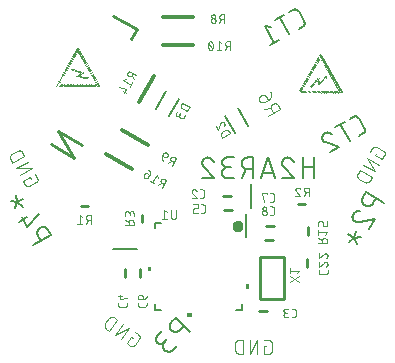
<source format=gbr>
G04 EAGLE Gerber RS-274X export*
G75*
%MOMM*%
%FSLAX34Y34*%
%LPD*%
%INSilkscreen Bottom*%
%IPPOS*%
%AMOC8*
5,1,8,0,0,1.08239X$1,22.5*%
G01*
%ADD10C,0.101600*%
%ADD11C,0.152400*%
%ADD12C,0.254000*%
%ADD13R,3.644900X0.012700*%
%ADD14R,3.695700X0.012700*%
%ADD15R,3.721100X0.012700*%
%ADD16R,3.746500X0.012700*%
%ADD17R,3.771900X0.012700*%
%ADD18R,3.784600X0.012700*%
%ADD19R,3.797300X0.012700*%
%ADD20R,3.733800X0.012700*%
%ADD21R,3.670300X0.012700*%
%ADD22R,3.657600X0.012700*%
%ADD23R,3.632200X0.012700*%
%ADD24R,0.279400X0.012700*%
%ADD25R,0.266700X0.012700*%
%ADD26R,0.292100X0.012700*%
%ADD27R,0.012700X0.012700*%
%ADD28R,0.038100X0.012700*%
%ADD29R,0.063500X0.012700*%
%ADD30R,0.076200X0.012700*%
%ADD31R,0.101600X0.012700*%
%ADD32R,0.114300X0.012700*%
%ADD33R,0.139700X0.012700*%
%ADD34R,0.165100X0.012700*%
%ADD35R,0.177800X0.012700*%
%ADD36R,0.190500X0.012700*%
%ADD37R,0.215900X0.012700*%
%ADD38R,0.241300X0.012700*%
%ADD39R,0.254000X0.012700*%
%ADD40R,0.228600X0.012700*%
%ADD41R,0.152400X0.012700*%
%ADD42R,0.127000X0.012700*%
%ADD43R,0.203200X0.012700*%
%ADD44R,0.317500X0.012700*%
%ADD45R,0.355600X0.012700*%
%ADD46R,0.381000X0.012700*%
%ADD47R,0.533400X0.012700*%
%ADD48R,0.546100X0.012700*%
%ADD49R,0.368300X0.012700*%
%ADD50R,0.330200X0.012700*%
%ADD51R,0.304800X0.012700*%
%ADD52R,0.050800X0.012700*%
%ADD53R,0.508000X0.012700*%
%ADD54R,0.495300X0.012700*%
%ADD55R,0.469900X0.012700*%
%ADD56R,0.457200X0.012700*%
%ADD57R,0.444500X0.012700*%
%ADD58R,0.431800X0.012700*%
%ADD59R,0.419100X0.012700*%
%ADD60R,0.406400X0.012700*%
%ADD61R,0.393700X0.012700*%
%ADD62R,0.342900X0.012700*%
%ADD63C,0.076200*%
%ADD64C,0.406400*%
%ADD65C,0.050800*%
%ADD66C,0.150000*%
%ADD67C,0.304800*%

G36*
X-35368Y70081D02*
X-35368Y70081D01*
X-35365Y70080D01*
X-35322Y70100D01*
X-35279Y70119D01*
X-35278Y70121D01*
X-35276Y70122D01*
X-35243Y70207D01*
X-35243Y74017D01*
X-35244Y74019D01*
X-35243Y74021D01*
X-35263Y74064D01*
X-35282Y74107D01*
X-35284Y74108D01*
X-35285Y74110D01*
X-35370Y74143D01*
X-37910Y74143D01*
X-37912Y74142D01*
X-37914Y74143D01*
X-37957Y74123D01*
X-38000Y74104D01*
X-38001Y74102D01*
X-38003Y74101D01*
X-38036Y74017D01*
X-38036Y70207D01*
X-38035Y70205D01*
X-38036Y70202D01*
X-38016Y70159D01*
X-37997Y70116D01*
X-37995Y70115D01*
X-37994Y70113D01*
X-37910Y70080D01*
X-35370Y70080D01*
X-35368Y70081D01*
G37*
G36*
X47437Y55078D02*
X47437Y55078D01*
X47439Y55077D01*
X47482Y55097D01*
X47525Y55116D01*
X47526Y55118D01*
X47528Y55119D01*
X47561Y55204D01*
X47561Y59014D01*
X47560Y59016D01*
X47561Y59018D01*
X47541Y59061D01*
X47522Y59104D01*
X47520Y59105D01*
X47519Y59107D01*
X47435Y59140D01*
X44895Y59140D01*
X44893Y59139D01*
X44890Y59140D01*
X44847Y59120D01*
X44804Y59101D01*
X44803Y59099D01*
X44801Y59098D01*
X44768Y59014D01*
X44768Y55204D01*
X44769Y55202D01*
X44768Y55199D01*
X44788Y55156D01*
X44807Y55113D01*
X44809Y55112D01*
X44810Y55110D01*
X44895Y55077D01*
X47435Y55077D01*
X47437Y55078D01*
G37*
G36*
X-833Y31815D02*
X-833Y31815D01*
X-830Y31814D01*
X-787Y31834D01*
X-744Y31853D01*
X-743Y31855D01*
X-741Y31856D01*
X-708Y31941D01*
X-708Y34481D01*
X-709Y34483D01*
X-708Y34485D01*
X-728Y34528D01*
X-747Y34571D01*
X-749Y34572D01*
X-750Y34574D01*
X-835Y34607D01*
X-4645Y34607D01*
X-4647Y34606D01*
X-4649Y34607D01*
X-4692Y34587D01*
X-4735Y34568D01*
X-4736Y34566D01*
X-4738Y34565D01*
X-4771Y34481D01*
X-4771Y31941D01*
X-4770Y31939D01*
X-4771Y31936D01*
X-4751Y31893D01*
X-4732Y31850D01*
X-4730Y31849D01*
X-4729Y31847D01*
X-4645Y31814D01*
X-835Y31814D01*
X-833Y31815D01*
G37*
D10*
X155469Y170207D02*
X154495Y168520D01*
X160117Y165275D01*
X162064Y168647D01*
X162063Y168648D02*
X162111Y168735D01*
X162156Y168824D01*
X162197Y168914D01*
X162235Y169006D01*
X162269Y169100D01*
X162300Y169194D01*
X162327Y169290D01*
X162350Y169387D01*
X162370Y169484D01*
X162385Y169583D01*
X162397Y169681D01*
X162406Y169780D01*
X162410Y169880D01*
X162411Y169979D01*
X162408Y170079D01*
X162401Y170178D01*
X162390Y170277D01*
X162375Y170375D01*
X162357Y170473D01*
X162335Y170570D01*
X162309Y170666D01*
X162280Y170761D01*
X162247Y170855D01*
X162210Y170947D01*
X162170Y171038D01*
X162127Y171127D01*
X162080Y171215D01*
X162029Y171301D01*
X161976Y171385D01*
X161919Y171466D01*
X161859Y171546D01*
X161797Y171623D01*
X161731Y171698D01*
X161662Y171770D01*
X161591Y171839D01*
X161517Y171906D01*
X161441Y171970D01*
X161362Y172030D01*
X161281Y172088D01*
X161198Y172143D01*
X161113Y172194D01*
X161114Y172194D02*
X155492Y175440D01*
X155492Y175439D02*
X155405Y175487D01*
X155316Y175532D01*
X155226Y175573D01*
X155134Y175611D01*
X155040Y175645D01*
X154946Y175676D01*
X154850Y175703D01*
X154753Y175726D01*
X154656Y175746D01*
X154557Y175761D01*
X154459Y175773D01*
X154360Y175782D01*
X154260Y175786D01*
X154161Y175787D01*
X154061Y175784D01*
X153962Y175777D01*
X153863Y175766D01*
X153765Y175751D01*
X153667Y175733D01*
X153570Y175711D01*
X153474Y175685D01*
X153379Y175656D01*
X153285Y175623D01*
X153193Y175586D01*
X153102Y175546D01*
X153013Y175503D01*
X152925Y175456D01*
X152839Y175405D01*
X152755Y175352D01*
X152674Y175295D01*
X152594Y175235D01*
X152517Y175173D01*
X152442Y175107D01*
X152370Y175038D01*
X152301Y174967D01*
X152234Y174893D01*
X152170Y174817D01*
X152110Y174738D01*
X152052Y174657D01*
X151997Y174574D01*
X151946Y174489D01*
X151945Y174489D02*
X149998Y171117D01*
X147148Y166179D02*
X157266Y160337D01*
X154021Y154716D02*
X147148Y166179D01*
X143902Y160558D02*
X154021Y154716D01*
X151170Y149779D02*
X141052Y155621D01*
X139429Y152810D01*
X139374Y152711D01*
X139323Y152610D01*
X139275Y152507D01*
X139230Y152403D01*
X139190Y152297D01*
X139153Y152190D01*
X139120Y152082D01*
X139090Y151972D01*
X139065Y151862D01*
X139043Y151751D01*
X139026Y151639D01*
X139012Y151526D01*
X139002Y151413D01*
X138996Y151300D01*
X138994Y151187D01*
X138996Y151074D01*
X139002Y150961D01*
X139012Y150848D01*
X139026Y150735D01*
X139043Y150623D01*
X139065Y150512D01*
X139090Y150402D01*
X139120Y150292D01*
X139153Y150184D01*
X139190Y150077D01*
X139230Y149971D01*
X139275Y149867D01*
X139323Y149764D01*
X139374Y149663D01*
X139429Y149564D01*
X139487Y149467D01*
X139549Y149372D01*
X139614Y149279D01*
X139682Y149189D01*
X139753Y149101D01*
X139828Y149015D01*
X139905Y148932D01*
X139985Y148852D01*
X140068Y148775D01*
X140154Y148700D01*
X140242Y148629D01*
X140332Y148561D01*
X140425Y148496D01*
X140520Y148434D01*
X140617Y148376D01*
X140617Y148377D02*
X145114Y145780D01*
X145213Y145725D01*
X145314Y145674D01*
X145417Y145626D01*
X145521Y145581D01*
X145627Y145541D01*
X145734Y145504D01*
X145842Y145471D01*
X145952Y145441D01*
X146062Y145416D01*
X146173Y145394D01*
X146285Y145377D01*
X146398Y145363D01*
X146511Y145353D01*
X146624Y145347D01*
X146737Y145345D01*
X146850Y145347D01*
X146963Y145353D01*
X147076Y145363D01*
X147189Y145377D01*
X147301Y145394D01*
X147412Y145416D01*
X147522Y145441D01*
X147632Y145471D01*
X147740Y145504D01*
X147847Y145541D01*
X147953Y145581D01*
X148057Y145626D01*
X148160Y145674D01*
X148261Y145725D01*
X148360Y145780D01*
X148457Y145838D01*
X148552Y145900D01*
X148645Y145965D01*
X148735Y146033D01*
X148824Y146104D01*
X148909Y146179D01*
X148992Y146256D01*
X149072Y146336D01*
X149149Y146419D01*
X149224Y146505D01*
X149295Y146593D01*
X149363Y146683D01*
X149428Y146776D01*
X149490Y146871D01*
X149548Y146968D01*
X151170Y149779D01*
X62090Y6852D02*
X60143Y6852D01*
X60143Y361D01*
X64038Y361D01*
X64137Y363D01*
X64237Y369D01*
X64336Y378D01*
X64434Y391D01*
X64532Y408D01*
X64630Y429D01*
X64726Y454D01*
X64821Y482D01*
X64915Y514D01*
X65008Y549D01*
X65100Y588D01*
X65190Y631D01*
X65278Y676D01*
X65365Y726D01*
X65449Y778D01*
X65532Y834D01*
X65612Y892D01*
X65690Y954D01*
X65765Y1019D01*
X65838Y1087D01*
X65908Y1157D01*
X65976Y1230D01*
X66041Y1305D01*
X66103Y1383D01*
X66161Y1463D01*
X66217Y1546D01*
X66269Y1630D01*
X66319Y1717D01*
X66364Y1805D01*
X66407Y1895D01*
X66446Y1987D01*
X66481Y2080D01*
X66513Y2174D01*
X66541Y2269D01*
X66566Y2365D01*
X66587Y2463D01*
X66604Y2561D01*
X66617Y2659D01*
X66626Y2758D01*
X66632Y2858D01*
X66634Y2957D01*
X66634Y9448D01*
X66632Y9547D01*
X66626Y9647D01*
X66617Y9746D01*
X66604Y9844D01*
X66587Y9942D01*
X66566Y10040D01*
X66541Y10136D01*
X66513Y10231D01*
X66481Y10325D01*
X66446Y10418D01*
X66407Y10510D01*
X66364Y10600D01*
X66319Y10688D01*
X66269Y10775D01*
X66217Y10859D01*
X66161Y10942D01*
X66103Y11022D01*
X66041Y11100D01*
X65976Y11175D01*
X65908Y11248D01*
X65838Y11318D01*
X65765Y11386D01*
X65690Y11451D01*
X65612Y11513D01*
X65532Y11571D01*
X65449Y11627D01*
X65365Y11679D01*
X65278Y11729D01*
X65190Y11774D01*
X65100Y11817D01*
X65008Y11856D01*
X64915Y11891D01*
X64821Y11923D01*
X64726Y11951D01*
X64630Y11976D01*
X64532Y11997D01*
X64434Y12014D01*
X64336Y12027D01*
X64237Y12036D01*
X64137Y12042D01*
X64038Y12044D01*
X64038Y12045D02*
X60143Y12045D01*
X54442Y12045D02*
X54442Y361D01*
X47951Y361D02*
X54442Y12045D01*
X47951Y12045D02*
X47951Y361D01*
X42250Y361D02*
X42250Y12045D01*
X39005Y12045D01*
X38892Y12043D01*
X38779Y12037D01*
X38666Y12027D01*
X38553Y12013D01*
X38441Y11996D01*
X38330Y11974D01*
X38220Y11949D01*
X38110Y11919D01*
X38002Y11886D01*
X37895Y11849D01*
X37789Y11809D01*
X37685Y11764D01*
X37582Y11716D01*
X37481Y11665D01*
X37382Y11610D01*
X37285Y11552D01*
X37190Y11490D01*
X37097Y11425D01*
X37007Y11357D01*
X36919Y11286D01*
X36833Y11211D01*
X36750Y11134D01*
X36670Y11054D01*
X36593Y10971D01*
X36518Y10885D01*
X36447Y10797D01*
X36379Y10707D01*
X36314Y10614D01*
X36252Y10519D01*
X36194Y10422D01*
X36139Y10323D01*
X36088Y10222D01*
X36040Y10119D01*
X35995Y10015D01*
X35955Y9909D01*
X35918Y9802D01*
X35885Y9694D01*
X35855Y9584D01*
X35830Y9474D01*
X35808Y9363D01*
X35791Y9251D01*
X35777Y9138D01*
X35767Y9025D01*
X35761Y8912D01*
X35759Y8799D01*
X35759Y3606D01*
X35761Y3493D01*
X35767Y3380D01*
X35777Y3267D01*
X35791Y3154D01*
X35808Y3042D01*
X35830Y2931D01*
X35855Y2821D01*
X35885Y2711D01*
X35918Y2603D01*
X35955Y2496D01*
X35995Y2390D01*
X36040Y2286D01*
X36088Y2183D01*
X36139Y2082D01*
X36194Y1983D01*
X36252Y1886D01*
X36314Y1791D01*
X36379Y1698D01*
X36447Y1608D01*
X36518Y1520D01*
X36593Y1434D01*
X36670Y1351D01*
X36750Y1271D01*
X36833Y1194D01*
X36919Y1119D01*
X37007Y1048D01*
X37097Y980D01*
X37190Y915D01*
X37285Y853D01*
X37382Y795D01*
X37481Y740D01*
X37582Y689D01*
X37685Y641D01*
X37789Y596D01*
X37895Y556D01*
X38002Y519D01*
X38110Y486D01*
X38220Y456D01*
X38330Y431D01*
X38441Y409D01*
X38553Y392D01*
X38666Y378D01*
X38779Y368D01*
X38892Y362D01*
X39005Y360D01*
X39005Y361D02*
X42250Y361D01*
X-50906Y13590D02*
X-52501Y14707D01*
X-56224Y9390D01*
X-53034Y7156D01*
X-52951Y7101D01*
X-52867Y7049D01*
X-52780Y7000D01*
X-52692Y6954D01*
X-52602Y6912D01*
X-52510Y6873D01*
X-52417Y6838D01*
X-52323Y6806D01*
X-52228Y6778D01*
X-52131Y6754D01*
X-52034Y6733D01*
X-51936Y6717D01*
X-51837Y6704D01*
X-51738Y6694D01*
X-51639Y6689D01*
X-51539Y6687D01*
X-51440Y6689D01*
X-51341Y6695D01*
X-51242Y6705D01*
X-51143Y6718D01*
X-51045Y6736D01*
X-50948Y6757D01*
X-50852Y6781D01*
X-50756Y6810D01*
X-50662Y6842D01*
X-50569Y6877D01*
X-50478Y6916D01*
X-50388Y6959D01*
X-50300Y7005D01*
X-50214Y7054D01*
X-50129Y7107D01*
X-50047Y7163D01*
X-49967Y7222D01*
X-49889Y7284D01*
X-49814Y7349D01*
X-49741Y7416D01*
X-49671Y7487D01*
X-49603Y7560D01*
X-49539Y7636D01*
X-49477Y7714D01*
X-49418Y7794D01*
X-49418Y7793D02*
X-45695Y13111D01*
X-45694Y13111D02*
X-45639Y13194D01*
X-45587Y13278D01*
X-45538Y13365D01*
X-45492Y13453D01*
X-45450Y13543D01*
X-45411Y13635D01*
X-45376Y13728D01*
X-45344Y13822D01*
X-45316Y13917D01*
X-45292Y14014D01*
X-45271Y14111D01*
X-45255Y14209D01*
X-45242Y14308D01*
X-45232Y14407D01*
X-45227Y14506D01*
X-45225Y14606D01*
X-45227Y14705D01*
X-45233Y14804D01*
X-45243Y14903D01*
X-45256Y15002D01*
X-45274Y15100D01*
X-45295Y15197D01*
X-45319Y15293D01*
X-45348Y15389D01*
X-45380Y15483D01*
X-45415Y15576D01*
X-45454Y15667D01*
X-45497Y15757D01*
X-45543Y15845D01*
X-45592Y15931D01*
X-45645Y16016D01*
X-45701Y16098D01*
X-45760Y16178D01*
X-45822Y16256D01*
X-45887Y16331D01*
X-45954Y16404D01*
X-46025Y16474D01*
X-46098Y16542D01*
X-46174Y16606D01*
X-46252Y16668D01*
X-46332Y16727D01*
X-49522Y18961D01*
X-54192Y22230D02*
X-60894Y12660D01*
X-66211Y16383D02*
X-54192Y22230D01*
X-59510Y25954D02*
X-66211Y16383D01*
X-70881Y19653D02*
X-64180Y29223D01*
X-66838Y31085D01*
X-66932Y31148D01*
X-67028Y31208D01*
X-67126Y31265D01*
X-67226Y31318D01*
X-67328Y31368D01*
X-67432Y31414D01*
X-67537Y31456D01*
X-67643Y31495D01*
X-67751Y31530D01*
X-67860Y31561D01*
X-67970Y31589D01*
X-68081Y31612D01*
X-68192Y31632D01*
X-68304Y31648D01*
X-68417Y31660D01*
X-68530Y31668D01*
X-68643Y31672D01*
X-68757Y31672D01*
X-68870Y31668D01*
X-68983Y31660D01*
X-69096Y31648D01*
X-69208Y31632D01*
X-69319Y31612D01*
X-69430Y31589D01*
X-69540Y31561D01*
X-69649Y31530D01*
X-69757Y31495D01*
X-69863Y31456D01*
X-69968Y31414D01*
X-70072Y31368D01*
X-70174Y31318D01*
X-70274Y31265D01*
X-70372Y31208D01*
X-70468Y31148D01*
X-70562Y31085D01*
X-70653Y31018D01*
X-70743Y30949D01*
X-70830Y30876D01*
X-70914Y30800D01*
X-70995Y30721D01*
X-71074Y30640D01*
X-71150Y30556D01*
X-71223Y30469D01*
X-71292Y30380D01*
X-71359Y30288D01*
X-71358Y30288D02*
X-74337Y26034D01*
X-74337Y26035D02*
X-74400Y25941D01*
X-74460Y25845D01*
X-74517Y25747D01*
X-74570Y25647D01*
X-74620Y25545D01*
X-74666Y25441D01*
X-74708Y25336D01*
X-74747Y25230D01*
X-74782Y25122D01*
X-74813Y25013D01*
X-74841Y24903D01*
X-74864Y24792D01*
X-74884Y24681D01*
X-74900Y24569D01*
X-74912Y24456D01*
X-74920Y24343D01*
X-74924Y24230D01*
X-74924Y24116D01*
X-74920Y24003D01*
X-74912Y23890D01*
X-74900Y23777D01*
X-74884Y23665D01*
X-74864Y23554D01*
X-74841Y23443D01*
X-74813Y23333D01*
X-74782Y23224D01*
X-74747Y23116D01*
X-74708Y23010D01*
X-74666Y22905D01*
X-74620Y22801D01*
X-74570Y22699D01*
X-74517Y22599D01*
X-74460Y22501D01*
X-74400Y22405D01*
X-74337Y22311D01*
X-74270Y22219D01*
X-74201Y22130D01*
X-74128Y22043D01*
X-74052Y21959D01*
X-73973Y21878D01*
X-73892Y21799D01*
X-73808Y21723D01*
X-73721Y21650D01*
X-73631Y21581D01*
X-73540Y21514D01*
X-70881Y19653D01*
X-137353Y148252D02*
X-138326Y149938D01*
X-143948Y146693D01*
X-142000Y143320D01*
X-141949Y143235D01*
X-141894Y143152D01*
X-141837Y143071D01*
X-141776Y142992D01*
X-141712Y142916D01*
X-141645Y142842D01*
X-141576Y142771D01*
X-141504Y142702D01*
X-141429Y142636D01*
X-141352Y142574D01*
X-141273Y142514D01*
X-141191Y142457D01*
X-141107Y142404D01*
X-141021Y142353D01*
X-140934Y142306D01*
X-140844Y142263D01*
X-140753Y142223D01*
X-140661Y142186D01*
X-140567Y142153D01*
X-140472Y142124D01*
X-140376Y142098D01*
X-140279Y142076D01*
X-140181Y142058D01*
X-140083Y142043D01*
X-139984Y142032D01*
X-139885Y142025D01*
X-139785Y142022D01*
X-139686Y142023D01*
X-139586Y142027D01*
X-139487Y142036D01*
X-139389Y142048D01*
X-139290Y142063D01*
X-139193Y142083D01*
X-139096Y142106D01*
X-139000Y142133D01*
X-138906Y142164D01*
X-138812Y142198D01*
X-138720Y142236D01*
X-138630Y142277D01*
X-138541Y142322D01*
X-138454Y142370D01*
X-138454Y142369D02*
X-132832Y145615D01*
X-132747Y145666D01*
X-132664Y145721D01*
X-132583Y145778D01*
X-132504Y145839D01*
X-132428Y145903D01*
X-132354Y145970D01*
X-132283Y146039D01*
X-132214Y146111D01*
X-132148Y146186D01*
X-132086Y146263D01*
X-132026Y146342D01*
X-131969Y146424D01*
X-131916Y146508D01*
X-131865Y146594D01*
X-131818Y146681D01*
X-131775Y146771D01*
X-131735Y146862D01*
X-131698Y146954D01*
X-131665Y147048D01*
X-131636Y147143D01*
X-131610Y147239D01*
X-131588Y147336D01*
X-131570Y147434D01*
X-131555Y147532D01*
X-131544Y147631D01*
X-131537Y147730D01*
X-131534Y147830D01*
X-131535Y147929D01*
X-131539Y148029D01*
X-131548Y148128D01*
X-131560Y148226D01*
X-131575Y148325D01*
X-131595Y148422D01*
X-131618Y148519D01*
X-131645Y148615D01*
X-131676Y148709D01*
X-131710Y148803D01*
X-131748Y148895D01*
X-131789Y148985D01*
X-131834Y149074D01*
X-131882Y149161D01*
X-131882Y149162D02*
X-133829Y152535D01*
X-136680Y157472D02*
X-146798Y151630D01*
X-150044Y157251D02*
X-136680Y157472D01*
X-139925Y163093D02*
X-150044Y157251D01*
X-152894Y162188D02*
X-142776Y168030D01*
X-144398Y170841D01*
X-144456Y170938D01*
X-144518Y171033D01*
X-144583Y171126D01*
X-144651Y171216D01*
X-144722Y171304D01*
X-144797Y171390D01*
X-144874Y171473D01*
X-144954Y171553D01*
X-145037Y171630D01*
X-145123Y171705D01*
X-145211Y171776D01*
X-145301Y171844D01*
X-145394Y171909D01*
X-145489Y171971D01*
X-145586Y172029D01*
X-145685Y172084D01*
X-145786Y172135D01*
X-145889Y172183D01*
X-145993Y172228D01*
X-146099Y172268D01*
X-146206Y172305D01*
X-146314Y172338D01*
X-146424Y172368D01*
X-146534Y172393D01*
X-146645Y172415D01*
X-146757Y172432D01*
X-146870Y172446D01*
X-146983Y172456D01*
X-147096Y172462D01*
X-147209Y172464D01*
X-147322Y172462D01*
X-147435Y172456D01*
X-147548Y172446D01*
X-147661Y172432D01*
X-147773Y172415D01*
X-147884Y172393D01*
X-147994Y172368D01*
X-148104Y172338D01*
X-148212Y172305D01*
X-148319Y172268D01*
X-148425Y172228D01*
X-148529Y172183D01*
X-148632Y172135D01*
X-148733Y172084D01*
X-148832Y172029D01*
X-153329Y169432D01*
X-153329Y169433D02*
X-153426Y169375D01*
X-153521Y169313D01*
X-153614Y169248D01*
X-153704Y169180D01*
X-153792Y169109D01*
X-153878Y169034D01*
X-153961Y168957D01*
X-154041Y168877D01*
X-154118Y168794D01*
X-154193Y168708D01*
X-154264Y168620D01*
X-154332Y168530D01*
X-154397Y168437D01*
X-154459Y168342D01*
X-154517Y168245D01*
X-154572Y168146D01*
X-154623Y168045D01*
X-154671Y167942D01*
X-154716Y167838D01*
X-154756Y167732D01*
X-154793Y167625D01*
X-154826Y167517D01*
X-154856Y167407D01*
X-154881Y167297D01*
X-154903Y167186D01*
X-154920Y167074D01*
X-154934Y166961D01*
X-154944Y166848D01*
X-154950Y166735D01*
X-154952Y166622D01*
X-154950Y166509D01*
X-154944Y166396D01*
X-154934Y166283D01*
X-154920Y166170D01*
X-154903Y166058D01*
X-154881Y165947D01*
X-154856Y165837D01*
X-154826Y165727D01*
X-154793Y165619D01*
X-154756Y165512D01*
X-154716Y165406D01*
X-154671Y165302D01*
X-154623Y165199D01*
X-154572Y165098D01*
X-154517Y164999D01*
X-152894Y162188D01*
D11*
X146326Y137149D02*
X161724Y128259D01*
X146326Y137149D02*
X143857Y132871D01*
X143857Y132872D02*
X143789Y132749D01*
X143724Y132626D01*
X143663Y132500D01*
X143605Y132372D01*
X143551Y132244D01*
X143501Y132113D01*
X143454Y131981D01*
X143411Y131848D01*
X143372Y131714D01*
X143337Y131579D01*
X143306Y131443D01*
X143278Y131305D01*
X143255Y131168D01*
X143235Y131029D01*
X143219Y130890D01*
X143207Y130751D01*
X143199Y130612D01*
X143195Y130472D01*
X143195Y130332D01*
X143199Y130192D01*
X143207Y130053D01*
X143219Y129914D01*
X143235Y129775D01*
X143255Y129636D01*
X143278Y129499D01*
X143306Y129361D01*
X143337Y129225D01*
X143372Y129090D01*
X143411Y128956D01*
X143454Y128823D01*
X143501Y128691D01*
X143551Y128560D01*
X143605Y128432D01*
X143663Y128304D01*
X143724Y128178D01*
X143789Y128055D01*
X143857Y127932D01*
X143928Y127812D01*
X144003Y127694D01*
X144082Y127579D01*
X144163Y127465D01*
X144248Y127354D01*
X144336Y127245D01*
X144426Y127139D01*
X144520Y127035D01*
X144617Y126934D01*
X144717Y126836D01*
X144819Y126741D01*
X144924Y126649D01*
X145031Y126559D01*
X145141Y126473D01*
X145254Y126390D01*
X145368Y126310D01*
X145485Y126233D01*
X145604Y126160D01*
X145725Y126090D01*
X145848Y126024D01*
X145973Y125961D01*
X146100Y125901D01*
X146228Y125846D01*
X146358Y125794D01*
X146489Y125745D01*
X146621Y125700D01*
X146755Y125659D01*
X146889Y125622D01*
X147025Y125589D01*
X147162Y125560D01*
X147299Y125534D01*
X147437Y125512D01*
X147576Y125495D01*
X147715Y125481D01*
X147855Y125471D01*
X147994Y125465D01*
X148134Y125463D01*
X148274Y125465D01*
X148413Y125471D01*
X148553Y125481D01*
X148692Y125495D01*
X148831Y125512D01*
X148969Y125534D01*
X149106Y125560D01*
X149243Y125589D01*
X149379Y125622D01*
X149513Y125660D01*
X149647Y125700D01*
X149779Y125745D01*
X149911Y125794D01*
X150040Y125846D01*
X150168Y125901D01*
X150295Y125961D01*
X150420Y126024D01*
X150543Y126090D01*
X150664Y126160D01*
X150783Y126233D01*
X150900Y126310D01*
X151014Y126390D01*
X151127Y126473D01*
X151237Y126559D01*
X151344Y126649D01*
X151449Y126741D01*
X151551Y126836D01*
X151651Y126934D01*
X151748Y127035D01*
X151842Y127139D01*
X151932Y127245D01*
X152020Y127354D01*
X152105Y127465D01*
X152186Y127579D01*
X152265Y127694D01*
X152340Y127812D01*
X152411Y127933D01*
X154880Y132210D01*
X135613Y118592D02*
X135548Y118476D01*
X135488Y118360D01*
X135430Y118241D01*
X135377Y118121D01*
X135327Y117999D01*
X135280Y117876D01*
X135237Y117751D01*
X135198Y117625D01*
X135163Y117498D01*
X135131Y117370D01*
X135103Y117242D01*
X135080Y117112D01*
X135059Y116982D01*
X135043Y116851D01*
X135031Y116720D01*
X135022Y116589D01*
X135018Y116457D01*
X135017Y116325D01*
X135020Y116193D01*
X135028Y116062D01*
X135039Y115931D01*
X135054Y115800D01*
X135072Y115669D01*
X135095Y115540D01*
X135122Y115411D01*
X135152Y115282D01*
X135186Y115155D01*
X135224Y115029D01*
X135265Y114904D01*
X135311Y114780D01*
X135360Y114658D01*
X135412Y114537D01*
X135468Y114418D01*
X135528Y114300D01*
X135591Y114185D01*
X135657Y114071D01*
X135727Y113959D01*
X135800Y113850D01*
X135876Y113742D01*
X135956Y113637D01*
X136038Y113534D01*
X136124Y113434D01*
X136212Y113336D01*
X136303Y113241D01*
X136397Y113149D01*
X136494Y113060D01*
X136594Y112973D01*
X136696Y112890D01*
X136800Y112809D01*
X136906Y112732D01*
X137015Y112658D01*
X137126Y112587D01*
X137240Y112520D01*
X135612Y118592D02*
X135689Y118720D01*
X135769Y118847D01*
X135852Y118971D01*
X135938Y119093D01*
X136028Y119213D01*
X136120Y119331D01*
X136216Y119446D01*
X136315Y119558D01*
X136416Y119668D01*
X136521Y119775D01*
X136628Y119880D01*
X136738Y119981D01*
X136850Y120080D01*
X136965Y120175D01*
X137083Y120268D01*
X137203Y120357D01*
X137325Y120444D01*
X137449Y120527D01*
X137576Y120607D01*
X137705Y120683D01*
X137835Y120756D01*
X137968Y120826D01*
X138102Y120892D01*
X138238Y120954D01*
X138375Y121013D01*
X138514Y121069D01*
X138655Y121120D01*
X138796Y121168D01*
X138939Y121213D01*
X139083Y121253D01*
X139228Y121290D01*
X139374Y121323D01*
X139521Y121352D01*
X139668Y121377D01*
X139817Y121399D01*
X139965Y121416D01*
X140114Y121430D01*
X140263Y121439D01*
X140413Y121445D01*
X140563Y121447D01*
X140712Y121445D01*
X140862Y121439D01*
X141011Y121429D01*
X141160Y121415D01*
X141308Y121397D01*
X141457Y121376D01*
X141604Y121350D01*
X141751Y121321D01*
X140974Y112074D02*
X140845Y112038D01*
X140716Y112006D01*
X140586Y111977D01*
X140455Y111952D01*
X140323Y111931D01*
X140191Y111914D01*
X140058Y111900D01*
X139926Y111889D01*
X139792Y111883D01*
X139659Y111880D01*
X139526Y111881D01*
X139393Y111886D01*
X139260Y111894D01*
X139127Y111906D01*
X138994Y111922D01*
X138863Y111941D01*
X138731Y111965D01*
X138601Y111991D01*
X138471Y112022D01*
X138342Y112056D01*
X138214Y112094D01*
X138087Y112135D01*
X137962Y112179D01*
X137838Y112228D01*
X137715Y112279D01*
X137593Y112334D01*
X137473Y112393D01*
X137355Y112455D01*
X137239Y112520D01*
X140974Y112074D02*
X153726Y114406D01*
X148788Y105852D01*
X136615Y98597D02*
X131482Y101560D01*
X136615Y98597D02*
X138735Y93380D01*
X136615Y98597D02*
X142193Y99368D01*
X136615Y98597D02*
X132187Y94879D01*
X136615Y98597D02*
X137620Y104289D01*
X-2174Y18408D02*
X-14746Y30980D01*
X-18238Y27488D01*
X-18336Y27388D01*
X-18430Y27285D01*
X-18522Y27180D01*
X-18611Y27072D01*
X-18696Y26961D01*
X-18778Y26848D01*
X-18857Y26733D01*
X-18933Y26615D01*
X-19006Y26496D01*
X-19075Y26374D01*
X-19140Y26251D01*
X-19202Y26125D01*
X-19261Y25998D01*
X-19316Y25870D01*
X-19367Y25740D01*
X-19414Y25608D01*
X-19458Y25476D01*
X-19498Y25342D01*
X-19534Y25207D01*
X-19567Y25071D01*
X-19595Y24934D01*
X-19620Y24796D01*
X-19640Y24658D01*
X-19657Y24519D01*
X-19670Y24380D01*
X-19679Y24241D01*
X-19684Y24101D01*
X-19685Y23961D01*
X-19682Y23821D01*
X-19675Y23682D01*
X-19664Y23542D01*
X-19649Y23403D01*
X-19631Y23265D01*
X-19608Y23127D01*
X-19581Y22990D01*
X-19551Y22853D01*
X-19517Y22718D01*
X-19479Y22583D01*
X-19437Y22450D01*
X-19391Y22318D01*
X-19342Y22187D01*
X-19289Y22058D01*
X-19232Y21930D01*
X-19172Y21804D01*
X-19108Y21679D01*
X-19041Y21557D01*
X-18970Y21436D01*
X-18896Y21318D01*
X-18818Y21201D01*
X-18738Y21087D01*
X-18654Y20975D01*
X-18567Y20866D01*
X-18477Y20759D01*
X-18383Y20655D01*
X-18287Y20553D01*
X-18189Y20455D01*
X-18087Y20359D01*
X-17983Y20265D01*
X-17876Y20175D01*
X-17767Y20088D01*
X-17655Y20004D01*
X-17541Y19924D01*
X-17424Y19846D01*
X-17306Y19772D01*
X-17185Y19701D01*
X-17063Y19634D01*
X-16938Y19570D01*
X-16812Y19510D01*
X-16684Y19453D01*
X-16555Y19400D01*
X-16424Y19351D01*
X-16292Y19305D01*
X-16159Y19263D01*
X-16024Y19225D01*
X-15889Y19191D01*
X-15752Y19161D01*
X-15615Y19134D01*
X-15477Y19111D01*
X-15339Y19093D01*
X-15200Y19078D01*
X-15060Y19067D01*
X-14921Y19060D01*
X-14781Y19057D01*
X-14641Y19058D01*
X-14501Y19063D01*
X-14362Y19072D01*
X-14223Y19085D01*
X-14084Y19102D01*
X-13946Y19122D01*
X-13808Y19147D01*
X-13671Y19175D01*
X-13535Y19208D01*
X-13400Y19244D01*
X-13266Y19284D01*
X-13134Y19328D01*
X-13002Y19375D01*
X-12872Y19426D01*
X-12744Y19481D01*
X-12617Y19540D01*
X-12491Y19602D01*
X-12368Y19667D01*
X-12246Y19736D01*
X-12127Y19809D01*
X-12009Y19885D01*
X-11894Y19964D01*
X-11781Y20046D01*
X-11670Y20131D01*
X-11562Y20220D01*
X-11457Y20312D01*
X-11354Y20406D01*
X-11254Y20504D01*
X-11254Y20503D02*
X-7761Y23996D01*
X-13484Y7098D02*
X-16976Y3605D01*
X-16976Y3606D02*
X-17076Y3508D01*
X-17179Y3414D01*
X-17284Y3322D01*
X-17392Y3233D01*
X-17503Y3148D01*
X-17616Y3066D01*
X-17731Y2987D01*
X-17849Y2911D01*
X-17968Y2838D01*
X-18090Y2769D01*
X-18213Y2704D01*
X-18339Y2642D01*
X-18466Y2583D01*
X-18594Y2528D01*
X-18724Y2477D01*
X-18856Y2430D01*
X-18988Y2386D01*
X-19122Y2346D01*
X-19257Y2310D01*
X-19393Y2277D01*
X-19530Y2249D01*
X-19668Y2224D01*
X-19806Y2204D01*
X-19945Y2187D01*
X-20084Y2174D01*
X-20223Y2165D01*
X-20363Y2160D01*
X-20503Y2159D01*
X-20643Y2162D01*
X-20782Y2169D01*
X-20922Y2180D01*
X-21061Y2195D01*
X-21199Y2213D01*
X-21337Y2236D01*
X-21474Y2263D01*
X-21611Y2293D01*
X-21746Y2327D01*
X-21881Y2365D01*
X-22014Y2407D01*
X-22146Y2453D01*
X-22277Y2502D01*
X-22406Y2555D01*
X-22534Y2612D01*
X-22660Y2672D01*
X-22785Y2736D01*
X-22907Y2803D01*
X-23028Y2874D01*
X-23146Y2948D01*
X-23263Y3026D01*
X-23377Y3106D01*
X-23489Y3190D01*
X-23598Y3277D01*
X-23705Y3367D01*
X-23809Y3461D01*
X-23911Y3557D01*
X-24009Y3655D01*
X-24105Y3757D01*
X-24199Y3861D01*
X-24289Y3968D01*
X-24376Y4077D01*
X-24460Y4189D01*
X-24540Y4303D01*
X-24618Y4420D01*
X-24692Y4538D01*
X-24763Y4659D01*
X-24830Y4781D01*
X-24894Y4906D01*
X-24954Y5032D01*
X-25011Y5160D01*
X-25064Y5289D01*
X-25113Y5420D01*
X-25159Y5552D01*
X-25201Y5685D01*
X-25239Y5820D01*
X-25273Y5955D01*
X-25303Y6092D01*
X-25330Y6229D01*
X-25353Y6367D01*
X-25371Y6505D01*
X-25386Y6644D01*
X-25397Y6784D01*
X-25404Y6923D01*
X-25407Y7063D01*
X-25406Y7203D01*
X-25401Y7343D01*
X-25392Y7482D01*
X-25379Y7621D01*
X-25362Y7760D01*
X-25342Y7898D01*
X-25317Y8036D01*
X-25289Y8173D01*
X-25256Y8309D01*
X-25220Y8444D01*
X-25180Y8578D01*
X-25136Y8710D01*
X-25089Y8842D01*
X-25038Y8972D01*
X-24983Y9100D01*
X-24924Y9227D01*
X-24862Y9353D01*
X-24797Y9476D01*
X-24728Y9598D01*
X-24655Y9717D01*
X-24579Y9835D01*
X-24500Y9950D01*
X-24418Y10063D01*
X-24333Y10173D01*
X-24244Y10282D01*
X-24152Y10387D01*
X-24058Y10490D01*
X-23960Y10590D01*
X-30247Y15479D02*
X-26056Y19670D01*
X-30247Y15479D02*
X-30333Y15390D01*
X-30417Y15298D01*
X-30497Y15203D01*
X-30575Y15107D01*
X-30649Y15007D01*
X-30721Y14906D01*
X-30789Y14802D01*
X-30854Y14696D01*
X-30915Y14588D01*
X-30973Y14479D01*
X-31028Y14367D01*
X-31079Y14254D01*
X-31127Y14139D01*
X-31170Y14023D01*
X-31211Y13906D01*
X-31247Y13787D01*
X-31280Y13668D01*
X-31309Y13547D01*
X-31334Y13425D01*
X-31355Y13303D01*
X-31373Y13180D01*
X-31386Y13057D01*
X-31396Y12933D01*
X-31402Y12809D01*
X-31404Y12685D01*
X-31402Y12561D01*
X-31396Y12437D01*
X-31386Y12313D01*
X-31373Y12190D01*
X-31355Y12067D01*
X-31334Y11945D01*
X-31309Y11823D01*
X-31280Y11702D01*
X-31247Y11583D01*
X-31211Y11464D01*
X-31170Y11347D01*
X-31127Y11231D01*
X-31079Y11116D01*
X-31028Y11003D01*
X-30973Y10891D01*
X-30915Y10782D01*
X-30854Y10674D01*
X-30789Y10568D01*
X-30721Y10464D01*
X-30649Y10363D01*
X-30575Y10263D01*
X-30497Y10167D01*
X-30417Y10072D01*
X-30333Y9980D01*
X-30247Y9891D01*
X-30158Y9805D01*
X-30066Y9721D01*
X-29971Y9641D01*
X-29875Y9563D01*
X-29775Y9489D01*
X-29674Y9417D01*
X-29570Y9349D01*
X-29464Y9284D01*
X-29356Y9223D01*
X-29247Y9165D01*
X-29135Y9110D01*
X-29022Y9059D01*
X-28907Y9011D01*
X-28791Y8968D01*
X-28674Y8927D01*
X-28555Y8891D01*
X-28436Y8858D01*
X-28315Y8829D01*
X-28193Y8804D01*
X-28071Y8783D01*
X-27948Y8765D01*
X-27825Y8752D01*
X-27701Y8742D01*
X-27577Y8736D01*
X-27453Y8734D01*
X-27329Y8736D01*
X-27205Y8742D01*
X-27081Y8752D01*
X-26958Y8765D01*
X-26835Y8783D01*
X-26713Y8804D01*
X-26591Y8829D01*
X-26470Y8858D01*
X-26351Y8891D01*
X-26232Y8927D01*
X-26115Y8968D01*
X-25999Y9011D01*
X-25884Y9059D01*
X-25771Y9110D01*
X-25659Y9165D01*
X-25550Y9223D01*
X-25442Y9284D01*
X-25336Y9349D01*
X-25232Y9417D01*
X-25131Y9489D01*
X-25031Y9563D01*
X-24935Y9641D01*
X-24840Y9721D01*
X-24748Y9805D01*
X-24659Y9891D01*
X-24659Y9892D02*
X-21865Y12685D01*
X-120187Y101037D02*
X-135585Y92147D01*
X-120187Y101037D02*
X-122656Y105314D01*
X-122657Y105315D02*
X-122728Y105435D01*
X-122803Y105553D01*
X-122882Y105668D01*
X-122963Y105782D01*
X-123048Y105893D01*
X-123136Y106002D01*
X-123226Y106108D01*
X-123320Y106212D01*
X-123417Y106313D01*
X-123517Y106411D01*
X-123619Y106506D01*
X-123724Y106598D01*
X-123831Y106688D01*
X-123941Y106774D01*
X-124054Y106857D01*
X-124168Y106937D01*
X-124285Y107014D01*
X-124404Y107087D01*
X-124525Y107157D01*
X-124648Y107223D01*
X-124773Y107286D01*
X-124900Y107346D01*
X-125028Y107401D01*
X-125158Y107453D01*
X-125289Y107502D01*
X-125421Y107547D01*
X-125555Y107588D01*
X-125689Y107625D01*
X-125825Y107658D01*
X-125962Y107687D01*
X-126099Y107713D01*
X-126237Y107735D01*
X-126376Y107752D01*
X-126515Y107766D01*
X-126655Y107776D01*
X-126794Y107782D01*
X-126934Y107784D01*
X-127074Y107782D01*
X-127213Y107776D01*
X-127353Y107766D01*
X-127492Y107752D01*
X-127631Y107735D01*
X-127769Y107713D01*
X-127906Y107687D01*
X-128043Y107658D01*
X-128179Y107625D01*
X-128313Y107587D01*
X-128447Y107547D01*
X-128579Y107502D01*
X-128711Y107453D01*
X-128840Y107401D01*
X-128968Y107346D01*
X-129095Y107286D01*
X-129220Y107223D01*
X-129343Y107157D01*
X-129464Y107087D01*
X-129583Y107014D01*
X-129700Y106937D01*
X-129814Y106857D01*
X-129927Y106774D01*
X-130037Y106688D01*
X-130144Y106598D01*
X-130249Y106506D01*
X-130351Y106411D01*
X-130451Y106313D01*
X-130548Y106212D01*
X-130642Y106108D01*
X-130732Y106002D01*
X-130820Y105893D01*
X-130905Y105782D01*
X-130986Y105668D01*
X-131065Y105553D01*
X-131140Y105435D01*
X-131211Y105314D01*
X-131279Y105192D01*
X-131344Y105069D01*
X-131405Y104943D01*
X-131463Y104815D01*
X-131517Y104687D01*
X-131567Y104556D01*
X-131614Y104424D01*
X-131657Y104291D01*
X-131696Y104157D01*
X-131731Y104022D01*
X-131762Y103886D01*
X-131790Y103748D01*
X-131813Y103611D01*
X-131833Y103472D01*
X-131849Y103333D01*
X-131861Y103194D01*
X-131869Y103055D01*
X-131873Y102915D01*
X-131873Y102775D01*
X-131869Y102635D01*
X-131861Y102496D01*
X-131849Y102357D01*
X-131833Y102218D01*
X-131813Y102079D01*
X-131790Y101941D01*
X-131762Y101804D01*
X-131731Y101668D01*
X-131696Y101533D01*
X-131657Y101399D01*
X-131614Y101266D01*
X-131567Y101134D01*
X-131517Y101003D01*
X-131463Y100874D01*
X-131405Y100747D01*
X-131344Y100621D01*
X-131279Y100498D01*
X-131211Y100375D01*
X-128741Y96098D01*
X-140161Y107975D02*
X-130160Y118311D01*
X-140161Y107975D02*
X-145100Y116529D01*
X-147040Y111987D02*
X-140196Y115938D01*
X-148718Y128723D02*
X-143586Y131687D01*
X-148718Y128723D02*
X-154296Y129495D01*
X-148718Y128723D02*
X-150839Y123507D01*
X-148718Y128723D02*
X-149724Y134416D01*
X-148718Y128723D02*
X-144291Y125006D01*
X102618Y148749D02*
X102618Y166529D01*
X102618Y158627D02*
X92741Y158627D01*
X92741Y166529D02*
X92741Y148749D01*
X75432Y162084D02*
X75434Y162216D01*
X75440Y162347D01*
X75450Y162479D01*
X75463Y162610D01*
X75481Y162740D01*
X75502Y162870D01*
X75527Y163000D01*
X75556Y163128D01*
X75589Y163256D01*
X75626Y163382D01*
X75666Y163508D01*
X75710Y163632D01*
X75758Y163755D01*
X75809Y163876D01*
X75864Y163996D01*
X75922Y164114D01*
X75984Y164230D01*
X76050Y164344D01*
X76118Y164457D01*
X76190Y164567D01*
X76265Y164675D01*
X76344Y164781D01*
X76425Y164885D01*
X76510Y164986D01*
X76597Y165084D01*
X76688Y165180D01*
X76781Y165273D01*
X76877Y165364D01*
X76975Y165451D01*
X77076Y165536D01*
X77180Y165617D01*
X77286Y165696D01*
X77394Y165771D01*
X77504Y165843D01*
X77617Y165911D01*
X77731Y165977D01*
X77847Y166039D01*
X77965Y166097D01*
X78085Y166152D01*
X78206Y166203D01*
X78329Y166251D01*
X78453Y166295D01*
X78579Y166335D01*
X78705Y166372D01*
X78833Y166405D01*
X78961Y166434D01*
X79091Y166459D01*
X79221Y166480D01*
X79351Y166498D01*
X79482Y166511D01*
X79614Y166521D01*
X79745Y166527D01*
X79877Y166529D01*
X80027Y166527D01*
X80176Y166521D01*
X80325Y166511D01*
X80474Y166498D01*
X80623Y166480D01*
X80771Y166459D01*
X80919Y166433D01*
X81065Y166404D01*
X81211Y166371D01*
X81356Y166334D01*
X81500Y166293D01*
X81643Y166249D01*
X81785Y166201D01*
X81925Y166149D01*
X82064Y166094D01*
X82202Y166035D01*
X82337Y165972D01*
X82472Y165906D01*
X82604Y165836D01*
X82734Y165763D01*
X82863Y165686D01*
X82990Y165606D01*
X83114Y165523D01*
X83236Y165437D01*
X83356Y165347D01*
X83473Y165254D01*
X83588Y165159D01*
X83701Y165060D01*
X83811Y164958D01*
X83918Y164854D01*
X84022Y164747D01*
X84124Y164637D01*
X84222Y164524D01*
X84318Y164409D01*
X84410Y164291D01*
X84500Y164171D01*
X84586Y164049D01*
X84669Y163925D01*
X84749Y163798D01*
X84825Y163670D01*
X84898Y163539D01*
X84968Y163406D01*
X85034Y163272D01*
X85096Y163136D01*
X85155Y162999D01*
X85211Y162860D01*
X85262Y162719D01*
X85310Y162578D01*
X76914Y158627D02*
X76818Y158720D01*
X76726Y158816D01*
X76636Y158915D01*
X76549Y159016D01*
X76465Y159119D01*
X76383Y159224D01*
X76305Y159332D01*
X76230Y159442D01*
X76157Y159554D01*
X76088Y159668D01*
X76022Y159784D01*
X75960Y159902D01*
X75901Y160021D01*
X75845Y160142D01*
X75792Y160265D01*
X75743Y160389D01*
X75698Y160514D01*
X75655Y160641D01*
X75617Y160768D01*
X75582Y160897D01*
X75551Y161026D01*
X75523Y161157D01*
X75499Y161288D01*
X75478Y161420D01*
X75462Y161552D01*
X75449Y161685D01*
X75439Y161818D01*
X75434Y161951D01*
X75432Y162084D01*
X76913Y158627D02*
X85310Y148749D01*
X75432Y148749D01*
X69547Y148749D02*
X63620Y166529D01*
X57694Y148749D01*
X59175Y153194D02*
X68065Y153194D01*
X51165Y148749D02*
X51165Y166529D01*
X46226Y166529D01*
X46086Y166527D01*
X45947Y166521D01*
X45807Y166511D01*
X45668Y166497D01*
X45529Y166480D01*
X45391Y166458D01*
X45254Y166432D01*
X45117Y166403D01*
X44981Y166370D01*
X44847Y166333D01*
X44713Y166292D01*
X44581Y166247D01*
X44449Y166198D01*
X44320Y166146D01*
X44192Y166091D01*
X44065Y166031D01*
X43940Y165968D01*
X43817Y165902D01*
X43696Y165832D01*
X43577Y165759D01*
X43460Y165682D01*
X43346Y165602D01*
X43233Y165519D01*
X43123Y165433D01*
X43016Y165343D01*
X42911Y165251D01*
X42809Y165156D01*
X42709Y165058D01*
X42612Y164957D01*
X42518Y164853D01*
X42428Y164747D01*
X42340Y164638D01*
X42255Y164527D01*
X42174Y164413D01*
X42095Y164298D01*
X42020Y164180D01*
X41949Y164060D01*
X41881Y163937D01*
X41816Y163814D01*
X41755Y163688D01*
X41697Y163560D01*
X41643Y163432D01*
X41593Y163301D01*
X41546Y163169D01*
X41503Y163036D01*
X41464Y162902D01*
X41429Y162767D01*
X41398Y162631D01*
X41370Y162493D01*
X41347Y162356D01*
X41327Y162217D01*
X41311Y162078D01*
X41299Y161939D01*
X41291Y161800D01*
X41287Y161660D01*
X41287Y161520D01*
X41291Y161380D01*
X41299Y161241D01*
X41311Y161102D01*
X41327Y160963D01*
X41347Y160824D01*
X41370Y160687D01*
X41398Y160549D01*
X41429Y160413D01*
X41464Y160278D01*
X41503Y160144D01*
X41546Y160011D01*
X41593Y159879D01*
X41643Y159748D01*
X41697Y159620D01*
X41755Y159492D01*
X41816Y159366D01*
X41881Y159243D01*
X41949Y159120D01*
X42020Y159000D01*
X42095Y158882D01*
X42174Y158767D01*
X42255Y158653D01*
X42340Y158542D01*
X42428Y158433D01*
X42518Y158327D01*
X42612Y158223D01*
X42709Y158122D01*
X42809Y158024D01*
X42911Y157929D01*
X43016Y157837D01*
X43123Y157747D01*
X43233Y157661D01*
X43346Y157578D01*
X43460Y157498D01*
X43577Y157421D01*
X43696Y157348D01*
X43817Y157278D01*
X43940Y157212D01*
X44065Y157149D01*
X44192Y157089D01*
X44320Y157034D01*
X44449Y156982D01*
X44581Y156933D01*
X44713Y156888D01*
X44847Y156847D01*
X44981Y156810D01*
X45117Y156777D01*
X45254Y156748D01*
X45391Y156722D01*
X45529Y156700D01*
X45668Y156683D01*
X45807Y156669D01*
X45947Y156659D01*
X46086Y156653D01*
X46226Y156651D01*
X51165Y156651D01*
X45238Y156651D02*
X41287Y148749D01*
X34500Y148749D02*
X29561Y148749D01*
X29421Y148751D01*
X29282Y148757D01*
X29142Y148767D01*
X29003Y148781D01*
X28864Y148798D01*
X28726Y148820D01*
X28589Y148846D01*
X28452Y148875D01*
X28316Y148908D01*
X28182Y148945D01*
X28048Y148986D01*
X27916Y149031D01*
X27784Y149080D01*
X27655Y149132D01*
X27527Y149187D01*
X27400Y149247D01*
X27275Y149310D01*
X27152Y149376D01*
X27031Y149446D01*
X26912Y149519D01*
X26795Y149596D01*
X26681Y149676D01*
X26568Y149759D01*
X26458Y149845D01*
X26351Y149935D01*
X26246Y150027D01*
X26144Y150122D01*
X26044Y150220D01*
X25947Y150321D01*
X25853Y150425D01*
X25763Y150531D01*
X25675Y150640D01*
X25590Y150751D01*
X25509Y150865D01*
X25430Y150980D01*
X25355Y151098D01*
X25284Y151218D01*
X25216Y151341D01*
X25151Y151464D01*
X25090Y151590D01*
X25032Y151718D01*
X24978Y151846D01*
X24928Y151977D01*
X24881Y152109D01*
X24838Y152242D01*
X24799Y152376D01*
X24764Y152511D01*
X24733Y152647D01*
X24705Y152785D01*
X24682Y152922D01*
X24662Y153061D01*
X24646Y153200D01*
X24634Y153339D01*
X24626Y153478D01*
X24622Y153618D01*
X24622Y153758D01*
X24626Y153898D01*
X24634Y154037D01*
X24646Y154176D01*
X24662Y154315D01*
X24682Y154454D01*
X24705Y154591D01*
X24733Y154729D01*
X24764Y154865D01*
X24799Y155000D01*
X24838Y155134D01*
X24881Y155267D01*
X24928Y155399D01*
X24978Y155530D01*
X25032Y155658D01*
X25090Y155786D01*
X25151Y155912D01*
X25216Y156035D01*
X25284Y156158D01*
X25355Y156278D01*
X25430Y156396D01*
X25509Y156511D01*
X25590Y156625D01*
X25675Y156736D01*
X25763Y156845D01*
X25853Y156951D01*
X25947Y157055D01*
X26044Y157156D01*
X26144Y157254D01*
X26246Y157349D01*
X26351Y157441D01*
X26458Y157531D01*
X26568Y157617D01*
X26681Y157700D01*
X26795Y157780D01*
X26912Y157857D01*
X27031Y157930D01*
X27152Y158000D01*
X27275Y158066D01*
X27400Y158129D01*
X27527Y158189D01*
X27655Y158244D01*
X27784Y158296D01*
X27916Y158345D01*
X28048Y158390D01*
X28182Y158431D01*
X28316Y158468D01*
X28452Y158501D01*
X28589Y158530D01*
X28726Y158556D01*
X28864Y158578D01*
X29003Y158595D01*
X29142Y158609D01*
X29282Y158619D01*
X29421Y158625D01*
X29561Y158627D01*
X28573Y166529D02*
X34500Y166529D01*
X28573Y166529D02*
X28449Y166527D01*
X28325Y166521D01*
X28201Y166511D01*
X28078Y166498D01*
X27955Y166480D01*
X27833Y166459D01*
X27711Y166434D01*
X27590Y166405D01*
X27471Y166372D01*
X27352Y166336D01*
X27235Y166295D01*
X27119Y166252D01*
X27004Y166204D01*
X26891Y166153D01*
X26779Y166098D01*
X26670Y166040D01*
X26562Y165979D01*
X26456Y165914D01*
X26352Y165846D01*
X26251Y165774D01*
X26151Y165700D01*
X26055Y165622D01*
X25960Y165542D01*
X25868Y165458D01*
X25779Y165372D01*
X25693Y165283D01*
X25609Y165191D01*
X25529Y165096D01*
X25451Y165000D01*
X25377Y164900D01*
X25305Y164799D01*
X25237Y164695D01*
X25172Y164589D01*
X25111Y164481D01*
X25053Y164372D01*
X24998Y164260D01*
X24947Y164147D01*
X24899Y164032D01*
X24856Y163916D01*
X24815Y163799D01*
X24779Y163680D01*
X24746Y163561D01*
X24717Y163440D01*
X24692Y163318D01*
X24671Y163196D01*
X24653Y163073D01*
X24640Y162950D01*
X24630Y162826D01*
X24624Y162702D01*
X24622Y162578D01*
X24624Y162454D01*
X24630Y162330D01*
X24640Y162206D01*
X24653Y162083D01*
X24671Y161960D01*
X24692Y161838D01*
X24717Y161716D01*
X24746Y161595D01*
X24779Y161476D01*
X24815Y161357D01*
X24856Y161240D01*
X24899Y161124D01*
X24947Y161009D01*
X24998Y160896D01*
X25053Y160784D01*
X25111Y160675D01*
X25172Y160567D01*
X25237Y160461D01*
X25305Y160357D01*
X25377Y160256D01*
X25451Y160156D01*
X25529Y160060D01*
X25609Y159965D01*
X25693Y159873D01*
X25779Y159784D01*
X25868Y159698D01*
X25960Y159614D01*
X26055Y159534D01*
X26151Y159456D01*
X26251Y159382D01*
X26352Y159310D01*
X26456Y159242D01*
X26562Y159177D01*
X26670Y159116D01*
X26779Y159058D01*
X26891Y159003D01*
X27004Y158952D01*
X27119Y158904D01*
X27235Y158861D01*
X27352Y158820D01*
X27471Y158784D01*
X27590Y158751D01*
X27711Y158722D01*
X27833Y158697D01*
X27955Y158676D01*
X28078Y158658D01*
X28201Y158645D01*
X28325Y158635D01*
X28449Y158629D01*
X28573Y158627D01*
X32524Y158627D01*
X12317Y166529D02*
X12185Y166527D01*
X12054Y166521D01*
X11922Y166511D01*
X11791Y166498D01*
X11661Y166480D01*
X11531Y166459D01*
X11401Y166434D01*
X11273Y166405D01*
X11145Y166372D01*
X11019Y166335D01*
X10893Y166295D01*
X10769Y166251D01*
X10646Y166203D01*
X10525Y166152D01*
X10405Y166097D01*
X10287Y166039D01*
X10171Y165977D01*
X10057Y165911D01*
X9944Y165843D01*
X9834Y165771D01*
X9726Y165696D01*
X9620Y165617D01*
X9516Y165536D01*
X9415Y165451D01*
X9317Y165364D01*
X9221Y165273D01*
X9128Y165180D01*
X9037Y165084D01*
X8950Y164986D01*
X8865Y164885D01*
X8784Y164781D01*
X8705Y164675D01*
X8630Y164567D01*
X8558Y164457D01*
X8490Y164344D01*
X8424Y164230D01*
X8362Y164114D01*
X8304Y163996D01*
X8249Y163876D01*
X8198Y163755D01*
X8150Y163632D01*
X8106Y163508D01*
X8066Y163382D01*
X8029Y163256D01*
X7996Y163128D01*
X7967Y163000D01*
X7942Y162870D01*
X7921Y162740D01*
X7903Y162610D01*
X7890Y162479D01*
X7880Y162347D01*
X7874Y162216D01*
X7872Y162084D01*
X12317Y166529D02*
X12467Y166527D01*
X12616Y166521D01*
X12765Y166511D01*
X12914Y166498D01*
X13063Y166480D01*
X13211Y166459D01*
X13359Y166433D01*
X13505Y166404D01*
X13651Y166371D01*
X13796Y166334D01*
X13940Y166293D01*
X14083Y166249D01*
X14225Y166201D01*
X14365Y166149D01*
X14504Y166094D01*
X14642Y166035D01*
X14777Y165972D01*
X14912Y165906D01*
X15044Y165836D01*
X15174Y165763D01*
X15303Y165686D01*
X15430Y165606D01*
X15554Y165523D01*
X15676Y165437D01*
X15796Y165347D01*
X15913Y165254D01*
X16028Y165159D01*
X16141Y165060D01*
X16251Y164958D01*
X16358Y164854D01*
X16462Y164747D01*
X16564Y164637D01*
X16662Y164524D01*
X16758Y164409D01*
X16850Y164291D01*
X16940Y164171D01*
X17026Y164049D01*
X17109Y163925D01*
X17189Y163798D01*
X17265Y163670D01*
X17338Y163539D01*
X17408Y163406D01*
X17474Y163272D01*
X17536Y163136D01*
X17595Y162999D01*
X17651Y162860D01*
X17702Y162719D01*
X17750Y162578D01*
X9354Y158627D02*
X9258Y158720D01*
X9166Y158816D01*
X9076Y158915D01*
X8989Y159016D01*
X8905Y159119D01*
X8823Y159224D01*
X8745Y159332D01*
X8670Y159442D01*
X8597Y159554D01*
X8528Y159668D01*
X8462Y159784D01*
X8400Y159902D01*
X8341Y160021D01*
X8285Y160142D01*
X8232Y160265D01*
X8183Y160389D01*
X8138Y160514D01*
X8095Y160641D01*
X8057Y160768D01*
X8022Y160897D01*
X7991Y161026D01*
X7963Y161157D01*
X7939Y161288D01*
X7918Y161420D01*
X7902Y161552D01*
X7889Y161685D01*
X7879Y161818D01*
X7874Y161951D01*
X7872Y162084D01*
X9353Y158627D02*
X17749Y148749D01*
X7872Y148749D01*
D12*
X-47591Y275248D02*
X-67388Y286678D01*
X-47591Y275248D02*
X-52671Y266449D01*
X-94275Y177335D02*
X-114072Y188765D01*
X-100625Y166337D01*
X-120422Y177767D01*
D11*
X89502Y275601D02*
X92630Y277407D01*
X92630Y277408D02*
X92731Y277469D01*
X92831Y277533D01*
X92928Y277600D01*
X93023Y277670D01*
X93115Y277744D01*
X93206Y277820D01*
X93293Y277900D01*
X93378Y277982D01*
X93460Y278067D01*
X93540Y278154D01*
X93616Y278245D01*
X93690Y278337D01*
X93760Y278432D01*
X93827Y278529D01*
X93891Y278629D01*
X93952Y278730D01*
X94010Y278833D01*
X94064Y278938D01*
X94114Y279045D01*
X94161Y279154D01*
X94205Y279264D01*
X94244Y279375D01*
X94280Y279488D01*
X94313Y279601D01*
X94342Y279716D01*
X94367Y279831D01*
X94388Y279948D01*
X94405Y280065D01*
X94419Y280182D01*
X94428Y280300D01*
X94434Y280418D01*
X94436Y280536D01*
X94434Y280654D01*
X94428Y280772D01*
X94419Y280890D01*
X94405Y281008D01*
X94388Y281124D01*
X94367Y281241D01*
X94342Y281356D01*
X94313Y281471D01*
X94280Y281585D01*
X94244Y281697D01*
X94204Y281808D01*
X94161Y281918D01*
X94114Y282027D01*
X94063Y282134D01*
X94009Y282239D01*
X93952Y282342D01*
X89437Y290163D01*
X89436Y290163D02*
X89375Y290264D01*
X89311Y290364D01*
X89244Y290461D01*
X89174Y290556D01*
X89100Y290648D01*
X89024Y290739D01*
X88944Y290826D01*
X88862Y290911D01*
X88777Y290993D01*
X88690Y291073D01*
X88599Y291149D01*
X88507Y291223D01*
X88412Y291293D01*
X88315Y291360D01*
X88215Y291424D01*
X88114Y291485D01*
X88011Y291542D01*
X87906Y291596D01*
X87799Y291647D01*
X87690Y291694D01*
X87580Y291737D01*
X87469Y291777D01*
X87357Y291813D01*
X87243Y291846D01*
X87128Y291875D01*
X87013Y291900D01*
X86896Y291921D01*
X86779Y291938D01*
X86662Y291952D01*
X86544Y291961D01*
X86426Y291967D01*
X86308Y291969D01*
X86190Y291967D01*
X86072Y291961D01*
X85954Y291952D01*
X85837Y291938D01*
X85720Y291921D01*
X85603Y291900D01*
X85488Y291875D01*
X85373Y291846D01*
X85260Y291813D01*
X85147Y291777D01*
X85036Y291738D01*
X84926Y291694D01*
X84817Y291647D01*
X84710Y291597D01*
X84605Y291543D01*
X84502Y291485D01*
X81374Y289679D01*
X73307Y285022D02*
X81435Y270944D01*
X69397Y282764D02*
X77218Y287280D01*
X66390Y276857D02*
X60673Y277728D01*
X68801Y263649D01*
X72711Y265907D02*
X64890Y261392D01*
X140657Y185103D02*
X143786Y186909D01*
X143785Y186909D02*
X143886Y186970D01*
X143986Y187034D01*
X144083Y187101D01*
X144178Y187171D01*
X144270Y187245D01*
X144361Y187321D01*
X144448Y187401D01*
X144533Y187483D01*
X144615Y187568D01*
X144695Y187655D01*
X144771Y187746D01*
X144845Y187838D01*
X144915Y187933D01*
X144982Y188030D01*
X145046Y188130D01*
X145107Y188231D01*
X145165Y188334D01*
X145219Y188439D01*
X145269Y188546D01*
X145316Y188655D01*
X145360Y188765D01*
X145399Y188876D01*
X145435Y188989D01*
X145468Y189102D01*
X145497Y189217D01*
X145522Y189332D01*
X145543Y189449D01*
X145560Y189566D01*
X145574Y189683D01*
X145583Y189801D01*
X145589Y189919D01*
X145591Y190037D01*
X145589Y190155D01*
X145583Y190273D01*
X145574Y190391D01*
X145560Y190509D01*
X145543Y190625D01*
X145522Y190742D01*
X145497Y190857D01*
X145468Y190972D01*
X145435Y191086D01*
X145399Y191198D01*
X145359Y191309D01*
X145316Y191419D01*
X145269Y191528D01*
X145218Y191635D01*
X145164Y191740D01*
X145107Y191843D01*
X145108Y191844D02*
X140592Y199665D01*
X140531Y199766D01*
X140467Y199866D01*
X140400Y199963D01*
X140330Y200058D01*
X140256Y200150D01*
X140180Y200241D01*
X140100Y200328D01*
X140018Y200413D01*
X139933Y200495D01*
X139846Y200575D01*
X139755Y200651D01*
X139663Y200725D01*
X139568Y200795D01*
X139471Y200862D01*
X139371Y200926D01*
X139270Y200987D01*
X139167Y201044D01*
X139062Y201098D01*
X138955Y201149D01*
X138846Y201196D01*
X138736Y201239D01*
X138625Y201279D01*
X138513Y201315D01*
X138399Y201348D01*
X138284Y201377D01*
X138169Y201402D01*
X138052Y201423D01*
X137935Y201440D01*
X137818Y201454D01*
X137700Y201463D01*
X137582Y201469D01*
X137464Y201471D01*
X137346Y201469D01*
X137228Y201463D01*
X137110Y201454D01*
X136993Y201440D01*
X136876Y201423D01*
X136759Y201402D01*
X136644Y201377D01*
X136529Y201348D01*
X136416Y201315D01*
X136303Y201279D01*
X136192Y201240D01*
X136082Y201196D01*
X135973Y201149D01*
X135866Y201099D01*
X135761Y201045D01*
X135658Y200987D01*
X132529Y199181D01*
X124463Y194524D02*
X132591Y180446D01*
X128374Y196782D02*
X120552Y192266D01*
X111437Y187004D02*
X111330Y186939D01*
X111224Y186872D01*
X111121Y186801D01*
X111020Y186727D01*
X110921Y186650D01*
X110825Y186570D01*
X110731Y186487D01*
X110640Y186402D01*
X110551Y186313D01*
X110466Y186222D01*
X110383Y186128D01*
X110303Y186032D01*
X110226Y185933D01*
X110152Y185832D01*
X110081Y185729D01*
X110014Y185623D01*
X109949Y185516D01*
X109889Y185407D01*
X109831Y185295D01*
X109777Y185183D01*
X109726Y185068D01*
X109679Y184952D01*
X109636Y184835D01*
X109596Y184716D01*
X109560Y184596D01*
X109528Y184475D01*
X109499Y184353D01*
X109474Y184231D01*
X109453Y184107D01*
X109436Y183983D01*
X109422Y183859D01*
X109413Y183734D01*
X109407Y183609D01*
X109405Y183484D01*
X109407Y183359D01*
X109413Y183234D01*
X109422Y183109D01*
X109436Y182985D01*
X109453Y182861D01*
X109474Y182737D01*
X109499Y182615D01*
X109528Y182493D01*
X109560Y182372D01*
X109596Y182252D01*
X109636Y182133D01*
X109679Y182016D01*
X109726Y181900D01*
X109777Y181785D01*
X109831Y181673D01*
X109889Y181561D01*
X109949Y181452D01*
X111437Y187003D02*
X111562Y187073D01*
X111688Y187139D01*
X111817Y187202D01*
X111947Y187261D01*
X112078Y187317D01*
X112211Y187369D01*
X112345Y187417D01*
X112481Y187462D01*
X112617Y187503D01*
X112755Y187540D01*
X112894Y187574D01*
X113034Y187604D01*
X113174Y187629D01*
X113315Y187651D01*
X113457Y187669D01*
X113599Y187684D01*
X113741Y187694D01*
X113884Y187700D01*
X114026Y187703D01*
X114169Y187702D01*
X114312Y187696D01*
X114454Y187687D01*
X114596Y187674D01*
X114738Y187657D01*
X114879Y187636D01*
X115020Y187612D01*
X115160Y187583D01*
X115299Y187551D01*
X115437Y187515D01*
X115574Y187475D01*
X115710Y187431D01*
X115844Y187384D01*
X115978Y187333D01*
X116110Y187279D01*
X116240Y187221D01*
X116369Y187159D01*
X116496Y187094D01*
X116621Y187025D01*
X116744Y186953D01*
X116865Y186878D01*
X116984Y186799D01*
X117101Y186717D01*
X117216Y186632D01*
X117328Y186544D01*
X117438Y186453D01*
X117545Y186359D01*
X112703Y179391D02*
X112577Y179424D01*
X112451Y179461D01*
X112326Y179501D01*
X112203Y179545D01*
X112081Y179592D01*
X111961Y179644D01*
X111842Y179699D01*
X111725Y179757D01*
X111609Y179819D01*
X111496Y179884D01*
X111384Y179953D01*
X111275Y180025D01*
X111168Y180100D01*
X111063Y180178D01*
X110961Y180260D01*
X110861Y180345D01*
X110763Y180432D01*
X110669Y180523D01*
X110577Y180616D01*
X110488Y180712D01*
X110401Y180810D01*
X110318Y180911D01*
X110238Y181015D01*
X110161Y181121D01*
X110087Y181229D01*
X110017Y181339D01*
X109950Y181452D01*
X112703Y179392D02*
X123867Y175409D01*
X116046Y170893D01*
D13*
G36*
X-98025Y258850D02*
X-116248Y227287D01*
X-116357Y227350D01*
X-98134Y258913D01*
X-98025Y258850D01*
G37*
D14*
G36*
X-97788Y259007D02*
X-116265Y227004D01*
X-116374Y227067D01*
X-97897Y259070D01*
X-97788Y259007D01*
G37*
D15*
G36*
X-97614Y259053D02*
X-116218Y226830D01*
X-116328Y226893D01*
X-97724Y259116D01*
X-97614Y259053D01*
G37*
D16*
G36*
X-97441Y259100D02*
X-116172Y226657D01*
X-116281Y226720D01*
X-97550Y259163D01*
X-97441Y259100D01*
G37*
D17*
G36*
X-97267Y259146D02*
X-116125Y226483D01*
X-116235Y226546D01*
X-97377Y259209D01*
X-97267Y259146D01*
G37*
G36*
X-97157Y259083D02*
X-116015Y226420D01*
X-116125Y226483D01*
X-97267Y259146D01*
X-97157Y259083D01*
G37*
D18*
G36*
X-97047Y259020D02*
X-115969Y226245D01*
X-116079Y226308D01*
X-97157Y259083D01*
X-97047Y259020D01*
G37*
D19*
G36*
X-96874Y259066D02*
X-115859Y226183D01*
X-115968Y226246D01*
X-96983Y259129D01*
X-96874Y259066D01*
G37*
G36*
X-96764Y259002D02*
X-115749Y226119D01*
X-115858Y226182D01*
X-96873Y259065D01*
X-96764Y259002D01*
G37*
G36*
X-96654Y258939D02*
X-115639Y226056D01*
X-115748Y226119D01*
X-96763Y259002D01*
X-96654Y258939D01*
G37*
D18*
G36*
X-96607Y258766D02*
X-115529Y225991D01*
X-115639Y226054D01*
X-96717Y258829D01*
X-96607Y258766D01*
G37*
D17*
G36*
X-96497Y258702D02*
X-115355Y226039D01*
X-115465Y226102D01*
X-96607Y258765D01*
X-96497Y258702D01*
G37*
G36*
X-96387Y258638D02*
X-115245Y225975D01*
X-115355Y226038D01*
X-96497Y258701D01*
X-96387Y258638D01*
G37*
D16*
G36*
X-96341Y258465D02*
X-115072Y226022D01*
X-115181Y226085D01*
X-96450Y258528D01*
X-96341Y258465D01*
G37*
D20*
G36*
X-96294Y258292D02*
X-114962Y225957D01*
X-115072Y226020D01*
X-96404Y258355D01*
X-96294Y258292D01*
G37*
D15*
G36*
X-96184Y258228D02*
X-114788Y226005D01*
X-114898Y226068D01*
X-96294Y258291D01*
X-96184Y258228D01*
G37*
D14*
G36*
X-96138Y258054D02*
X-114615Y226051D01*
X-114724Y226114D01*
X-96247Y258117D01*
X-96138Y258054D01*
G37*
G36*
X-96028Y257991D02*
X-114505Y225988D01*
X-114614Y226051D01*
X-96137Y258054D01*
X-96028Y257991D01*
G37*
D21*
G36*
X-95981Y257817D02*
X-114331Y226034D01*
X-114441Y226097D01*
X-96091Y257880D01*
X-95981Y257817D01*
G37*
D22*
G36*
X-95935Y257645D02*
X-114222Y225970D01*
X-114331Y226033D01*
X-96044Y257708D01*
X-95935Y257645D01*
G37*
D13*
G36*
X-95825Y257580D02*
X-114048Y226017D01*
X-114157Y226080D01*
X-95934Y257643D01*
X-95825Y257580D01*
G37*
D23*
G36*
X-95778Y257408D02*
X-113938Y225953D01*
X-114048Y226016D01*
X-95888Y257471D01*
X-95778Y257408D01*
G37*
D24*
G36*
X-112369Y228418D02*
X-113765Y225999D01*
X-113875Y226062D01*
X-112479Y228481D01*
X-112369Y228418D01*
G37*
G36*
X-95668Y257344D02*
X-97064Y254925D01*
X-97174Y254988D01*
X-95778Y257407D01*
X-95668Y257344D01*
G37*
D25*
G36*
X-112259Y228354D02*
X-113591Y226047D01*
X-113701Y226110D01*
X-112369Y228417D01*
X-112259Y228354D01*
G37*
D24*
G36*
X-95622Y257171D02*
X-97018Y254752D01*
X-97128Y254815D01*
X-95732Y257234D01*
X-95622Y257171D01*
G37*
G36*
X-112085Y228401D02*
X-113481Y225982D01*
X-113591Y226045D01*
X-112195Y228464D01*
X-112085Y228401D01*
G37*
G36*
X-95512Y257107D02*
X-96908Y254688D01*
X-97018Y254751D01*
X-95622Y257170D01*
X-95512Y257107D01*
G37*
D25*
G36*
X-111975Y228337D02*
X-113307Y226030D01*
X-113417Y226093D01*
X-112085Y228400D01*
X-111975Y228337D01*
G37*
D24*
G36*
X-95465Y256934D02*
X-96861Y254515D01*
X-96971Y254578D01*
X-95575Y256997D01*
X-95465Y256934D01*
G37*
G36*
X-111802Y228384D02*
X-113198Y225965D01*
X-113308Y226028D01*
X-111912Y228447D01*
X-111802Y228384D01*
G37*
D26*
G36*
X-95356Y256869D02*
X-96815Y254342D01*
X-96924Y254405D01*
X-95465Y256932D01*
X-95356Y256869D01*
G37*
D24*
G36*
X-111628Y228431D02*
X-113024Y226012D01*
X-113134Y226075D01*
X-111738Y228494D01*
X-111628Y228431D01*
G37*
G36*
X-95309Y256697D02*
X-96705Y254278D01*
X-96815Y254341D01*
X-95419Y256760D01*
X-95309Y256697D01*
G37*
D25*
G36*
X-111518Y228366D02*
X-112850Y226059D01*
X-112960Y226122D01*
X-111628Y228429D01*
X-111518Y228366D01*
G37*
D24*
G36*
X-95262Y256523D02*
X-96658Y254104D01*
X-96768Y254167D01*
X-95372Y256586D01*
X-95262Y256523D01*
G37*
G36*
X-111345Y228413D02*
X-112741Y225994D01*
X-112851Y226057D01*
X-111455Y228476D01*
X-111345Y228413D01*
G37*
G36*
X-95152Y256460D02*
X-96548Y254041D01*
X-96658Y254104D01*
X-95262Y256523D01*
X-95152Y256460D01*
G37*
D25*
G36*
X-111235Y228349D02*
X-112567Y226042D01*
X-112677Y226105D01*
X-111345Y228412D01*
X-111235Y228349D01*
G37*
D24*
G36*
X-95106Y256286D02*
X-96502Y253867D01*
X-96612Y253930D01*
X-95216Y256349D01*
X-95106Y256286D01*
G37*
G36*
X-111061Y228396D02*
X-112457Y225977D01*
X-112567Y226040D01*
X-111171Y228459D01*
X-111061Y228396D01*
G37*
G36*
X-94996Y256223D02*
X-96392Y253804D01*
X-96502Y253867D01*
X-95106Y256286D01*
X-94996Y256223D01*
G37*
D25*
G36*
X-110951Y228332D02*
X-112283Y226025D01*
X-112393Y226088D01*
X-111061Y228395D01*
X-110951Y228332D01*
G37*
D24*
G36*
X-94949Y256049D02*
X-96345Y253630D01*
X-96455Y253693D01*
X-95059Y256112D01*
X-94949Y256049D01*
G37*
G36*
X-110778Y228379D02*
X-112174Y225960D01*
X-112284Y226023D01*
X-110888Y228442D01*
X-110778Y228379D01*
G37*
G36*
X-94839Y255986D02*
X-96235Y253567D01*
X-96345Y253630D01*
X-94949Y256049D01*
X-94839Y255986D01*
G37*
D25*
G36*
X-110668Y228315D02*
X-112000Y226008D01*
X-112110Y226071D01*
X-110778Y228378D01*
X-110668Y228315D01*
G37*
D27*
G36*
X-103238Y241184D02*
X-103301Y241075D01*
X-103410Y241138D01*
X-103347Y241247D01*
X-103238Y241184D01*
G37*
D24*
G36*
X-94793Y255812D02*
X-96189Y253393D01*
X-96299Y253456D01*
X-94903Y255875D01*
X-94793Y255812D01*
G37*
G36*
X-110494Y228362D02*
X-111890Y225943D01*
X-112000Y226006D01*
X-110604Y228425D01*
X-110494Y228362D01*
G37*
D28*
G36*
X-103065Y241231D02*
X-103254Y240902D01*
X-103363Y240965D01*
X-103174Y241294D01*
X-103065Y241231D01*
G37*
D24*
G36*
X-94746Y255639D02*
X-96142Y253220D01*
X-96252Y253283D01*
X-94856Y255702D01*
X-94746Y255639D01*
G37*
D25*
G36*
X-110384Y228298D02*
X-111716Y225991D01*
X-111826Y226054D01*
X-110494Y228361D01*
X-110384Y228298D01*
G37*
D28*
G36*
X-102955Y241167D02*
X-103144Y240838D01*
X-103253Y240901D01*
X-103064Y241230D01*
X-102955Y241167D01*
G37*
D24*
G36*
X-94636Y255575D02*
X-96032Y253156D01*
X-96142Y253219D01*
X-94746Y255638D01*
X-94636Y255575D01*
G37*
D25*
G36*
X-110211Y228344D02*
X-111543Y226037D01*
X-111653Y226100D01*
X-110321Y228407D01*
X-110211Y228344D01*
G37*
D29*
G36*
X-102782Y241214D02*
X-103098Y240665D01*
X-103208Y240728D01*
X-102892Y241277D01*
X-102782Y241214D01*
G37*
D24*
G36*
X-94590Y255402D02*
X-95986Y252983D01*
X-96096Y253046D01*
X-94700Y255465D01*
X-94590Y255402D01*
G37*
G36*
X-110037Y228392D02*
X-111433Y225973D01*
X-111543Y226036D01*
X-110147Y228455D01*
X-110037Y228392D01*
G37*
D30*
G36*
X-102608Y241260D02*
X-102988Y240601D01*
X-103098Y240664D01*
X-102718Y241323D01*
X-102608Y241260D01*
G37*
D24*
G36*
X-94480Y255338D02*
X-95876Y252919D01*
X-95986Y252982D01*
X-94590Y255401D01*
X-94480Y255338D01*
G37*
D25*
G36*
X-109928Y228327D02*
X-111260Y226020D01*
X-111370Y226083D01*
X-110038Y228390D01*
X-109928Y228327D01*
G37*
D30*
G36*
X-102498Y241197D02*
X-102878Y240538D01*
X-102988Y240601D01*
X-102608Y241260D01*
X-102498Y241197D01*
G37*
D24*
G36*
X-94433Y255165D02*
X-95829Y252746D01*
X-95939Y252809D01*
X-94543Y255228D01*
X-94433Y255165D01*
G37*
G36*
X-109754Y228375D02*
X-111150Y225956D01*
X-111260Y226019D01*
X-109864Y228438D01*
X-109754Y228375D01*
G37*
D31*
G36*
X-102325Y241243D02*
X-102832Y240364D01*
X-102941Y240427D01*
X-102434Y241306D01*
X-102325Y241243D01*
G37*
D25*
G36*
X-94387Y254990D02*
X-95719Y252683D01*
X-95829Y252746D01*
X-94497Y255053D01*
X-94387Y254990D01*
G37*
G36*
X-109644Y228310D02*
X-110976Y226003D01*
X-111086Y226066D01*
X-109754Y228373D01*
X-109644Y228310D01*
G37*
D31*
G36*
X-102215Y241180D02*
X-102722Y240301D01*
X-102831Y240364D01*
X-102324Y241243D01*
X-102215Y241180D01*
G37*
D24*
G36*
X-94277Y254928D02*
X-95673Y252509D01*
X-95783Y252572D01*
X-94387Y254991D01*
X-94277Y254928D01*
G37*
G36*
X-109470Y228358D02*
X-110866Y225939D01*
X-110976Y226002D01*
X-109580Y228421D01*
X-109470Y228358D01*
G37*
D32*
G36*
X-102041Y241226D02*
X-102611Y240237D01*
X-102721Y240300D01*
X-102151Y241289D01*
X-102041Y241226D01*
G37*
D24*
G36*
X-94230Y254754D02*
X-95626Y252335D01*
X-95736Y252398D01*
X-94340Y254817D01*
X-94230Y254754D01*
G37*
G36*
X-109297Y228404D02*
X-110693Y225985D01*
X-110803Y226048D01*
X-109407Y228467D01*
X-109297Y228404D01*
G37*
D33*
G36*
X-101868Y241272D02*
X-102565Y240065D01*
X-102674Y240128D01*
X-101977Y241335D01*
X-101868Y241272D01*
G37*
D24*
G36*
X-94120Y254691D02*
X-95516Y252272D01*
X-95626Y252335D01*
X-94230Y254754D01*
X-94120Y254691D01*
G37*
D25*
G36*
X-109187Y228340D02*
X-110519Y226033D01*
X-110629Y226096D01*
X-109297Y228403D01*
X-109187Y228340D01*
G37*
D33*
G36*
X-101758Y241208D02*
X-102455Y240001D01*
X-102564Y240064D01*
X-101867Y241271D01*
X-101758Y241208D01*
G37*
D25*
G36*
X-94074Y254516D02*
X-95406Y252209D01*
X-95516Y252272D01*
X-94184Y254579D01*
X-94074Y254516D01*
G37*
D24*
G36*
X-109013Y228387D02*
X-110409Y225968D01*
X-110519Y226031D01*
X-109123Y228450D01*
X-109013Y228387D01*
G37*
D34*
G36*
X-101584Y241255D02*
X-102408Y239828D01*
X-102518Y239891D01*
X-101694Y241318D01*
X-101584Y241255D01*
G37*
D25*
G36*
X-94028Y254343D02*
X-95360Y252036D01*
X-95470Y252099D01*
X-94138Y254406D01*
X-94028Y254343D01*
G37*
G36*
X-108904Y228323D02*
X-110236Y226016D01*
X-110346Y226079D01*
X-109014Y228386D01*
X-108904Y228323D01*
G37*
D35*
G36*
X-101410Y241302D02*
X-102298Y239763D01*
X-102408Y239826D01*
X-101520Y241365D01*
X-101410Y241302D01*
G37*
D24*
G36*
X-93917Y254280D02*
X-95313Y251861D01*
X-95423Y251924D01*
X-94027Y254343D01*
X-93917Y254280D01*
G37*
G36*
X-108730Y228370D02*
X-110126Y225951D01*
X-110236Y226014D01*
X-108840Y228433D01*
X-108730Y228370D01*
G37*
D35*
G36*
X-101300Y241239D02*
X-102188Y239700D01*
X-102298Y239763D01*
X-101410Y241302D01*
X-101300Y241239D01*
G37*
D24*
G36*
X-93871Y254107D02*
X-95267Y251688D01*
X-95377Y251751D01*
X-93981Y254170D01*
X-93871Y254107D01*
G37*
G36*
X-108556Y228417D02*
X-109952Y225998D01*
X-110062Y226061D01*
X-108666Y228480D01*
X-108556Y228417D01*
G37*
D36*
G36*
X-101128Y241284D02*
X-102079Y239637D01*
X-102188Y239700D01*
X-101237Y241347D01*
X-101128Y241284D01*
G37*
D24*
G36*
X-93761Y254043D02*
X-95157Y251624D01*
X-95267Y251687D01*
X-93871Y254106D01*
X-93761Y254043D01*
G37*
D25*
G36*
X-108447Y228352D02*
X-109779Y226045D01*
X-109889Y226108D01*
X-108557Y228415D01*
X-108447Y228352D01*
G37*
D37*
G36*
X-100954Y241331D02*
X-102032Y239464D01*
X-102142Y239527D01*
X-101064Y241394D01*
X-100954Y241331D01*
G37*
D25*
G36*
X-93715Y253869D02*
X-95047Y251562D01*
X-95157Y251625D01*
X-93825Y253932D01*
X-93715Y253869D01*
G37*
D24*
G36*
X-108273Y228400D02*
X-109669Y225981D01*
X-109779Y226044D01*
X-108383Y228463D01*
X-108273Y228400D01*
G37*
D37*
G36*
X-100844Y241267D02*
X-101922Y239400D01*
X-102032Y239463D01*
X-100954Y241330D01*
X-100844Y241267D01*
G37*
D24*
G36*
X-93604Y253806D02*
X-95000Y251387D01*
X-95110Y251450D01*
X-93714Y253869D01*
X-93604Y253806D01*
G37*
D25*
G36*
X-108163Y228335D02*
X-109495Y226028D01*
X-109605Y226091D01*
X-108273Y228398D01*
X-108163Y228335D01*
G37*
D38*
G36*
X-100671Y241314D02*
X-101876Y239227D01*
X-101985Y239290D01*
X-100780Y241377D01*
X-100671Y241314D01*
G37*
D24*
G36*
X-93558Y253633D02*
X-94954Y251214D01*
X-95064Y251277D01*
X-93668Y253696D01*
X-93558Y253633D01*
G37*
G36*
X-107989Y228383D02*
X-109385Y225964D01*
X-109495Y226027D01*
X-108099Y228446D01*
X-107989Y228383D01*
G37*
D39*
G36*
X-100497Y241361D02*
X-101766Y239162D01*
X-101875Y239225D01*
X-100606Y241424D01*
X-100497Y241361D01*
G37*
D25*
G36*
X-93512Y253458D02*
X-94844Y251151D01*
X-94954Y251214D01*
X-93622Y253521D01*
X-93512Y253458D01*
G37*
G36*
X-107880Y228318D02*
X-109212Y226011D01*
X-109322Y226074D01*
X-107990Y228381D01*
X-107880Y228318D01*
G37*
G36*
X-100323Y241407D02*
X-101655Y239100D01*
X-101765Y239163D01*
X-100433Y241470D01*
X-100323Y241407D01*
G37*
D24*
G36*
X-93401Y253396D02*
X-94797Y250977D01*
X-94907Y251040D01*
X-93511Y253459D01*
X-93401Y253396D01*
G37*
G36*
X-107706Y228366D02*
X-109102Y225947D01*
X-109212Y226010D01*
X-107816Y228429D01*
X-107706Y228366D01*
G37*
D25*
G36*
X-100213Y241343D02*
X-101545Y239036D01*
X-101655Y239099D01*
X-100323Y241406D01*
X-100213Y241343D01*
G37*
G36*
X-93355Y253221D02*
X-94687Y250914D01*
X-94797Y250977D01*
X-93465Y253284D01*
X-93355Y253221D01*
G37*
D24*
G36*
X-107533Y228412D02*
X-108929Y225993D01*
X-109039Y226056D01*
X-107643Y228475D01*
X-107533Y228412D01*
G37*
D26*
G36*
X-100040Y241390D02*
X-101499Y238863D01*
X-101608Y238926D01*
X-100149Y241453D01*
X-100040Y241390D01*
G37*
D24*
G36*
X-93245Y253159D02*
X-94641Y250740D01*
X-94751Y250803D01*
X-93355Y253222D01*
X-93245Y253159D01*
G37*
D25*
G36*
X-107423Y228348D02*
X-108755Y226041D01*
X-108865Y226104D01*
X-107533Y228411D01*
X-107423Y228348D01*
G37*
D26*
G36*
X-99930Y241326D02*
X-101389Y238799D01*
X-101498Y238862D01*
X-100039Y241389D01*
X-99930Y241326D01*
G37*
D24*
G36*
X-93199Y252985D02*
X-94595Y250566D01*
X-94705Y250629D01*
X-93309Y253048D01*
X-93199Y252985D01*
G37*
G36*
X-107249Y228395D02*
X-108645Y225976D01*
X-108755Y226039D01*
X-107359Y228458D01*
X-107249Y228395D01*
G37*
D40*
G36*
X-100201Y240604D02*
X-101343Y238625D01*
X-101453Y238688D01*
X-100311Y240667D01*
X-100201Y240604D01*
G37*
D25*
G36*
X-93152Y252811D02*
X-94484Y250504D01*
X-94594Y250567D01*
X-93262Y252874D01*
X-93152Y252811D01*
G37*
G36*
X-107139Y228331D02*
X-108471Y226024D01*
X-108581Y226087D01*
X-107249Y228394D01*
X-107139Y228331D01*
G37*
D41*
G36*
X-100028Y240650D02*
X-100789Y239331D01*
X-100898Y239394D01*
X-100137Y240713D01*
X-100028Y240650D01*
G37*
D24*
G36*
X-93042Y252748D02*
X-94438Y250329D01*
X-94548Y250392D01*
X-93152Y252811D01*
X-93042Y252748D01*
G37*
G36*
X-106966Y228378D02*
X-108362Y225959D01*
X-108472Y226022D01*
X-107076Y228441D01*
X-106966Y228378D01*
G37*
D33*
G36*
X-99918Y240586D02*
X-100615Y239379D01*
X-100724Y239442D01*
X-100027Y240649D01*
X-99918Y240586D01*
G37*
D25*
G36*
X-92996Y252574D02*
X-94328Y250267D01*
X-94438Y250330D01*
X-93106Y252637D01*
X-92996Y252574D01*
G37*
G36*
X-106856Y228314D02*
X-108188Y226007D01*
X-108298Y226070D01*
X-106966Y228377D01*
X-106856Y228314D01*
G37*
D33*
G36*
X-99808Y240522D02*
X-100505Y239315D01*
X-100614Y239378D01*
X-99917Y240585D01*
X-99808Y240522D01*
G37*
D24*
G36*
X-92886Y252511D02*
X-94282Y250092D01*
X-94392Y250155D01*
X-92996Y252574D01*
X-92886Y252511D01*
G37*
D25*
G36*
X-106682Y228360D02*
X-108014Y226053D01*
X-108124Y226116D01*
X-106792Y228423D01*
X-106682Y228360D01*
G37*
D41*
G36*
X-99634Y240570D02*
X-100395Y239251D01*
X-100504Y239314D01*
X-99743Y240633D01*
X-99634Y240570D01*
G37*
D25*
G36*
X-92839Y252337D02*
X-94171Y250030D01*
X-94281Y250093D01*
X-92949Y252400D01*
X-92839Y252337D01*
G37*
G36*
X-106572Y228297D02*
X-107904Y225990D01*
X-108014Y226053D01*
X-106682Y228360D01*
X-106572Y228297D01*
G37*
D33*
G36*
X-99524Y240505D02*
X-100221Y239298D01*
X-100330Y239361D01*
X-99633Y240568D01*
X-99524Y240505D01*
G37*
D24*
G36*
X-92729Y252275D02*
X-94125Y249856D01*
X-94235Y249919D01*
X-92839Y252338D01*
X-92729Y252275D01*
G37*
D25*
G36*
X-106399Y228343D02*
X-107731Y226036D01*
X-107841Y226099D01*
X-106509Y228406D01*
X-106399Y228343D01*
G37*
D33*
G36*
X-99414Y240442D02*
X-100111Y239235D01*
X-100220Y239298D01*
X-99523Y240505D01*
X-99414Y240442D01*
G37*
D24*
G36*
X-92683Y252101D02*
X-94079Y249682D01*
X-94189Y249745D01*
X-92793Y252164D01*
X-92683Y252101D01*
G37*
G36*
X-106225Y228391D02*
X-107621Y225972D01*
X-107731Y226035D01*
X-106335Y228454D01*
X-106225Y228391D01*
G37*
D33*
G36*
X-99304Y240378D02*
X-100001Y239171D01*
X-100110Y239234D01*
X-99413Y240441D01*
X-99304Y240378D01*
G37*
D25*
G36*
X-92636Y251927D02*
X-93968Y249620D01*
X-94078Y249683D01*
X-92746Y251990D01*
X-92636Y251927D01*
G37*
G36*
X-106115Y228326D02*
X-107447Y226019D01*
X-107557Y226082D01*
X-106225Y228389D01*
X-106115Y228326D01*
G37*
D33*
G36*
X-99194Y240315D02*
X-99891Y239108D01*
X-100000Y239171D01*
X-99303Y240378D01*
X-99194Y240315D01*
G37*
D24*
G36*
X-92526Y251864D02*
X-93922Y249445D01*
X-94032Y249508D01*
X-92636Y251927D01*
X-92526Y251864D01*
G37*
D25*
G36*
X-105942Y228373D02*
X-107274Y226066D01*
X-107384Y226129D01*
X-106052Y228436D01*
X-105942Y228373D01*
G37*
D33*
G36*
X-99021Y240361D02*
X-99718Y239154D01*
X-99827Y239217D01*
X-99130Y240424D01*
X-99021Y240361D01*
G37*
D25*
G36*
X-92480Y251690D02*
X-93812Y249383D01*
X-93922Y249446D01*
X-92590Y251753D01*
X-92480Y251690D01*
G37*
G36*
X-105832Y228309D02*
X-107164Y226002D01*
X-107274Y226065D01*
X-105942Y228372D01*
X-105832Y228309D01*
G37*
D33*
G36*
X-98911Y240297D02*
X-99608Y239090D01*
X-99717Y239153D01*
X-99020Y240360D01*
X-98911Y240297D01*
G37*
D24*
G36*
X-92370Y251627D02*
X-93766Y249208D01*
X-93876Y249271D01*
X-92480Y251690D01*
X-92370Y251627D01*
G37*
D25*
G36*
X-105658Y228356D02*
X-106990Y226049D01*
X-107100Y226112D01*
X-105768Y228419D01*
X-105658Y228356D01*
G37*
D33*
G36*
X-98801Y240234D02*
X-99498Y239027D01*
X-99607Y239090D01*
X-98910Y240297D01*
X-98801Y240234D01*
G37*
D25*
G36*
X-92323Y251453D02*
X-93655Y249146D01*
X-93765Y249209D01*
X-92433Y251516D01*
X-92323Y251453D01*
G37*
D24*
G36*
X-105485Y228403D02*
X-106881Y225984D01*
X-106991Y226047D01*
X-105595Y228466D01*
X-105485Y228403D01*
G37*
D33*
G36*
X-98627Y240280D02*
X-99324Y239073D01*
X-99433Y239136D01*
X-98736Y240343D01*
X-98627Y240280D01*
G37*
D25*
G36*
X-92277Y251279D02*
X-93609Y248972D01*
X-93719Y249035D01*
X-92387Y251342D01*
X-92277Y251279D01*
G37*
G36*
X-105375Y228339D02*
X-106707Y226032D01*
X-106817Y226095D01*
X-105485Y228402D01*
X-105375Y228339D01*
G37*
D33*
G36*
X-98517Y240217D02*
X-99214Y239010D01*
X-99323Y239073D01*
X-98626Y240280D01*
X-98517Y240217D01*
G37*
D25*
G36*
X-92167Y251216D02*
X-93499Y248909D01*
X-93609Y248972D01*
X-92277Y251279D01*
X-92167Y251216D01*
G37*
D24*
G36*
X-105201Y228386D02*
X-106597Y225967D01*
X-106707Y226030D01*
X-105311Y228449D01*
X-105201Y228386D01*
G37*
D33*
G36*
X-98407Y240153D02*
X-99104Y238946D01*
X-99213Y239009D01*
X-98516Y240216D01*
X-98407Y240153D01*
G37*
D25*
G36*
X-92121Y251042D02*
X-93453Y248735D01*
X-93563Y248798D01*
X-92231Y251105D01*
X-92121Y251042D01*
G37*
G36*
X-105092Y228322D02*
X-106424Y226015D01*
X-106534Y226078D01*
X-105202Y228385D01*
X-105092Y228322D01*
G37*
D33*
G36*
X-98234Y240200D02*
X-98931Y238993D01*
X-99040Y239056D01*
X-98343Y240263D01*
X-98234Y240200D01*
G37*
D24*
G36*
X-92010Y250980D02*
X-93406Y248561D01*
X-93516Y248624D01*
X-92120Y251043D01*
X-92010Y250980D01*
G37*
D25*
G36*
X-104918Y228368D02*
X-106250Y226061D01*
X-106360Y226124D01*
X-105028Y228431D01*
X-104918Y228368D01*
G37*
D33*
G36*
X-98124Y240136D02*
X-98821Y238929D01*
X-98930Y238992D01*
X-98233Y240199D01*
X-98124Y240136D01*
G37*
D25*
G36*
X-91964Y250805D02*
X-93296Y248498D01*
X-93406Y248561D01*
X-92074Y250868D01*
X-91964Y250805D01*
G37*
G36*
X-104808Y228305D02*
X-106140Y225998D01*
X-106250Y226061D01*
X-104918Y228368D01*
X-104808Y228305D01*
G37*
D33*
G36*
X-98014Y240073D02*
X-98711Y238866D01*
X-98820Y238929D01*
X-98123Y240136D01*
X-98014Y240073D01*
G37*
D25*
G36*
X-91918Y250632D02*
X-93250Y248325D01*
X-93360Y248388D01*
X-92028Y250695D01*
X-91918Y250632D01*
G37*
G36*
X-104635Y228351D02*
X-105967Y226044D01*
X-106077Y226107D01*
X-104745Y228414D01*
X-104635Y228351D01*
G37*
D33*
G36*
X-97904Y240009D02*
X-98601Y238802D01*
X-98710Y238865D01*
X-98013Y240072D01*
X-97904Y240009D01*
G37*
D25*
G36*
X-91808Y250568D02*
X-93140Y248261D01*
X-93250Y248324D01*
X-91918Y250631D01*
X-91808Y250568D01*
G37*
D24*
G36*
X-104461Y228399D02*
X-105857Y225980D01*
X-105967Y226043D01*
X-104571Y228462D01*
X-104461Y228399D01*
G37*
D33*
G36*
X-97731Y240056D02*
X-98428Y238849D01*
X-98537Y238912D01*
X-97840Y240119D01*
X-97731Y240056D01*
G37*
D25*
G36*
X-91761Y250395D02*
X-93093Y248088D01*
X-93203Y248151D01*
X-91871Y250458D01*
X-91761Y250395D01*
G37*
G36*
X-104351Y228334D02*
X-105683Y226027D01*
X-105793Y226090D01*
X-104461Y228397D01*
X-104351Y228334D01*
G37*
D33*
G36*
X-97621Y239992D02*
X-98318Y238785D01*
X-98427Y238848D01*
X-97730Y240055D01*
X-97621Y239992D01*
G37*
D24*
G36*
X-91651Y250332D02*
X-93047Y247913D01*
X-93157Y247976D01*
X-91761Y250395D01*
X-91651Y250332D01*
G37*
D25*
G36*
X-104178Y228381D02*
X-105510Y226074D01*
X-105620Y226137D01*
X-104288Y228444D01*
X-104178Y228381D01*
G37*
D33*
G36*
X-97511Y239929D02*
X-98208Y238722D01*
X-98317Y238785D01*
X-97620Y239992D01*
X-97511Y239929D01*
G37*
D25*
G36*
X-91605Y250158D02*
X-92937Y247851D01*
X-93047Y247914D01*
X-91715Y250221D01*
X-91605Y250158D01*
G37*
G36*
X-104068Y228317D02*
X-105400Y226010D01*
X-105510Y226073D01*
X-104178Y228380D01*
X-104068Y228317D01*
G37*
D42*
G36*
X-97400Y239866D02*
X-98034Y238767D01*
X-98144Y238830D01*
X-97510Y239929D01*
X-97400Y239866D01*
G37*
D24*
G36*
X-91494Y250095D02*
X-92890Y247676D01*
X-93000Y247739D01*
X-91604Y250158D01*
X-91494Y250095D01*
G37*
D25*
G36*
X-103894Y228364D02*
X-105226Y226057D01*
X-105336Y226120D01*
X-104004Y228427D01*
X-103894Y228364D01*
G37*
D33*
G36*
X-97227Y239912D02*
X-97924Y238705D01*
X-98033Y238768D01*
X-97336Y239975D01*
X-97227Y239912D01*
G37*
D25*
G36*
X-91448Y249921D02*
X-92780Y247614D01*
X-92890Y247677D01*
X-91558Y249984D01*
X-91448Y249921D01*
G37*
D24*
G36*
X-103720Y228411D02*
X-105116Y225992D01*
X-105226Y226055D01*
X-103830Y228474D01*
X-103720Y228411D01*
G37*
D33*
G36*
X-97117Y239848D02*
X-97814Y238641D01*
X-97923Y238704D01*
X-97226Y239911D01*
X-97117Y239848D01*
G37*
D25*
G36*
X-91402Y249747D02*
X-92734Y247440D01*
X-92844Y247503D01*
X-91512Y249810D01*
X-91402Y249747D01*
G37*
G36*
X-103611Y228347D02*
X-104943Y226040D01*
X-105053Y226103D01*
X-103721Y228410D01*
X-103611Y228347D01*
G37*
D33*
G36*
X-97007Y239785D02*
X-97704Y238578D01*
X-97813Y238641D01*
X-97116Y239848D01*
X-97007Y239785D01*
G37*
D25*
G36*
X-91292Y249684D02*
X-92624Y247377D01*
X-92734Y247440D01*
X-91402Y249747D01*
X-91292Y249684D01*
G37*
D24*
G36*
X-103437Y228394D02*
X-104833Y225975D01*
X-104943Y226038D01*
X-103547Y228457D01*
X-103437Y228394D01*
G37*
D42*
G36*
X-96896Y239722D02*
X-97530Y238623D01*
X-97640Y238686D01*
X-97006Y239785D01*
X-96896Y239722D01*
G37*
D25*
G36*
X-91245Y249510D02*
X-92577Y247203D01*
X-92687Y247266D01*
X-91355Y249573D01*
X-91245Y249510D01*
G37*
G36*
X-103327Y228330D02*
X-104659Y226023D01*
X-104769Y226086D01*
X-103437Y228393D01*
X-103327Y228330D01*
G37*
D33*
G36*
X-96724Y239768D02*
X-97421Y238561D01*
X-97530Y238624D01*
X-96833Y239831D01*
X-96724Y239768D01*
G37*
D24*
G36*
X-91135Y249448D02*
X-92531Y247029D01*
X-92641Y247092D01*
X-91245Y249511D01*
X-91135Y249448D01*
G37*
D25*
G36*
X-103154Y228376D02*
X-104486Y226069D01*
X-104596Y226132D01*
X-103264Y228439D01*
X-103154Y228376D01*
G37*
D33*
G36*
X-96614Y239704D02*
X-97311Y238497D01*
X-97420Y238560D01*
X-96723Y239767D01*
X-96614Y239704D01*
G37*
D25*
G36*
X-91089Y249273D02*
X-92421Y246966D01*
X-92531Y247029D01*
X-91199Y249336D01*
X-91089Y249273D01*
G37*
G36*
X-103044Y228313D02*
X-104376Y226006D01*
X-104486Y226069D01*
X-103154Y228376D01*
X-103044Y228313D01*
G37*
D33*
G36*
X-96504Y239641D02*
X-97201Y238434D01*
X-97310Y238497D01*
X-96613Y239704D01*
X-96504Y239641D01*
G37*
D25*
G36*
X-91042Y249100D02*
X-92374Y246793D01*
X-92484Y246856D01*
X-91152Y249163D01*
X-91042Y249100D01*
G37*
G36*
X-102870Y228359D02*
X-104202Y226052D01*
X-104312Y226115D01*
X-102980Y228422D01*
X-102870Y228359D01*
G37*
D33*
G36*
X-96330Y239687D02*
X-97027Y238480D01*
X-97136Y238543D01*
X-96439Y239750D01*
X-96330Y239687D01*
G37*
D25*
G36*
X-90932Y249036D02*
X-92264Y246729D01*
X-92374Y246792D01*
X-91042Y249099D01*
X-90932Y249036D01*
G37*
G36*
X-102760Y228295D02*
X-104092Y225988D01*
X-104202Y226051D01*
X-102870Y228358D01*
X-102760Y228295D01*
G37*
D28*
G36*
X-98697Y235335D02*
X-98886Y235006D01*
X-98995Y235069D01*
X-98806Y235398D01*
X-98697Y235335D01*
G37*
D33*
G36*
X-96220Y239624D02*
X-96917Y238417D01*
X-97026Y238480D01*
X-96329Y239687D01*
X-96220Y239624D01*
G37*
D25*
G36*
X-90886Y248863D02*
X-92218Y246556D01*
X-92328Y246619D01*
X-90996Y248926D01*
X-90886Y248863D01*
G37*
G36*
X-102587Y228342D02*
X-103919Y226035D01*
X-104029Y226098D01*
X-102697Y228405D01*
X-102587Y228342D01*
G37*
D29*
G36*
X-98459Y235492D02*
X-98775Y234943D01*
X-98885Y235006D01*
X-98569Y235555D01*
X-98459Y235492D01*
G37*
D33*
G36*
X-96110Y239560D02*
X-96807Y238353D01*
X-96916Y238416D01*
X-96219Y239623D01*
X-96110Y239560D01*
G37*
D25*
G36*
X-90776Y248799D02*
X-92108Y246492D01*
X-92218Y246555D01*
X-90886Y248862D01*
X-90776Y248799D01*
G37*
G36*
X-102413Y228388D02*
X-103745Y226081D01*
X-103855Y226144D01*
X-102523Y228451D01*
X-102413Y228388D01*
G37*
D31*
G36*
X-98159Y235758D02*
X-98666Y234879D01*
X-98775Y234942D01*
X-98268Y235821D01*
X-98159Y235758D01*
G37*
D41*
G36*
X-95937Y239608D02*
X-96698Y238289D01*
X-96807Y238352D01*
X-96046Y239671D01*
X-95937Y239608D01*
G37*
D25*
G36*
X-90729Y248626D02*
X-92061Y246319D01*
X-92171Y246382D01*
X-90839Y248689D01*
X-90729Y248626D01*
G37*
G36*
X-102303Y228325D02*
X-103635Y226018D01*
X-103745Y226081D01*
X-102413Y228388D01*
X-102303Y228325D01*
G37*
D42*
G36*
X-97922Y235915D02*
X-98556Y234816D01*
X-98666Y234879D01*
X-98032Y235978D01*
X-97922Y235915D01*
G37*
D33*
G36*
X-95827Y239543D02*
X-96524Y238336D01*
X-96633Y238399D01*
X-95936Y239606D01*
X-95827Y239543D01*
G37*
D25*
G36*
X-90619Y248562D02*
X-91951Y246255D01*
X-92061Y246318D01*
X-90729Y248625D01*
X-90619Y248562D01*
G37*
G36*
X-102130Y228371D02*
X-103462Y226064D01*
X-103572Y226127D01*
X-102240Y228434D01*
X-102130Y228371D01*
G37*
D33*
G36*
X-97685Y236070D02*
X-98382Y234863D01*
X-98491Y234926D01*
X-97794Y236133D01*
X-97685Y236070D01*
G37*
G36*
X-95717Y239480D02*
X-96414Y238273D01*
X-96523Y238336D01*
X-95826Y239543D01*
X-95717Y239480D01*
G37*
D25*
G36*
X-90573Y248389D02*
X-91905Y246082D01*
X-92015Y246145D01*
X-90683Y248452D01*
X-90573Y248389D01*
G37*
G36*
X-102020Y228308D02*
X-103352Y226001D01*
X-103462Y226064D01*
X-102130Y228371D01*
X-102020Y228308D01*
G37*
D35*
G36*
X-97384Y236338D02*
X-98272Y234799D01*
X-98382Y234862D01*
X-97494Y236401D01*
X-97384Y236338D01*
G37*
D33*
G36*
X-95607Y239416D02*
X-96304Y238209D01*
X-96413Y238272D01*
X-95716Y239479D01*
X-95607Y239416D01*
G37*
D25*
G36*
X-90526Y248215D02*
X-91858Y245908D01*
X-91968Y245971D01*
X-90636Y248278D01*
X-90526Y248215D01*
G37*
G36*
X-101846Y228354D02*
X-103178Y226047D01*
X-103288Y226110D01*
X-101956Y228417D01*
X-101846Y228354D01*
G37*
D43*
G36*
X-97148Y236494D02*
X-98163Y234735D01*
X-98272Y234798D01*
X-97257Y236557D01*
X-97148Y236494D01*
G37*
D42*
G36*
X-95496Y239354D02*
X-96130Y238255D01*
X-96240Y238318D01*
X-95606Y239417D01*
X-95496Y239354D01*
G37*
D25*
G36*
X-90416Y248152D02*
X-91748Y245845D01*
X-91858Y245908D01*
X-90526Y248215D01*
X-90416Y248152D01*
G37*
D39*
G36*
X-101737Y228292D02*
X-103006Y226093D01*
X-103115Y226156D01*
X-101846Y228355D01*
X-101737Y228292D01*
G37*
D38*
G36*
X-96847Y236760D02*
X-98052Y234673D01*
X-98161Y234736D01*
X-96956Y236823D01*
X-96847Y236760D01*
G37*
D33*
G36*
X-95323Y239399D02*
X-96020Y238192D01*
X-96129Y238255D01*
X-95432Y239462D01*
X-95323Y239399D01*
G37*
D25*
G36*
X-90370Y247978D02*
X-91702Y245671D01*
X-91812Y245734D01*
X-90480Y248041D01*
X-90370Y247978D01*
G37*
G36*
X-101563Y228337D02*
X-102895Y226030D01*
X-103005Y226093D01*
X-101673Y228400D01*
X-101563Y228337D01*
G37*
D39*
G36*
X-96610Y236917D02*
X-97879Y234718D01*
X-97988Y234781D01*
X-96719Y236980D01*
X-96610Y236917D01*
G37*
D33*
G36*
X-95213Y239336D02*
X-95910Y238129D01*
X-96019Y238192D01*
X-95322Y239399D01*
X-95213Y239336D01*
G37*
D25*
G36*
X-90260Y247915D02*
X-91592Y245608D01*
X-91702Y245671D01*
X-90370Y247978D01*
X-90260Y247915D01*
G37*
G36*
X-101389Y228384D02*
X-102721Y226077D01*
X-102831Y226140D01*
X-101499Y228447D01*
X-101389Y228384D01*
G37*
D24*
G36*
X-96373Y237074D02*
X-97769Y234655D01*
X-97879Y234718D01*
X-96483Y237137D01*
X-96373Y237074D01*
G37*
D42*
G36*
X-95103Y239273D02*
X-95737Y238174D01*
X-95847Y238237D01*
X-95213Y239336D01*
X-95103Y239273D01*
G37*
D25*
G36*
X-90213Y247741D02*
X-91545Y245434D01*
X-91655Y245497D01*
X-90323Y247804D01*
X-90213Y247741D01*
G37*
G36*
X-101279Y228320D02*
X-102611Y226013D01*
X-102721Y226076D01*
X-101389Y228383D01*
X-101279Y228320D01*
G37*
D44*
G36*
X-96072Y237339D02*
X-97658Y234592D01*
X-97768Y234655D01*
X-96182Y237402D01*
X-96072Y237339D01*
G37*
D33*
G36*
X-94930Y239319D02*
X-95627Y238112D01*
X-95736Y238175D01*
X-95039Y239382D01*
X-94930Y239319D01*
G37*
D24*
G36*
X-90103Y247679D02*
X-91499Y245260D01*
X-91609Y245323D01*
X-90213Y247742D01*
X-90103Y247679D01*
G37*
D25*
G36*
X-101106Y228367D02*
X-102438Y226060D01*
X-102548Y226123D01*
X-101216Y228430D01*
X-101106Y228367D01*
G37*
D45*
G36*
X-95772Y237607D02*
X-97549Y234528D01*
X-97658Y234591D01*
X-95881Y237670D01*
X-95772Y237607D01*
G37*
D33*
G36*
X-94820Y239255D02*
X-95517Y238048D01*
X-95626Y238111D01*
X-94929Y239318D01*
X-94820Y239255D01*
G37*
D25*
G36*
X-90057Y247504D02*
X-91389Y245197D01*
X-91499Y245260D01*
X-90167Y247567D01*
X-90057Y247504D01*
G37*
G36*
X-100996Y228303D02*
X-102328Y225996D01*
X-102438Y226059D01*
X-101106Y228366D01*
X-100996Y228303D01*
G37*
D46*
G36*
X-95471Y237873D02*
X-97375Y234574D01*
X-97485Y234637D01*
X-95581Y237936D01*
X-95471Y237873D01*
G37*
D33*
G36*
X-94710Y239192D02*
X-95407Y237985D01*
X-95516Y238048D01*
X-94819Y239255D01*
X-94710Y239192D01*
G37*
D24*
G36*
X-89947Y247442D02*
X-91343Y245023D01*
X-91453Y245086D01*
X-90057Y247505D01*
X-89947Y247442D01*
G37*
D25*
G36*
X-100822Y228350D02*
X-102154Y226043D01*
X-102264Y226106D01*
X-100932Y228413D01*
X-100822Y228350D01*
G37*
D47*
G36*
X-94599Y239130D02*
X-97265Y234511D01*
X-97375Y234574D01*
X-94709Y239193D01*
X-94599Y239130D01*
G37*
D25*
G36*
X-89900Y247267D02*
X-91232Y244960D01*
X-91342Y245023D01*
X-90010Y247330D01*
X-89900Y247267D01*
G37*
G36*
X-100649Y228396D02*
X-101981Y226089D01*
X-102091Y226152D01*
X-100759Y228459D01*
X-100649Y228396D01*
G37*
D48*
G36*
X-94426Y239175D02*
X-97155Y234448D01*
X-97264Y234511D01*
X-94535Y239238D01*
X-94426Y239175D01*
G37*
D25*
G36*
X-89854Y247094D02*
X-91186Y244787D01*
X-91296Y244850D01*
X-89964Y247157D01*
X-89854Y247094D01*
G37*
G36*
X-100539Y228333D02*
X-101871Y226026D01*
X-101981Y226089D01*
X-100649Y228396D01*
X-100539Y228333D01*
G37*
D47*
G36*
X-94316Y239113D02*
X-96982Y234494D01*
X-97092Y234557D01*
X-94426Y239176D01*
X-94316Y239113D01*
G37*
D25*
G36*
X-89744Y247030D02*
X-91076Y244723D01*
X-91186Y244786D01*
X-89854Y247093D01*
X-89744Y247030D01*
G37*
D39*
G36*
X-100429Y228270D02*
X-101698Y226071D01*
X-101807Y226134D01*
X-100538Y228333D01*
X-100429Y228270D01*
G37*
D47*
G36*
X-94206Y239049D02*
X-96872Y234430D01*
X-96982Y234493D01*
X-94316Y239112D01*
X-94206Y239049D01*
G37*
D25*
G36*
X-89698Y246857D02*
X-91030Y244550D01*
X-91140Y244613D01*
X-89808Y246920D01*
X-89698Y246857D01*
G37*
G36*
X-100255Y228316D02*
X-101587Y226009D01*
X-101697Y226072D01*
X-100365Y228379D01*
X-100255Y228316D01*
G37*
D47*
G36*
X-94096Y238986D02*
X-96762Y234367D01*
X-96872Y234430D01*
X-94206Y239049D01*
X-94096Y238986D01*
G37*
D24*
G36*
X-89587Y246794D02*
X-90983Y244375D01*
X-91093Y244438D01*
X-89697Y246857D01*
X-89587Y246794D01*
G37*
D25*
G36*
X-100082Y228362D02*
X-101414Y226055D01*
X-101524Y226118D01*
X-100192Y228425D01*
X-100082Y228362D01*
G37*
D47*
G36*
X-93922Y239032D02*
X-96588Y234413D01*
X-96698Y234476D01*
X-94032Y239095D01*
X-93922Y239032D01*
G37*
D25*
G36*
X-89541Y246620D02*
X-90873Y244313D01*
X-90983Y244376D01*
X-89651Y246683D01*
X-89541Y246620D01*
G37*
G36*
X-99909Y228409D02*
X-101241Y226102D01*
X-101351Y226165D01*
X-100019Y228472D01*
X-99909Y228409D01*
G37*
D47*
G36*
X-93812Y238969D02*
X-96478Y234350D01*
X-96588Y234413D01*
X-93922Y239032D01*
X-93812Y238969D01*
G37*
D25*
G36*
X-89495Y246446D02*
X-90827Y244139D01*
X-90937Y244202D01*
X-89605Y246509D01*
X-89495Y246446D01*
G37*
G36*
X-99799Y228345D02*
X-101131Y226038D01*
X-101241Y226101D01*
X-99909Y228408D01*
X-99799Y228345D01*
G37*
D47*
G36*
X-93702Y238905D02*
X-96368Y234286D01*
X-96478Y234349D01*
X-93812Y238968D01*
X-93702Y238905D01*
G37*
D25*
G36*
X-89385Y246383D02*
X-90717Y244076D01*
X-90827Y244139D01*
X-89495Y246446D01*
X-89385Y246383D01*
G37*
D39*
G36*
X-99689Y228283D02*
X-100958Y226084D01*
X-101067Y226147D01*
X-99798Y228346D01*
X-99689Y228283D01*
G37*
D47*
G36*
X-93592Y238842D02*
X-96258Y234223D01*
X-96368Y234286D01*
X-93702Y238905D01*
X-93592Y238842D01*
G37*
D25*
G36*
X-89338Y246209D02*
X-90670Y243902D01*
X-90780Y243965D01*
X-89448Y246272D01*
X-89338Y246209D01*
G37*
G36*
X-99515Y228328D02*
X-100847Y226021D01*
X-100957Y226084D01*
X-99625Y228391D01*
X-99515Y228328D01*
G37*
D47*
G36*
X-93419Y238888D02*
X-96085Y234269D01*
X-96195Y234332D01*
X-93529Y238951D01*
X-93419Y238888D01*
G37*
D24*
G36*
X-89228Y246147D02*
X-90624Y243728D01*
X-90734Y243791D01*
X-89338Y246210D01*
X-89228Y246147D01*
G37*
D25*
G36*
X-99342Y228375D02*
X-100674Y226068D01*
X-100784Y226131D01*
X-99452Y228438D01*
X-99342Y228375D01*
G37*
D42*
G36*
X-95341Y235305D02*
X-95975Y234206D01*
X-96085Y234269D01*
X-95451Y235368D01*
X-95341Y235305D01*
G37*
D49*
G36*
X-93309Y238823D02*
X-95149Y235636D01*
X-95259Y235699D01*
X-93419Y238886D01*
X-93309Y238823D01*
G37*
D25*
G36*
X-89182Y245972D02*
X-90514Y243665D01*
X-90624Y243728D01*
X-89292Y246035D01*
X-89182Y245972D01*
G37*
G36*
X-99232Y228311D02*
X-100564Y226004D01*
X-100674Y226067D01*
X-99342Y228374D01*
X-99232Y228311D01*
G37*
D42*
G36*
X-95231Y235241D02*
X-95865Y234142D01*
X-95975Y234205D01*
X-95341Y235304D01*
X-95231Y235241D01*
G37*
D50*
G36*
X-93199Y238761D02*
X-94849Y235902D01*
X-94959Y235965D01*
X-93309Y238824D01*
X-93199Y238761D01*
G37*
D24*
G36*
X-89071Y245910D02*
X-90467Y243491D01*
X-90577Y243554D01*
X-89181Y245973D01*
X-89071Y245910D01*
G37*
D25*
G36*
X-99058Y228358D02*
X-100390Y226051D01*
X-100500Y226114D01*
X-99168Y228421D01*
X-99058Y228358D01*
G37*
D32*
G36*
X-95121Y235178D02*
X-95691Y234189D01*
X-95801Y234252D01*
X-95231Y235241D01*
X-95121Y235178D01*
G37*
D51*
G36*
X-93026Y238807D02*
X-94549Y236168D01*
X-94658Y236231D01*
X-93135Y238870D01*
X-93026Y238807D01*
G37*
D25*
G36*
X-89025Y245735D02*
X-90357Y243428D01*
X-90467Y243491D01*
X-89135Y245798D01*
X-89025Y245735D01*
G37*
G36*
X-98948Y228294D02*
X-100280Y225987D01*
X-100390Y226050D01*
X-99058Y228357D01*
X-98948Y228294D01*
G37*
D42*
G36*
X-94947Y235224D02*
X-95581Y234125D01*
X-95691Y234188D01*
X-95057Y235287D01*
X-94947Y235224D01*
G37*
D24*
G36*
X-92915Y238744D02*
X-94311Y236325D01*
X-94421Y236388D01*
X-93025Y238807D01*
X-92915Y238744D01*
G37*
D25*
G36*
X-88979Y245562D02*
X-90311Y243255D01*
X-90421Y243318D01*
X-89089Y245625D01*
X-88979Y245562D01*
G37*
G36*
X-98775Y228341D02*
X-100107Y226034D01*
X-100217Y226097D01*
X-98885Y228404D01*
X-98775Y228341D01*
G37*
D42*
G36*
X-94837Y235161D02*
X-95471Y234062D01*
X-95581Y234125D01*
X-94947Y235224D01*
X-94837Y235161D01*
G37*
D39*
G36*
X-92806Y238680D02*
X-94075Y236481D01*
X-94184Y236544D01*
X-92915Y238743D01*
X-92806Y238680D01*
G37*
D25*
G36*
X-88869Y245498D02*
X-90201Y243191D01*
X-90311Y243254D01*
X-88979Y245561D01*
X-88869Y245498D01*
G37*
D39*
G36*
X-98665Y228278D02*
X-99934Y226079D01*
X-100043Y226142D01*
X-98774Y228341D01*
X-98665Y228278D01*
G37*
D33*
G36*
X-94665Y235206D02*
X-95362Y233999D01*
X-95471Y234062D01*
X-94774Y235269D01*
X-94665Y235206D01*
G37*
D37*
G36*
X-92696Y238616D02*
X-93774Y236749D01*
X-93884Y236812D01*
X-92806Y238679D01*
X-92696Y238616D01*
G37*
D25*
G36*
X-88822Y245325D02*
X-90154Y243018D01*
X-90264Y243081D01*
X-88932Y245388D01*
X-88822Y245325D01*
G37*
G36*
X-98491Y228324D02*
X-99823Y226017D01*
X-99933Y226080D01*
X-98601Y228387D01*
X-98491Y228324D01*
G37*
D42*
G36*
X-94554Y235144D02*
X-95188Y234045D01*
X-95298Y234108D01*
X-94664Y235207D01*
X-94554Y235144D01*
G37*
D43*
G36*
X-92522Y238663D02*
X-93537Y236904D01*
X-93646Y236967D01*
X-92631Y238726D01*
X-92522Y238663D01*
G37*
D25*
G36*
X-88712Y245261D02*
X-90044Y242954D01*
X-90154Y243017D01*
X-88822Y245324D01*
X-88712Y245261D01*
G37*
G36*
X-98318Y228370D02*
X-99650Y226063D01*
X-99760Y226126D01*
X-98428Y228433D01*
X-98318Y228370D01*
G37*
D33*
G36*
X-94381Y235189D02*
X-95078Y233982D01*
X-95187Y234045D01*
X-94490Y235252D01*
X-94381Y235189D01*
G37*
D34*
G36*
X-92412Y238599D02*
X-93236Y237172D01*
X-93346Y237235D01*
X-92522Y238662D01*
X-92412Y238599D01*
G37*
D25*
G36*
X-88666Y245088D02*
X-89998Y242781D01*
X-90108Y242844D01*
X-88776Y245151D01*
X-88666Y245088D01*
G37*
G36*
X-98208Y228307D02*
X-99540Y226000D01*
X-99650Y226063D01*
X-98318Y228370D01*
X-98208Y228307D01*
G37*
D33*
G36*
X-94271Y235126D02*
X-94968Y233919D01*
X-95077Y233982D01*
X-94380Y235189D01*
X-94271Y235126D01*
G37*
G36*
X-92303Y238535D02*
X-93000Y237328D01*
X-93109Y237391D01*
X-92412Y238598D01*
X-92303Y238535D01*
G37*
D25*
G36*
X-88619Y244915D02*
X-89951Y242608D01*
X-90061Y242671D01*
X-88729Y244978D01*
X-88619Y244915D01*
G37*
G36*
X-98034Y228353D02*
X-99366Y226046D01*
X-99476Y226109D01*
X-98144Y228416D01*
X-98034Y228353D01*
G37*
D41*
G36*
X-94097Y235173D02*
X-94858Y233854D01*
X-94967Y233917D01*
X-94206Y235236D01*
X-94097Y235173D01*
G37*
D31*
G36*
X-92192Y238473D02*
X-92699Y237594D01*
X-92808Y237657D01*
X-92301Y238536D01*
X-92192Y238473D01*
G37*
D25*
G36*
X-88509Y244851D02*
X-89841Y242544D01*
X-89951Y242607D01*
X-88619Y244914D01*
X-88509Y244851D01*
G37*
G36*
X-97924Y228290D02*
X-99256Y225983D01*
X-99366Y226046D01*
X-98034Y228353D01*
X-97924Y228290D01*
G37*
D33*
G36*
X-93988Y235109D02*
X-94685Y233902D01*
X-94794Y233965D01*
X-94097Y235172D01*
X-93988Y235109D01*
G37*
D30*
G36*
X-92018Y238519D02*
X-92398Y237860D01*
X-92508Y237923D01*
X-92128Y238582D01*
X-92018Y238519D01*
G37*
D25*
G36*
X-88463Y244678D02*
X-89795Y242371D01*
X-89905Y242434D01*
X-88573Y244741D01*
X-88463Y244678D01*
G37*
G36*
X-97751Y228336D02*
X-99083Y226029D01*
X-99193Y226092D01*
X-97861Y228399D01*
X-97751Y228336D01*
G37*
D41*
G36*
X-93814Y235156D02*
X-94575Y233837D01*
X-94684Y233900D01*
X-93923Y235219D01*
X-93814Y235156D01*
G37*
D52*
G36*
X-91909Y238456D02*
X-92162Y238017D01*
X-92271Y238080D01*
X-92018Y238519D01*
X-91909Y238456D01*
G37*
D25*
G36*
X-88353Y244614D02*
X-89685Y242307D01*
X-89795Y242370D01*
X-88463Y244677D01*
X-88353Y244614D01*
G37*
G36*
X-97577Y228383D02*
X-98909Y226076D01*
X-99019Y226139D01*
X-97687Y228446D01*
X-97577Y228383D01*
G37*
D33*
G36*
X-93704Y235092D02*
X-94401Y233885D01*
X-94510Y233948D01*
X-93813Y235155D01*
X-93704Y235092D01*
G37*
D27*
G36*
X-91799Y238392D02*
X-91862Y238283D01*
X-91971Y238346D01*
X-91908Y238455D01*
X-91799Y238392D01*
G37*
D25*
G36*
X-88306Y244441D02*
X-89638Y242134D01*
X-89748Y242197D01*
X-88416Y244504D01*
X-88306Y244441D01*
G37*
G36*
X-97467Y228319D02*
X-98799Y226012D01*
X-98909Y226075D01*
X-97577Y228382D01*
X-97467Y228319D01*
G37*
D33*
G36*
X-93594Y235028D02*
X-94291Y233821D01*
X-94400Y233884D01*
X-93703Y235091D01*
X-93594Y235028D01*
G37*
D39*
G36*
X-88260Y244268D02*
X-89529Y242069D01*
X-89638Y242132D01*
X-88369Y244331D01*
X-88260Y244268D01*
G37*
D25*
G36*
X-97294Y228366D02*
X-98626Y226059D01*
X-98736Y226122D01*
X-97404Y228429D01*
X-97294Y228366D01*
G37*
D41*
G36*
X-93421Y235076D02*
X-94182Y233757D01*
X-94291Y233820D01*
X-93530Y235139D01*
X-93421Y235076D01*
G37*
D25*
G36*
X-88150Y244204D02*
X-89482Y241897D01*
X-89592Y241960D01*
X-88260Y244267D01*
X-88150Y244204D01*
G37*
G36*
X-97184Y228302D02*
X-98516Y225995D01*
X-98626Y226058D01*
X-97294Y228365D01*
X-97184Y228302D01*
G37*
D41*
G36*
X-93311Y235012D02*
X-94072Y233693D01*
X-94181Y233756D01*
X-93420Y235075D01*
X-93311Y235012D01*
G37*
D25*
G36*
X-88103Y244030D02*
X-89435Y241723D01*
X-89545Y241786D01*
X-88213Y244093D01*
X-88103Y244030D01*
G37*
G36*
X-97010Y228349D02*
X-98342Y226042D01*
X-98452Y226105D01*
X-97120Y228412D01*
X-97010Y228349D01*
G37*
D34*
G36*
X-93137Y235058D02*
X-93961Y233631D01*
X-94071Y233694D01*
X-93247Y235121D01*
X-93137Y235058D01*
G37*
D25*
G36*
X-87993Y243967D02*
X-89325Y241660D01*
X-89435Y241723D01*
X-88103Y244030D01*
X-87993Y243967D01*
G37*
D39*
G36*
X-96901Y228286D02*
X-98170Y226087D01*
X-98279Y226150D01*
X-97010Y228349D01*
X-96901Y228286D01*
G37*
D41*
G36*
X-93027Y234995D02*
X-93788Y233676D01*
X-93897Y233739D01*
X-93136Y235058D01*
X-93027Y234995D01*
G37*
D25*
G36*
X-87947Y243793D02*
X-89279Y241486D01*
X-89389Y241549D01*
X-88057Y243856D01*
X-87947Y243793D01*
G37*
G36*
X-96727Y228332D02*
X-98059Y226025D01*
X-98169Y226088D01*
X-96837Y228395D01*
X-96727Y228332D01*
G37*
D41*
G36*
X-92917Y234932D02*
X-93678Y233613D01*
X-93787Y233676D01*
X-93026Y234995D01*
X-92917Y234932D01*
G37*
D25*
G36*
X-87837Y243730D02*
X-89169Y241423D01*
X-89279Y241486D01*
X-87947Y243793D01*
X-87837Y243730D01*
G37*
D39*
G36*
X-96617Y228269D02*
X-97886Y226070D01*
X-97995Y226133D01*
X-96726Y228332D01*
X-96617Y228269D01*
G37*
D34*
G36*
X-92743Y234977D02*
X-93567Y233550D01*
X-93677Y233613D01*
X-92853Y235040D01*
X-92743Y234977D01*
G37*
D25*
G36*
X-87790Y243556D02*
X-89122Y241249D01*
X-89232Y241312D01*
X-87900Y243619D01*
X-87790Y243556D01*
G37*
G36*
X-96443Y228315D02*
X-97775Y226008D01*
X-97885Y226071D01*
X-96553Y228378D01*
X-96443Y228315D01*
G37*
D41*
G36*
X-92634Y234915D02*
X-93395Y233596D01*
X-93504Y233659D01*
X-92743Y234978D01*
X-92634Y234915D01*
G37*
D25*
G36*
X-87744Y243383D02*
X-89076Y241076D01*
X-89186Y241139D01*
X-87854Y243446D01*
X-87744Y243383D01*
G37*
G36*
X-96270Y228361D02*
X-97602Y226054D01*
X-97712Y226117D01*
X-96380Y228424D01*
X-96270Y228361D01*
G37*
D34*
G36*
X-92460Y234960D02*
X-93284Y233533D01*
X-93394Y233596D01*
X-92570Y235023D01*
X-92460Y234960D01*
G37*
D25*
G36*
X-87634Y243319D02*
X-88966Y241012D01*
X-89076Y241075D01*
X-87744Y243382D01*
X-87634Y243319D01*
G37*
G36*
X-96160Y228298D02*
X-97492Y225991D01*
X-97602Y226054D01*
X-96270Y228361D01*
X-96160Y228298D01*
G37*
D34*
G36*
X-92350Y234897D02*
X-93174Y233470D01*
X-93284Y233533D01*
X-92460Y234960D01*
X-92350Y234897D01*
G37*
D39*
G36*
X-87588Y243147D02*
X-88857Y240948D01*
X-88966Y241011D01*
X-87697Y243210D01*
X-87588Y243147D01*
G37*
D25*
G36*
X-95986Y228344D02*
X-97318Y226037D01*
X-97428Y226100D01*
X-96096Y228407D01*
X-95986Y228344D01*
G37*
D35*
G36*
X-92176Y234944D02*
X-93064Y233405D01*
X-93174Y233468D01*
X-92286Y235007D01*
X-92176Y234944D01*
G37*
D25*
G36*
X-87477Y243082D02*
X-88809Y240775D01*
X-88919Y240838D01*
X-87587Y243145D01*
X-87477Y243082D01*
G37*
D39*
G36*
X-95877Y228282D02*
X-97146Y226083D01*
X-97255Y226146D01*
X-95986Y228345D01*
X-95877Y228282D01*
G37*
D34*
G36*
X-92066Y234880D02*
X-92890Y233453D01*
X-93000Y233516D01*
X-92176Y234943D01*
X-92066Y234880D01*
G37*
D25*
G36*
X-87431Y242909D02*
X-88763Y240602D01*
X-88873Y240665D01*
X-87541Y242972D01*
X-87431Y242909D01*
G37*
G36*
X-95703Y228327D02*
X-97035Y226020D01*
X-97145Y226083D01*
X-95813Y228390D01*
X-95703Y228327D01*
G37*
D35*
G36*
X-91893Y234927D02*
X-92781Y233388D01*
X-92891Y233451D01*
X-92003Y234990D01*
X-91893Y234927D01*
G37*
D25*
G36*
X-87384Y242735D02*
X-88716Y240428D01*
X-88826Y240491D01*
X-87494Y242798D01*
X-87384Y242735D01*
G37*
G36*
X-95529Y228374D02*
X-96861Y226067D01*
X-96971Y226130D01*
X-95639Y228437D01*
X-95529Y228374D01*
G37*
D35*
G36*
X-91783Y234864D02*
X-92671Y233325D01*
X-92781Y233388D01*
X-91893Y234927D01*
X-91783Y234864D01*
G37*
D25*
G36*
X-87274Y242672D02*
X-88606Y240365D01*
X-88716Y240428D01*
X-87384Y242735D01*
X-87274Y242672D01*
G37*
G36*
X-95419Y228310D02*
X-96751Y226003D01*
X-96861Y226066D01*
X-95529Y228373D01*
X-95419Y228310D01*
G37*
D34*
G36*
X-91673Y234799D02*
X-92497Y233372D01*
X-92607Y233435D01*
X-91783Y234862D01*
X-91673Y234799D01*
G37*
D39*
G36*
X-87228Y242499D02*
X-88497Y240300D01*
X-88606Y240363D01*
X-87337Y242562D01*
X-87228Y242499D01*
G37*
D25*
G36*
X-95246Y228357D02*
X-96578Y226050D01*
X-96688Y226113D01*
X-95356Y228420D01*
X-95246Y228357D01*
G37*
D35*
G36*
X-91499Y234847D02*
X-92387Y233308D01*
X-92497Y233371D01*
X-91609Y234910D01*
X-91499Y234847D01*
G37*
D25*
G36*
X-87118Y242435D02*
X-88450Y240128D01*
X-88560Y240191D01*
X-87228Y242498D01*
X-87118Y242435D01*
G37*
D39*
G36*
X-95136Y228294D02*
X-96405Y226095D01*
X-96514Y226158D01*
X-95245Y228357D01*
X-95136Y228294D01*
G37*
D35*
G36*
X-91389Y234783D02*
X-92277Y233244D01*
X-92387Y233307D01*
X-91499Y234846D01*
X-91389Y234783D01*
G37*
D25*
G36*
X-87072Y242261D02*
X-88404Y239954D01*
X-88514Y240017D01*
X-87182Y242324D01*
X-87072Y242261D01*
G37*
G36*
X-94963Y228340D02*
X-96295Y226033D01*
X-96405Y226096D01*
X-95073Y228403D01*
X-94963Y228340D01*
G37*
D35*
G36*
X-91216Y234830D02*
X-92104Y233291D01*
X-92214Y233354D01*
X-91326Y234893D01*
X-91216Y234830D01*
G37*
D25*
G36*
X-86962Y242198D02*
X-88294Y239891D01*
X-88404Y239954D01*
X-87072Y242261D01*
X-86962Y242198D01*
G37*
D39*
G36*
X-94853Y228277D02*
X-96122Y226078D01*
X-96231Y226141D01*
X-94962Y228340D01*
X-94853Y228277D01*
G37*
D35*
G36*
X-91106Y234766D02*
X-91994Y233227D01*
X-92104Y233290D01*
X-91216Y234829D01*
X-91106Y234766D01*
G37*
D25*
G36*
X-86915Y242024D02*
X-88247Y239717D01*
X-88357Y239780D01*
X-87025Y242087D01*
X-86915Y242024D01*
G37*
G36*
X-94679Y228323D02*
X-96011Y226016D01*
X-96121Y226079D01*
X-94789Y228386D01*
X-94679Y228323D01*
G37*
D36*
G36*
X-90933Y234812D02*
X-91884Y233165D01*
X-91993Y233228D01*
X-91042Y234875D01*
X-90933Y234812D01*
G37*
D39*
G36*
X-86869Y241852D02*
X-88138Y239653D01*
X-88247Y239716D01*
X-86978Y241915D01*
X-86869Y241852D01*
G37*
D25*
G36*
X-94506Y228369D02*
X-95838Y226062D01*
X-95948Y226125D01*
X-94616Y228432D01*
X-94506Y228369D01*
G37*
D36*
G36*
X-90823Y234748D02*
X-91774Y233101D01*
X-91883Y233164D01*
X-90932Y234811D01*
X-90823Y234748D01*
G37*
D25*
G36*
X-86759Y241787D02*
X-88091Y239480D01*
X-88201Y239543D01*
X-86869Y241850D01*
X-86759Y241787D01*
G37*
D39*
G36*
X-94396Y228306D02*
X-95665Y226107D01*
X-95774Y226170D01*
X-94505Y228369D01*
X-94396Y228306D01*
G37*
D35*
G36*
X-90712Y234686D02*
X-91600Y233147D01*
X-91710Y233210D01*
X-90822Y234749D01*
X-90712Y234686D01*
G37*
D39*
G36*
X-86712Y241615D02*
X-87981Y239416D01*
X-88090Y239479D01*
X-86821Y241678D01*
X-86712Y241615D01*
G37*
D25*
G36*
X-94222Y228352D02*
X-95554Y226045D01*
X-95664Y226108D01*
X-94332Y228415D01*
X-94222Y228352D01*
G37*
D36*
G36*
X-90540Y234731D02*
X-91491Y233084D01*
X-91600Y233147D01*
X-90649Y234794D01*
X-90540Y234731D01*
G37*
D25*
G36*
X-86602Y241550D02*
X-87934Y239243D01*
X-88044Y239306D01*
X-86712Y241613D01*
X-86602Y241550D01*
G37*
D39*
G36*
X-94112Y228289D02*
X-95381Y226090D01*
X-95490Y226153D01*
X-94221Y228352D01*
X-94112Y228289D01*
G37*
D36*
G36*
X-90430Y234668D02*
X-91381Y233021D01*
X-91490Y233084D01*
X-90539Y234731D01*
X-90430Y234668D01*
G37*
D25*
G36*
X-86556Y241377D02*
X-87888Y239070D01*
X-87998Y239133D01*
X-86666Y241440D01*
X-86556Y241377D01*
G37*
G36*
X-93939Y228335D02*
X-95271Y226028D01*
X-95381Y226091D01*
X-94049Y228398D01*
X-93939Y228335D01*
G37*
D36*
G36*
X-90256Y234714D02*
X-91207Y233067D01*
X-91316Y233130D01*
X-90365Y234777D01*
X-90256Y234714D01*
G37*
D39*
G36*
X-86509Y241204D02*
X-87778Y239005D01*
X-87887Y239068D01*
X-86618Y241267D01*
X-86509Y241204D01*
G37*
D25*
G36*
X-93765Y228381D02*
X-95097Y226074D01*
X-95207Y226137D01*
X-93875Y228444D01*
X-93765Y228381D01*
G37*
D36*
G36*
X-90146Y234651D02*
X-91097Y233004D01*
X-91206Y233067D01*
X-90255Y234714D01*
X-90146Y234651D01*
G37*
D25*
G36*
X-86399Y241140D02*
X-87731Y238833D01*
X-87841Y238896D01*
X-86509Y241203D01*
X-86399Y241140D01*
G37*
G36*
X-93655Y228318D02*
X-94987Y226011D01*
X-95097Y226074D01*
X-93765Y228381D01*
X-93655Y228318D01*
G37*
D43*
G36*
X-89972Y234698D02*
X-90987Y232939D01*
X-91096Y233002D01*
X-90081Y234761D01*
X-89972Y234698D01*
G37*
D39*
G36*
X-86353Y240967D02*
X-87622Y238768D01*
X-87731Y238831D01*
X-86462Y241030D01*
X-86353Y240967D01*
G37*
D25*
G36*
X-93482Y228364D02*
X-94814Y226057D01*
X-94924Y226120D01*
X-93592Y228427D01*
X-93482Y228364D01*
G37*
D43*
G36*
X-89862Y234635D02*
X-90877Y232876D01*
X-90986Y232939D01*
X-89971Y234698D01*
X-89862Y234635D01*
G37*
D25*
G36*
X-86243Y240903D02*
X-87575Y238596D01*
X-87685Y238659D01*
X-86353Y240966D01*
X-86243Y240903D01*
G37*
D39*
G36*
X-93372Y228302D02*
X-94641Y226103D01*
X-94750Y226166D01*
X-93481Y228365D01*
X-93372Y228302D01*
G37*
D43*
G36*
X-89689Y234681D02*
X-90704Y232922D01*
X-90813Y232985D01*
X-89798Y234744D01*
X-89689Y234681D01*
G37*
D25*
G36*
X-86196Y240729D02*
X-87528Y238422D01*
X-87638Y238485D01*
X-86306Y240792D01*
X-86196Y240729D01*
G37*
G36*
X-93198Y228347D02*
X-94530Y226040D01*
X-94640Y226103D01*
X-93308Y228410D01*
X-93198Y228347D01*
G37*
D43*
G36*
X-89579Y234618D02*
X-90594Y232859D01*
X-90703Y232922D01*
X-89688Y234681D01*
X-89579Y234618D01*
G37*
D25*
G36*
X-86086Y240666D02*
X-87418Y238359D01*
X-87528Y238422D01*
X-86196Y240729D01*
X-86086Y240666D01*
G37*
D39*
G36*
X-93088Y228285D02*
X-94357Y226086D01*
X-94466Y226149D01*
X-93197Y228348D01*
X-93088Y228285D01*
G37*
D37*
G36*
X-89405Y234663D02*
X-90483Y232796D01*
X-90593Y232859D01*
X-89515Y234726D01*
X-89405Y234663D01*
G37*
D25*
G36*
X-86040Y240492D02*
X-87372Y238185D01*
X-87482Y238248D01*
X-86150Y240555D01*
X-86040Y240492D01*
G37*
G36*
X-92915Y228330D02*
X-94247Y226023D01*
X-94357Y226086D01*
X-93025Y228393D01*
X-92915Y228330D01*
G37*
D43*
G36*
X-89295Y234601D02*
X-90310Y232842D01*
X-90419Y232905D01*
X-89404Y234664D01*
X-89295Y234601D01*
G37*
D39*
G36*
X-85994Y240320D02*
X-87263Y238121D01*
X-87372Y238184D01*
X-86103Y240383D01*
X-85994Y240320D01*
G37*
G36*
X-92805Y228268D02*
X-94074Y226069D01*
X-94183Y226132D01*
X-92914Y228331D01*
X-92805Y228268D01*
G37*
D43*
G36*
X-89186Y234537D02*
X-90201Y232778D01*
X-90310Y232841D01*
X-89295Y234600D01*
X-89186Y234537D01*
G37*
D25*
G36*
X-85883Y240255D02*
X-87215Y237948D01*
X-87325Y238011D01*
X-85993Y240318D01*
X-85883Y240255D01*
G37*
D39*
G36*
X-92632Y228314D02*
X-93901Y226115D01*
X-94010Y226178D01*
X-92741Y228377D01*
X-92632Y228314D01*
G37*
D37*
G36*
X-89012Y234583D02*
X-90090Y232716D01*
X-90200Y232779D01*
X-89122Y234646D01*
X-89012Y234583D01*
G37*
D39*
G36*
X-85837Y240083D02*
X-87106Y237884D01*
X-87215Y237947D01*
X-85946Y240146D01*
X-85837Y240083D01*
G37*
D25*
G36*
X-92458Y228360D02*
X-93790Y226053D01*
X-93900Y226116D01*
X-92568Y228423D01*
X-92458Y228360D01*
G37*
D37*
G36*
X-88902Y234519D02*
X-89980Y232652D01*
X-90090Y232715D01*
X-89012Y234582D01*
X-88902Y234519D01*
G37*
D25*
G36*
X-85727Y240018D02*
X-87059Y237711D01*
X-87169Y237774D01*
X-85837Y240081D01*
X-85727Y240018D01*
G37*
D39*
G36*
X-92348Y228297D02*
X-93617Y226098D01*
X-93726Y226161D01*
X-92457Y228360D01*
X-92348Y228297D01*
G37*
D37*
G36*
X-88728Y234566D02*
X-89806Y232699D01*
X-89916Y232762D01*
X-88838Y234629D01*
X-88728Y234566D01*
G37*
D39*
G36*
X-85681Y239846D02*
X-86950Y237647D01*
X-87059Y237710D01*
X-85790Y239909D01*
X-85681Y239846D01*
G37*
D25*
G36*
X-92174Y228343D02*
X-93506Y226036D01*
X-93616Y226099D01*
X-92284Y228406D01*
X-92174Y228343D01*
G37*
D37*
G36*
X-88618Y234502D02*
X-89696Y232635D01*
X-89806Y232698D01*
X-88728Y234565D01*
X-88618Y234502D01*
G37*
D39*
G36*
X-85634Y239672D02*
X-86903Y237473D01*
X-87012Y237536D01*
X-85743Y239735D01*
X-85634Y239672D01*
G37*
G36*
X-92065Y228280D02*
X-93334Y226081D01*
X-93443Y226144D01*
X-92174Y228343D01*
X-92065Y228280D01*
G37*
D40*
G36*
X-88445Y234549D02*
X-89587Y232570D01*
X-89697Y232633D01*
X-88555Y234612D01*
X-88445Y234549D01*
G37*
D25*
G36*
X-85524Y239608D02*
X-86856Y237301D01*
X-86966Y237364D01*
X-85634Y239671D01*
X-85524Y239608D01*
G37*
G36*
X-91891Y228326D02*
X-93223Y226019D01*
X-93333Y226082D01*
X-92001Y228389D01*
X-91891Y228326D01*
G37*
D40*
G36*
X-88335Y234486D02*
X-89477Y232507D01*
X-89587Y232570D01*
X-88445Y234549D01*
X-88335Y234486D01*
G37*
D39*
G36*
X-85478Y239435D02*
X-86747Y237236D01*
X-86856Y237299D01*
X-85587Y239498D01*
X-85478Y239435D01*
G37*
G36*
X-91781Y228263D02*
X-93050Y226064D01*
X-93159Y226127D01*
X-91890Y228326D01*
X-91781Y228263D01*
G37*
D37*
G36*
X-88225Y234421D02*
X-89303Y232554D01*
X-89413Y232617D01*
X-88335Y234484D01*
X-88225Y234421D01*
G37*
D25*
G36*
X-85367Y239371D02*
X-86699Y237064D01*
X-86809Y237127D01*
X-85477Y239434D01*
X-85367Y239371D01*
G37*
D39*
G36*
X-91608Y228310D02*
X-92877Y226111D01*
X-92986Y226174D01*
X-91717Y228373D01*
X-91608Y228310D01*
G37*
D40*
G36*
X-88051Y234469D02*
X-89193Y232490D01*
X-89303Y232553D01*
X-88161Y234532D01*
X-88051Y234469D01*
G37*
D39*
G36*
X-85321Y239198D02*
X-86590Y236999D01*
X-86699Y237062D01*
X-85430Y239261D01*
X-85321Y239198D01*
G37*
D25*
G36*
X-91434Y228355D02*
X-92766Y226048D01*
X-92876Y226111D01*
X-91544Y228418D01*
X-91434Y228355D01*
G37*
D40*
G36*
X-87941Y234405D02*
X-89083Y232426D01*
X-89193Y232489D01*
X-88051Y234468D01*
X-87941Y234405D01*
G37*
D39*
G36*
X-85275Y239025D02*
X-86544Y236826D01*
X-86653Y236889D01*
X-85384Y239088D01*
X-85275Y239025D01*
G37*
G36*
X-91324Y228293D02*
X-92593Y226094D01*
X-92702Y226157D01*
X-91433Y228356D01*
X-91324Y228293D01*
G37*
D40*
G36*
X-87768Y234452D02*
X-88910Y232473D01*
X-89020Y232536D01*
X-87878Y234515D01*
X-87768Y234452D01*
G37*
D25*
G36*
X-85164Y238960D02*
X-86496Y236653D01*
X-86606Y236716D01*
X-85274Y239023D01*
X-85164Y238960D01*
G37*
G36*
X-91150Y228338D02*
X-92482Y226031D01*
X-92592Y226094D01*
X-91260Y228401D01*
X-91150Y228338D01*
G37*
D40*
G36*
X-87658Y234388D02*
X-88800Y232409D01*
X-88910Y232472D01*
X-87768Y234451D01*
X-87658Y234388D01*
G37*
D39*
G36*
X-85118Y238788D02*
X-86387Y236589D01*
X-86496Y236652D01*
X-85227Y238851D01*
X-85118Y238788D01*
G37*
G36*
X-91041Y228276D02*
X-92310Y226077D01*
X-92419Y226140D01*
X-91150Y228339D01*
X-91041Y228276D01*
G37*
D28*
G36*
X-88501Y232675D02*
X-88690Y232346D01*
X-88799Y232409D01*
X-88610Y232738D01*
X-88501Y232675D01*
G37*
D25*
G36*
X-85008Y238723D02*
X-86340Y236416D01*
X-86450Y236479D01*
X-85118Y238786D01*
X-85008Y238723D01*
G37*
D39*
G36*
X-90867Y228322D02*
X-92136Y226123D01*
X-92245Y226186D01*
X-90976Y228385D01*
X-90867Y228322D01*
G37*
G36*
X-84962Y238551D02*
X-86231Y236352D01*
X-86340Y236415D01*
X-85071Y238614D01*
X-84962Y238551D01*
G37*
D25*
G36*
X-90693Y228368D02*
X-92025Y226061D01*
X-92135Y226124D01*
X-90803Y228431D01*
X-90693Y228368D01*
G37*
G36*
X-84851Y238486D02*
X-86183Y236179D01*
X-86293Y236242D01*
X-84961Y238549D01*
X-84851Y238486D01*
G37*
D39*
G36*
X-90584Y228305D02*
X-91853Y226106D01*
X-91962Y226169D01*
X-90693Y228368D01*
X-90584Y228305D01*
G37*
G36*
X-84805Y238314D02*
X-86074Y236115D01*
X-86183Y236178D01*
X-84914Y238377D01*
X-84805Y238314D01*
G37*
D25*
G36*
X-90410Y228351D02*
X-91742Y226044D01*
X-91852Y226107D01*
X-90520Y228414D01*
X-90410Y228351D01*
G37*
D39*
G36*
X-84759Y238140D02*
X-86028Y235941D01*
X-86137Y236004D01*
X-84868Y238203D01*
X-84759Y238140D01*
G37*
G36*
X-90300Y228288D02*
X-91569Y226089D01*
X-91678Y226152D01*
X-90409Y228351D01*
X-90300Y228288D01*
G37*
D25*
G36*
X-84649Y238076D02*
X-85981Y235769D01*
X-86091Y235832D01*
X-84759Y238139D01*
X-84649Y238076D01*
G37*
D39*
G36*
X-90127Y228335D02*
X-91396Y226136D01*
X-91505Y226199D01*
X-90236Y228398D01*
X-90127Y228335D01*
G37*
G36*
X-84602Y237903D02*
X-85871Y235704D01*
X-85980Y235767D01*
X-84711Y237966D01*
X-84602Y237903D01*
G37*
G36*
X-90017Y228271D02*
X-91286Y226072D01*
X-91395Y226135D01*
X-90126Y228334D01*
X-90017Y228271D01*
G37*
D25*
G36*
X-84492Y237839D02*
X-85824Y235532D01*
X-85934Y235595D01*
X-84602Y237902D01*
X-84492Y237839D01*
G37*
D39*
G36*
X-89843Y228318D02*
X-91112Y226119D01*
X-91221Y226182D01*
X-89952Y228381D01*
X-89843Y228318D01*
G37*
G36*
X-84446Y237666D02*
X-85715Y235467D01*
X-85824Y235530D01*
X-84555Y237729D01*
X-84446Y237666D01*
G37*
D25*
G36*
X-89670Y228363D02*
X-91002Y226056D01*
X-91112Y226119D01*
X-89780Y228426D01*
X-89670Y228363D01*
G37*
D39*
G36*
X-84399Y237493D02*
X-85668Y235294D01*
X-85777Y235357D01*
X-84508Y237556D01*
X-84399Y237493D01*
G37*
G36*
X-89560Y228301D02*
X-90829Y226102D01*
X-90938Y226165D01*
X-89669Y228364D01*
X-89560Y228301D01*
G37*
D25*
G36*
X-84289Y237429D02*
X-85621Y235122D01*
X-85731Y235185D01*
X-84399Y237492D01*
X-84289Y237429D01*
G37*
G36*
X-89386Y228346D02*
X-90718Y226039D01*
X-90828Y226102D01*
X-89496Y228409D01*
X-89386Y228346D01*
G37*
D39*
G36*
X-84243Y237256D02*
X-85512Y235057D01*
X-85621Y235120D01*
X-84352Y237319D01*
X-84243Y237256D01*
G37*
G36*
X-89276Y228284D02*
X-90545Y226085D01*
X-90654Y226148D01*
X-89385Y228347D01*
X-89276Y228284D01*
G37*
D25*
G36*
X-84133Y237192D02*
X-85465Y234885D01*
X-85575Y234948D01*
X-84243Y237255D01*
X-84133Y237192D01*
G37*
D39*
G36*
X-89103Y228330D02*
X-90372Y226131D01*
X-90481Y226194D01*
X-89212Y228393D01*
X-89103Y228330D01*
G37*
G36*
X-84086Y237019D02*
X-85355Y234820D01*
X-85464Y234883D01*
X-84195Y237082D01*
X-84086Y237019D01*
G37*
G36*
X-88993Y228267D02*
X-90262Y226068D01*
X-90371Y226131D01*
X-89102Y228330D01*
X-88993Y228267D01*
G37*
D25*
G36*
X-83976Y236955D02*
X-85308Y234648D01*
X-85418Y234711D01*
X-84086Y237018D01*
X-83976Y236955D01*
G37*
D39*
G36*
X-88819Y228313D02*
X-90088Y226114D01*
X-90197Y226177D01*
X-88928Y228376D01*
X-88819Y228313D01*
G37*
G36*
X-83930Y236782D02*
X-85199Y234583D01*
X-85308Y234646D01*
X-84039Y236845D01*
X-83930Y236782D01*
G37*
G36*
X-88709Y228250D02*
X-89978Y226051D01*
X-90087Y226114D01*
X-88818Y228313D01*
X-88709Y228250D01*
G37*
G36*
X-83883Y236609D02*
X-85152Y234410D01*
X-85261Y234473D01*
X-83992Y236672D01*
X-83883Y236609D01*
G37*
G36*
X-88536Y228296D02*
X-89805Y226097D01*
X-89914Y226160D01*
X-88645Y228359D01*
X-88536Y228296D01*
G37*
G36*
X-83773Y236545D02*
X-85042Y234346D01*
X-85151Y234409D01*
X-83882Y236608D01*
X-83773Y236545D01*
G37*
G36*
X-88362Y228343D02*
X-89631Y226144D01*
X-89740Y226207D01*
X-88471Y228406D01*
X-88362Y228343D01*
G37*
G36*
X-83727Y236372D02*
X-84996Y234173D01*
X-85105Y234236D01*
X-83836Y236435D01*
X-83727Y236372D01*
G37*
G36*
X-88252Y228279D02*
X-89521Y226080D01*
X-89630Y226143D01*
X-88361Y228342D01*
X-88252Y228279D01*
G37*
D25*
G36*
X-83617Y236307D02*
X-84949Y234000D01*
X-85059Y234063D01*
X-83727Y236370D01*
X-83617Y236307D01*
G37*
D39*
G36*
X-88079Y228326D02*
X-89348Y226127D01*
X-89457Y226190D01*
X-88188Y228389D01*
X-88079Y228326D01*
G37*
G36*
X-83570Y236135D02*
X-84839Y233936D01*
X-84948Y233999D01*
X-83679Y236198D01*
X-83570Y236135D01*
G37*
G36*
X-87969Y228262D02*
X-89238Y226063D01*
X-89347Y226126D01*
X-88078Y228325D01*
X-87969Y228262D01*
G37*
G36*
X-83524Y235961D02*
X-84793Y233762D01*
X-84902Y233825D01*
X-83633Y236024D01*
X-83524Y235961D01*
G37*
G36*
X-87796Y228309D02*
X-89065Y226110D01*
X-89174Y226173D01*
X-87905Y228372D01*
X-87796Y228309D01*
G37*
G36*
X-83414Y235898D02*
X-84683Y233699D01*
X-84792Y233762D01*
X-83523Y235961D01*
X-83414Y235898D01*
G37*
D25*
G36*
X-87622Y228354D02*
X-88954Y226047D01*
X-89064Y226110D01*
X-87732Y228417D01*
X-87622Y228354D01*
G37*
D39*
G36*
X-83368Y235724D02*
X-84637Y233525D01*
X-84746Y233588D01*
X-83477Y235787D01*
X-83368Y235724D01*
G37*
G36*
X-87512Y228292D02*
X-88781Y226093D01*
X-88890Y226156D01*
X-87621Y228355D01*
X-87512Y228292D01*
G37*
G36*
X-83258Y235661D02*
X-84527Y233462D01*
X-84636Y233525D01*
X-83367Y235724D01*
X-83258Y235661D01*
G37*
G36*
X-87339Y228338D02*
X-88608Y226139D01*
X-88717Y226202D01*
X-87448Y228401D01*
X-87339Y228338D01*
G37*
G36*
X-83211Y235487D02*
X-84480Y233288D01*
X-84589Y233351D01*
X-83320Y235550D01*
X-83211Y235487D01*
G37*
G36*
X-87229Y228275D02*
X-88498Y226076D01*
X-88607Y226139D01*
X-87338Y228338D01*
X-87229Y228275D01*
G37*
G36*
X-83165Y235314D02*
X-84434Y233115D01*
X-84543Y233178D01*
X-83274Y235377D01*
X-83165Y235314D01*
G37*
G36*
X-87055Y228321D02*
X-88324Y226122D01*
X-88433Y226185D01*
X-87164Y228384D01*
X-87055Y228321D01*
G37*
G36*
X-83055Y235250D02*
X-84324Y233051D01*
X-84433Y233114D01*
X-83164Y235313D01*
X-83055Y235250D01*
G37*
G36*
X-86945Y228258D02*
X-88214Y226059D01*
X-88323Y226122D01*
X-87054Y228321D01*
X-86945Y228258D01*
G37*
G36*
X-83008Y235077D02*
X-84277Y232878D01*
X-84386Y232941D01*
X-83117Y235140D01*
X-83008Y235077D01*
G37*
G36*
X-86772Y228304D02*
X-88041Y226105D01*
X-88150Y226168D01*
X-86881Y228367D01*
X-86772Y228304D01*
G37*
G36*
X-82898Y235013D02*
X-84167Y232814D01*
X-84276Y232877D01*
X-83007Y235076D01*
X-82898Y235013D01*
G37*
D38*
G36*
X-86662Y228240D02*
X-87867Y226153D01*
X-87976Y226216D01*
X-86771Y228303D01*
X-86662Y228240D01*
G37*
D39*
G36*
X-82852Y234840D02*
X-84121Y232641D01*
X-84230Y232704D01*
X-82961Y234903D01*
X-82852Y234840D01*
G37*
G36*
X-86488Y228287D02*
X-87757Y226088D01*
X-87866Y226151D01*
X-86597Y228350D01*
X-86488Y228287D01*
G37*
D25*
G36*
X-82741Y234775D02*
X-84073Y232468D01*
X-84183Y232531D01*
X-82851Y234838D01*
X-82741Y234775D01*
G37*
D39*
G36*
X-86315Y228334D02*
X-87584Y226135D01*
X-87693Y226198D01*
X-86424Y228397D01*
X-86315Y228334D01*
G37*
G36*
X-82695Y234603D02*
X-83964Y232404D01*
X-84073Y232467D01*
X-82804Y234666D01*
X-82695Y234603D01*
G37*
G36*
X-86205Y228270D02*
X-87474Y226071D01*
X-87583Y226134D01*
X-86314Y228333D01*
X-86205Y228270D01*
G37*
G36*
X-82649Y234429D02*
X-83918Y232230D01*
X-84027Y232293D01*
X-82758Y234492D01*
X-82649Y234429D01*
G37*
G36*
X-86031Y228317D02*
X-87300Y226118D01*
X-87409Y226181D01*
X-86140Y228380D01*
X-86031Y228317D01*
G37*
G36*
X-82539Y234366D02*
X-83808Y232167D01*
X-83917Y232230D01*
X-82648Y234429D01*
X-82539Y234366D01*
G37*
D25*
G36*
X-85857Y228362D02*
X-87189Y226055D01*
X-87299Y226118D01*
X-85967Y228425D01*
X-85857Y228362D01*
G37*
D39*
G36*
X-82492Y234192D02*
X-83761Y231993D01*
X-83870Y232056D01*
X-82601Y234255D01*
X-82492Y234192D01*
G37*
G36*
X-85748Y228299D02*
X-87017Y226100D01*
X-87126Y226163D01*
X-85857Y228362D01*
X-85748Y228299D01*
G37*
G36*
X-82382Y234129D02*
X-83651Y231930D01*
X-83760Y231993D01*
X-82491Y234192D01*
X-82382Y234129D01*
G37*
D38*
G36*
X-85638Y228235D02*
X-86843Y226148D01*
X-86952Y226211D01*
X-85747Y228298D01*
X-85638Y228235D01*
G37*
D39*
G36*
X-82336Y233955D02*
X-83605Y231756D01*
X-83714Y231819D01*
X-82445Y234018D01*
X-82336Y233955D01*
G37*
G36*
X-85464Y228282D02*
X-86733Y226083D01*
X-86842Y226146D01*
X-85573Y228345D01*
X-85464Y228282D01*
G37*
D38*
G36*
X-82290Y233781D02*
X-83495Y231694D01*
X-83604Y231757D01*
X-82399Y233844D01*
X-82290Y233781D01*
G37*
D39*
G36*
X-85291Y228329D02*
X-86560Y226130D01*
X-86669Y226193D01*
X-85400Y228392D01*
X-85291Y228329D01*
G37*
G36*
X-82179Y233718D02*
X-83448Y231519D01*
X-83557Y231582D01*
X-82288Y233781D01*
X-82179Y233718D01*
G37*
G36*
X-85181Y228265D02*
X-86450Y226066D01*
X-86559Y226129D01*
X-85290Y228328D01*
X-85181Y228265D01*
G37*
G36*
X-82133Y233545D02*
X-83402Y231346D01*
X-83511Y231409D01*
X-82242Y233608D01*
X-82133Y233545D01*
G37*
G36*
X-85007Y228312D02*
X-86276Y226113D01*
X-86385Y226176D01*
X-85116Y228375D01*
X-85007Y228312D01*
G37*
G36*
X-82023Y233481D02*
X-83292Y231282D01*
X-83401Y231345D01*
X-82132Y233544D01*
X-82023Y233481D01*
G37*
D38*
G36*
X-84898Y228247D02*
X-86103Y226160D01*
X-86212Y226223D01*
X-85007Y228310D01*
X-84898Y228247D01*
G37*
D39*
G36*
X-81976Y233308D02*
X-83245Y231109D01*
X-83354Y231172D01*
X-82085Y233371D01*
X-81976Y233308D01*
G37*
G36*
X-84724Y228295D02*
X-85993Y226096D01*
X-86102Y226159D01*
X-84833Y228358D01*
X-84724Y228295D01*
G37*
G36*
X-81866Y233244D02*
X-83135Y231045D01*
X-83244Y231108D01*
X-81975Y233307D01*
X-81866Y233244D01*
G37*
G36*
X-84550Y228341D02*
X-85819Y226142D01*
X-85928Y226205D01*
X-84659Y228404D01*
X-84550Y228341D01*
G37*
G36*
X-81820Y233071D02*
X-83089Y230872D01*
X-83198Y230935D01*
X-81929Y233134D01*
X-81820Y233071D01*
G37*
G36*
X-84440Y228278D02*
X-85709Y226079D01*
X-85818Y226142D01*
X-84549Y228341D01*
X-84440Y228278D01*
G37*
D38*
G36*
X-81774Y232896D02*
X-82979Y230809D01*
X-83088Y230872D01*
X-81883Y232959D01*
X-81774Y232896D01*
G37*
D39*
G36*
X-84267Y228324D02*
X-85536Y226125D01*
X-85645Y226188D01*
X-84376Y228387D01*
X-84267Y228324D01*
G37*
G36*
X-81663Y232834D02*
X-82932Y230635D01*
X-83041Y230698D01*
X-81772Y232897D01*
X-81663Y232834D01*
G37*
D38*
G36*
X-84157Y228260D02*
X-85362Y226173D01*
X-85471Y226236D01*
X-84266Y228323D01*
X-84157Y228260D01*
G37*
D39*
G36*
X-81617Y232660D02*
X-82886Y230461D01*
X-82995Y230524D01*
X-81726Y232723D01*
X-81617Y232660D01*
G37*
G36*
X-83983Y228307D02*
X-85252Y226108D01*
X-85361Y226171D01*
X-84092Y228370D01*
X-83983Y228307D01*
G37*
G36*
X-81507Y232597D02*
X-82776Y230398D01*
X-82885Y230461D01*
X-81616Y232660D01*
X-81507Y232597D01*
G37*
G36*
X-83810Y228354D02*
X-85079Y226155D01*
X-85188Y226218D01*
X-83919Y228417D01*
X-83810Y228354D01*
G37*
G36*
X-81460Y232423D02*
X-82729Y230224D01*
X-82838Y230287D01*
X-81569Y232486D01*
X-81460Y232423D01*
G37*
G36*
X-83700Y228290D02*
X-84969Y226091D01*
X-85078Y226154D01*
X-83809Y228353D01*
X-83700Y228290D01*
G37*
D38*
G36*
X-81414Y232249D02*
X-82619Y230162D01*
X-82728Y230225D01*
X-81523Y232312D01*
X-81414Y232249D01*
G37*
D39*
G36*
X-83526Y228337D02*
X-84795Y226138D01*
X-84904Y226201D01*
X-83635Y228400D01*
X-83526Y228337D01*
G37*
G36*
X-81304Y232186D02*
X-82573Y229987D01*
X-82682Y230050D01*
X-81413Y232249D01*
X-81304Y232186D01*
G37*
G36*
X-83416Y228273D02*
X-84685Y226074D01*
X-84794Y226137D01*
X-83525Y228336D01*
X-83416Y228273D01*
G37*
G36*
X-81257Y232013D02*
X-82526Y229814D01*
X-82635Y229877D01*
X-81366Y232076D01*
X-81257Y232013D01*
G37*
G36*
X-83243Y228320D02*
X-84512Y226121D01*
X-84621Y226184D01*
X-83352Y228383D01*
X-83243Y228320D01*
G37*
G36*
X-81147Y231949D02*
X-82416Y229750D01*
X-82525Y229813D01*
X-81256Y232012D01*
X-81147Y231949D01*
G37*
D38*
G36*
X-83133Y228255D02*
X-84338Y226168D01*
X-84447Y226231D01*
X-83242Y228318D01*
X-83133Y228255D01*
G37*
G36*
X-81101Y231775D02*
X-82306Y229688D01*
X-82415Y229751D01*
X-81210Y231838D01*
X-81101Y231775D01*
G37*
D39*
G36*
X-82960Y228303D02*
X-84229Y226104D01*
X-84338Y226167D01*
X-83069Y228366D01*
X-82960Y228303D01*
G37*
D38*
G36*
X-81055Y231601D02*
X-82260Y229514D01*
X-82369Y229577D01*
X-81164Y231664D01*
X-81055Y231601D01*
G37*
D39*
G36*
X-82786Y228349D02*
X-84055Y226150D01*
X-84164Y226213D01*
X-82895Y228412D01*
X-82786Y228349D01*
G37*
G36*
X-80945Y231539D02*
X-82214Y229340D01*
X-82323Y229403D01*
X-81054Y231602D01*
X-80945Y231539D01*
G37*
G36*
X-82676Y228286D02*
X-83945Y226087D01*
X-84054Y226150D01*
X-82785Y228349D01*
X-82676Y228286D01*
G37*
D38*
G36*
X-80898Y231364D02*
X-82103Y229277D01*
X-82212Y229340D01*
X-81007Y231427D01*
X-80898Y231364D01*
G37*
D39*
G36*
X-82503Y228332D02*
X-83772Y226133D01*
X-83881Y226196D01*
X-82612Y228395D01*
X-82503Y228332D01*
G37*
G36*
X-80788Y231302D02*
X-82057Y229103D01*
X-82166Y229166D01*
X-80897Y231365D01*
X-80788Y231302D01*
G37*
G36*
X-82393Y228269D02*
X-83662Y226070D01*
X-83771Y226133D01*
X-82502Y228332D01*
X-82393Y228269D01*
G37*
D38*
G36*
X-80742Y231127D02*
X-81947Y229040D01*
X-82056Y229103D01*
X-80851Y231190D01*
X-80742Y231127D01*
G37*
D39*
G36*
X-82219Y228315D02*
X-83488Y226116D01*
X-83597Y226179D01*
X-82328Y228378D01*
X-82219Y228315D01*
G37*
G36*
X-80632Y231065D02*
X-81901Y228866D01*
X-82010Y228929D01*
X-80741Y231128D01*
X-80632Y231065D01*
G37*
D38*
G36*
X-82109Y228251D02*
X-83314Y226164D01*
X-83423Y226227D01*
X-82218Y228314D01*
X-82109Y228251D01*
G37*
D39*
G36*
X-80585Y230891D02*
X-81854Y228692D01*
X-81963Y228755D01*
X-80694Y230954D01*
X-80585Y230891D01*
G37*
G36*
X-81936Y228298D02*
X-83205Y226099D01*
X-83314Y226162D01*
X-82045Y228361D01*
X-81936Y228298D01*
G37*
D38*
G36*
X-80539Y230717D02*
X-81744Y228630D01*
X-81853Y228693D01*
X-80648Y230780D01*
X-80539Y230717D01*
G37*
G36*
X-81826Y228234D02*
X-83031Y226147D01*
X-83140Y226210D01*
X-81935Y228297D01*
X-81826Y228234D01*
G37*
D39*
G36*
X-80429Y230654D02*
X-81698Y228455D01*
X-81807Y228518D01*
X-80538Y230717D01*
X-80429Y230654D01*
G37*
D53*
G36*
X-80382Y230481D02*
X-82921Y226082D01*
X-83030Y226145D01*
X-80491Y230544D01*
X-80382Y230481D01*
G37*
D54*
G36*
X-80272Y230417D02*
X-82747Y226130D01*
X-82856Y226193D01*
X-80381Y230480D01*
X-80272Y230417D01*
G37*
D55*
G36*
X-80225Y230243D02*
X-82573Y226176D01*
X-82683Y226239D01*
X-80335Y230306D01*
X-80225Y230243D01*
G37*
D56*
G36*
X-80179Y230071D02*
X-82464Y226112D01*
X-82573Y226175D01*
X-80288Y230134D01*
X-80179Y230071D01*
G37*
D57*
G36*
X-80069Y230006D02*
X-82290Y226159D01*
X-82399Y226222D01*
X-80178Y230069D01*
X-80069Y230006D01*
G37*
D58*
G36*
X-80022Y229834D02*
X-82180Y226095D01*
X-82290Y226158D01*
X-80132Y229897D01*
X-80022Y229834D01*
G37*
D59*
G36*
X-79912Y229769D02*
X-82006Y226142D01*
X-82116Y226205D01*
X-80022Y229832D01*
X-79912Y229769D01*
G37*
D60*
G36*
X-79866Y229597D02*
X-81897Y226078D01*
X-82006Y226141D01*
X-79975Y229660D01*
X-79866Y229597D01*
G37*
D61*
G36*
X-79756Y229532D02*
X-81723Y226125D01*
X-81832Y226188D01*
X-79865Y229595D01*
X-79756Y229532D01*
G37*
D49*
G36*
X-79710Y229359D02*
X-81550Y226172D01*
X-81660Y226235D01*
X-79820Y229422D01*
X-79710Y229359D01*
G37*
D45*
G36*
X-79663Y229186D02*
X-81440Y226107D01*
X-81549Y226170D01*
X-79772Y229249D01*
X-79663Y229186D01*
G37*
D62*
G36*
X-79554Y229122D02*
X-81267Y226155D01*
X-81376Y226218D01*
X-79663Y229185D01*
X-79554Y229122D01*
G37*
D50*
G36*
X-79506Y228949D02*
X-81156Y226090D01*
X-81266Y226153D01*
X-79616Y229012D01*
X-79506Y228949D01*
G37*
D44*
G36*
X-79397Y228885D02*
X-80983Y226138D01*
X-81093Y226201D01*
X-79507Y228948D01*
X-79397Y228885D01*
G37*
D26*
G36*
X-79351Y228711D02*
X-80810Y226184D01*
X-80919Y226247D01*
X-79460Y228774D01*
X-79351Y228711D01*
G37*
D24*
G36*
X-79303Y228539D02*
X-80699Y226120D01*
X-80809Y226183D01*
X-79413Y228602D01*
X-79303Y228539D01*
G37*
D25*
G36*
X-79194Y228474D02*
X-80526Y226167D01*
X-80636Y226230D01*
X-79304Y228537D01*
X-79194Y228474D01*
G37*
D39*
G36*
X-79147Y228302D02*
X-80416Y226103D01*
X-80525Y226166D01*
X-79256Y228365D01*
X-79147Y228302D01*
G37*
D38*
G36*
X-79038Y228237D02*
X-80243Y226150D01*
X-80352Y226213D01*
X-79147Y228300D01*
X-79038Y228237D01*
G37*
D37*
G36*
X-78991Y228064D02*
X-80069Y226197D01*
X-80179Y226260D01*
X-79101Y228127D01*
X-78991Y228064D01*
G37*
D43*
G36*
X-78944Y227891D02*
X-79959Y226132D01*
X-80068Y226195D01*
X-79053Y227954D01*
X-78944Y227891D01*
G37*
D36*
G36*
X-78835Y227827D02*
X-79786Y226180D01*
X-79895Y226243D01*
X-78944Y227890D01*
X-78835Y227827D01*
G37*
D35*
G36*
X-78787Y227654D02*
X-79675Y226115D01*
X-79785Y226178D01*
X-78897Y227717D01*
X-78787Y227654D01*
G37*
D34*
G36*
X-78678Y227590D02*
X-79502Y226163D01*
X-79612Y226226D01*
X-78788Y227653D01*
X-78678Y227590D01*
G37*
D33*
G36*
X-78632Y227416D02*
X-79329Y226209D01*
X-79438Y226272D01*
X-78741Y227479D01*
X-78632Y227416D01*
G37*
D32*
G36*
X-78585Y227244D02*
X-79155Y226255D01*
X-79265Y226318D01*
X-78695Y227307D01*
X-78585Y227244D01*
G37*
D29*
G36*
X-78602Y226960D02*
X-78918Y226411D01*
X-79028Y226474D01*
X-78712Y227023D01*
X-78602Y226960D01*
G37*
D13*
G36*
X126917Y221963D02*
X108694Y253526D01*
X108803Y253589D01*
X127026Y222026D01*
X126917Y221963D01*
G37*
D14*
G36*
X126934Y221679D02*
X108457Y253682D01*
X108566Y253745D01*
X127043Y221742D01*
X126934Y221679D01*
G37*
D15*
G36*
X126887Y221506D02*
X108283Y253729D01*
X108393Y253792D01*
X126997Y221569D01*
X126887Y221506D01*
G37*
D16*
G36*
X126841Y221332D02*
X108110Y253775D01*
X108219Y253838D01*
X126950Y221395D01*
X126841Y221332D01*
G37*
D17*
G36*
X126794Y221159D02*
X107936Y253822D01*
X108046Y253885D01*
X126904Y221222D01*
X126794Y221159D01*
G37*
G36*
X126684Y221095D02*
X107826Y253758D01*
X107936Y253821D01*
X126794Y221158D01*
X126684Y221095D01*
G37*
D18*
G36*
X126574Y221031D02*
X107652Y253806D01*
X107762Y253869D01*
X126684Y221094D01*
X126574Y221031D01*
G37*
D19*
G36*
X126528Y220858D02*
X107543Y253741D01*
X107652Y253804D01*
X126637Y220921D01*
X126528Y220858D01*
G37*
G36*
X126418Y220795D02*
X107433Y253678D01*
X107542Y253741D01*
X126527Y220858D01*
X126418Y220795D01*
G37*
G36*
X126308Y220731D02*
X107323Y253614D01*
X107432Y253677D01*
X126417Y220794D01*
X126308Y220731D01*
G37*
D18*
G36*
X126134Y220777D02*
X107212Y253552D01*
X107322Y253615D01*
X126244Y220840D01*
X126134Y220777D01*
G37*
D17*
G36*
X126024Y220714D02*
X107166Y253377D01*
X107276Y253440D01*
X126134Y220777D01*
X126024Y220714D01*
G37*
G36*
X125914Y220651D02*
X107056Y253314D01*
X107166Y253377D01*
X126024Y220714D01*
X125914Y220651D01*
G37*
D16*
G36*
X125741Y220697D02*
X107010Y253140D01*
X107119Y253203D01*
X125850Y220760D01*
X125741Y220697D01*
G37*
D20*
G36*
X125567Y220743D02*
X106899Y253078D01*
X107009Y253141D01*
X125677Y220806D01*
X125567Y220743D01*
G37*
D15*
G36*
X125457Y220680D02*
X106853Y252903D01*
X106963Y252966D01*
X125567Y220743D01*
X125457Y220680D01*
G37*
D14*
G36*
X125284Y220727D02*
X106807Y252730D01*
X106916Y252793D01*
X125393Y220790D01*
X125284Y220727D01*
G37*
G36*
X125174Y220663D02*
X106697Y252666D01*
X106806Y252729D01*
X125283Y220726D01*
X125174Y220663D01*
G37*
D21*
G36*
X125000Y220710D02*
X106650Y252493D01*
X106760Y252556D01*
X125110Y220773D01*
X125000Y220710D01*
G37*
D22*
G36*
X124827Y220755D02*
X106540Y252430D01*
X106649Y252493D01*
X124936Y220818D01*
X124827Y220755D01*
G37*
D13*
G36*
X124717Y220693D02*
X106494Y252256D01*
X106603Y252319D01*
X124826Y220756D01*
X124717Y220693D01*
G37*
D23*
G36*
X124544Y220738D02*
X106384Y252193D01*
X106494Y252256D01*
X124654Y220801D01*
X124544Y220738D01*
G37*
D24*
G36*
X107733Y249601D02*
X106337Y252020D01*
X106447Y252083D01*
X107843Y249664D01*
X107733Y249601D01*
G37*
G36*
X124434Y220675D02*
X123038Y223094D01*
X123148Y223157D01*
X124544Y220738D01*
X124434Y220675D01*
G37*
D25*
G36*
X107623Y249538D02*
X106291Y251845D01*
X106401Y251908D01*
X107733Y249601D01*
X107623Y249538D01*
G37*
D24*
G36*
X124260Y220721D02*
X122864Y223140D01*
X122974Y223203D01*
X124370Y220784D01*
X124260Y220721D01*
G37*
G36*
X107577Y249364D02*
X106181Y251783D01*
X106291Y251846D01*
X107687Y249427D01*
X107577Y249364D01*
G37*
G36*
X124150Y220658D02*
X122754Y223077D01*
X122864Y223140D01*
X124260Y220721D01*
X124150Y220658D01*
G37*
D25*
G36*
X107466Y249301D02*
X106134Y251608D01*
X106244Y251671D01*
X107576Y249364D01*
X107466Y249301D01*
G37*
D24*
G36*
X123977Y220704D02*
X122581Y223123D01*
X122691Y223186D01*
X124087Y220767D01*
X123977Y220704D01*
G37*
G36*
X107420Y249127D02*
X106024Y251546D01*
X106134Y251609D01*
X107530Y249190D01*
X107420Y249127D01*
G37*
D26*
G36*
X123867Y220642D02*
X122408Y223169D01*
X122517Y223232D01*
X123976Y220705D01*
X123867Y220642D01*
G37*
D24*
G36*
X107374Y248953D02*
X105978Y251372D01*
X106088Y251435D01*
X107484Y249016D01*
X107374Y248953D01*
G37*
G36*
X123693Y220687D02*
X122297Y223106D01*
X122407Y223169D01*
X123803Y220750D01*
X123693Y220687D01*
G37*
D25*
G36*
X107263Y248891D02*
X105931Y251198D01*
X106041Y251261D01*
X107373Y248954D01*
X107263Y248891D01*
G37*
D24*
G36*
X123520Y220734D02*
X122124Y223153D01*
X122234Y223216D01*
X123630Y220797D01*
X123520Y220734D01*
G37*
G36*
X107217Y248716D02*
X105821Y251135D01*
X105931Y251198D01*
X107327Y248779D01*
X107217Y248716D01*
G37*
G36*
X123410Y220670D02*
X122014Y223089D01*
X122124Y223152D01*
X123520Y220733D01*
X123410Y220670D01*
G37*
D25*
G36*
X107107Y248654D02*
X105775Y250961D01*
X105885Y251024D01*
X107217Y248717D01*
X107107Y248654D01*
G37*
D24*
G36*
X123236Y220717D02*
X121840Y223136D01*
X121950Y223199D01*
X123346Y220780D01*
X123236Y220717D01*
G37*
G36*
X107061Y248479D02*
X105665Y250898D01*
X105775Y250961D01*
X107171Y248542D01*
X107061Y248479D01*
G37*
G36*
X123126Y220653D02*
X121730Y223072D01*
X121840Y223135D01*
X123236Y220716D01*
X123126Y220653D01*
G37*
D25*
G36*
X106950Y248417D02*
X105618Y250724D01*
X105728Y250787D01*
X107060Y248480D01*
X106950Y248417D01*
G37*
D24*
G36*
X122953Y220700D02*
X121557Y223119D01*
X121667Y223182D01*
X123063Y220763D01*
X122953Y220700D01*
G37*
G36*
X106904Y248242D02*
X105508Y250661D01*
X105618Y250724D01*
X107014Y248305D01*
X106904Y248242D01*
G37*
G36*
X122843Y220636D02*
X121447Y223055D01*
X121557Y223118D01*
X122953Y220699D01*
X122843Y220636D01*
G37*
D25*
G36*
X106794Y248180D02*
X105462Y250487D01*
X105572Y250550D01*
X106904Y248243D01*
X106794Y248180D01*
G37*
D27*
G36*
X114224Y235311D02*
X114161Y235420D01*
X114270Y235483D01*
X114333Y235374D01*
X114224Y235311D01*
G37*
D24*
G36*
X122669Y220683D02*
X121273Y223102D01*
X121383Y223165D01*
X122779Y220746D01*
X122669Y220683D01*
G37*
G36*
X106748Y248005D02*
X105352Y250424D01*
X105462Y250487D01*
X106858Y248068D01*
X106748Y248005D01*
G37*
D28*
G36*
X114178Y235137D02*
X113989Y235466D01*
X114098Y235529D01*
X114287Y235200D01*
X114178Y235137D01*
G37*
D24*
G36*
X122496Y220729D02*
X121100Y223148D01*
X121210Y223211D01*
X122606Y220792D01*
X122496Y220729D01*
G37*
D25*
G36*
X106637Y247943D02*
X105305Y250250D01*
X105415Y250313D01*
X106747Y248006D01*
X106637Y247943D01*
G37*
D28*
G36*
X114068Y235074D02*
X113879Y235403D01*
X113988Y235466D01*
X114177Y235137D01*
X114068Y235074D01*
G37*
D24*
G36*
X122386Y220666D02*
X120990Y223085D01*
X121100Y223148D01*
X122496Y220729D01*
X122386Y220666D01*
G37*
D25*
G36*
X106591Y247769D02*
X105259Y250076D01*
X105369Y250139D01*
X106701Y247832D01*
X106591Y247769D01*
G37*
D29*
G36*
X114021Y234900D02*
X113705Y235449D01*
X113815Y235512D01*
X114131Y234963D01*
X114021Y234900D01*
G37*
D24*
G36*
X122212Y220712D02*
X120816Y223131D01*
X120926Y223194D01*
X122322Y220775D01*
X122212Y220712D01*
G37*
G36*
X106545Y247595D02*
X105149Y250014D01*
X105259Y250077D01*
X106655Y247658D01*
X106545Y247595D01*
G37*
D30*
G36*
X113974Y234727D02*
X113594Y235386D01*
X113704Y235449D01*
X114084Y234790D01*
X113974Y234727D01*
G37*
D24*
G36*
X122102Y220649D02*
X120706Y223068D01*
X120816Y223131D01*
X122212Y220712D01*
X122102Y220649D01*
G37*
D25*
G36*
X106435Y247532D02*
X105103Y249839D01*
X105213Y249902D01*
X106545Y247595D01*
X106435Y247532D01*
G37*
D30*
G36*
X113864Y234663D02*
X113484Y235322D01*
X113594Y235385D01*
X113974Y234726D01*
X113864Y234663D01*
G37*
D24*
G36*
X121929Y220695D02*
X120533Y223114D01*
X120643Y223177D01*
X122039Y220758D01*
X121929Y220695D01*
G37*
G36*
X106388Y247358D02*
X104992Y249777D01*
X105102Y249840D01*
X106498Y247421D01*
X106388Y247358D01*
G37*
D31*
G36*
X113818Y234490D02*
X113311Y235369D01*
X113420Y235432D01*
X113927Y234553D01*
X113818Y234490D01*
G37*
D25*
G36*
X121755Y220743D02*
X120423Y223050D01*
X120533Y223113D01*
X121865Y220806D01*
X121755Y220743D01*
G37*
G36*
X106278Y247295D02*
X104946Y249602D01*
X105056Y249665D01*
X106388Y247358D01*
X106278Y247295D01*
G37*
D31*
G36*
X113708Y234426D02*
X113201Y235305D01*
X113310Y235368D01*
X113817Y234489D01*
X113708Y234426D01*
G37*
D24*
G36*
X121645Y220678D02*
X120249Y223097D01*
X120359Y223160D01*
X121755Y220741D01*
X121645Y220678D01*
G37*
G36*
X106232Y247121D02*
X104836Y249540D01*
X104946Y249603D01*
X106342Y247184D01*
X106232Y247121D01*
G37*
D32*
G36*
X113661Y234253D02*
X113091Y235242D01*
X113201Y235305D01*
X113771Y234316D01*
X113661Y234253D01*
G37*
D24*
G36*
X121472Y220724D02*
X120076Y223143D01*
X120186Y223206D01*
X121582Y220787D01*
X121472Y220724D01*
G37*
G36*
X106185Y246947D02*
X104789Y249366D01*
X104899Y249429D01*
X106295Y247010D01*
X106185Y246947D01*
G37*
D33*
G36*
X113615Y234080D02*
X112918Y235287D01*
X113027Y235350D01*
X113724Y234143D01*
X113615Y234080D01*
G37*
D24*
G36*
X121362Y220661D02*
X119966Y223080D01*
X120076Y223143D01*
X121472Y220724D01*
X121362Y220661D01*
G37*
D25*
G36*
X106075Y246885D02*
X104743Y249192D01*
X104853Y249255D01*
X106185Y246948D01*
X106075Y246885D01*
G37*
D33*
G36*
X113505Y234017D02*
X112808Y235224D01*
X112917Y235287D01*
X113614Y234080D01*
X113505Y234017D01*
G37*
D25*
G36*
X121188Y220708D02*
X119856Y223015D01*
X119966Y223078D01*
X121298Y220771D01*
X121188Y220708D01*
G37*
D24*
G36*
X106029Y246710D02*
X104633Y249129D01*
X104743Y249192D01*
X106139Y246773D01*
X106029Y246710D01*
G37*
D34*
G36*
X113458Y233843D02*
X112634Y235270D01*
X112744Y235333D01*
X113568Y233906D01*
X113458Y233843D01*
G37*
D25*
G36*
X121015Y220755D02*
X119683Y223062D01*
X119793Y223125D01*
X121125Y220818D01*
X121015Y220755D01*
G37*
G36*
X105919Y246648D02*
X104587Y248955D01*
X104697Y249018D01*
X106029Y246711D01*
X105919Y246648D01*
G37*
D35*
G36*
X113412Y233669D02*
X112524Y235208D01*
X112634Y235271D01*
X113522Y233732D01*
X113412Y233669D01*
G37*
D24*
G36*
X120905Y220690D02*
X119509Y223109D01*
X119619Y223172D01*
X121015Y220753D01*
X120905Y220690D01*
G37*
G36*
X105872Y246473D02*
X104476Y248892D01*
X104586Y248955D01*
X105982Y246536D01*
X105872Y246473D01*
G37*
D35*
G36*
X113302Y233605D02*
X112414Y235144D01*
X112524Y235207D01*
X113412Y233668D01*
X113302Y233605D01*
G37*
D24*
G36*
X120731Y220737D02*
X119335Y223156D01*
X119445Y223219D01*
X120841Y220800D01*
X120731Y220737D01*
G37*
G36*
X105826Y246300D02*
X104430Y248719D01*
X104540Y248782D01*
X105936Y246363D01*
X105826Y246300D01*
G37*
D36*
G36*
X113256Y233433D02*
X112305Y235080D01*
X112414Y235143D01*
X113365Y233496D01*
X113256Y233433D01*
G37*
D24*
G36*
X120621Y220673D02*
X119225Y223092D01*
X119335Y223155D01*
X120731Y220736D01*
X120621Y220673D01*
G37*
D25*
G36*
X105716Y246238D02*
X104384Y248545D01*
X104494Y248608D01*
X105826Y246301D01*
X105716Y246238D01*
G37*
D37*
G36*
X113209Y233259D02*
X112131Y235126D01*
X112241Y235189D01*
X113319Y233322D01*
X113209Y233259D01*
G37*
D25*
G36*
X120448Y220721D02*
X119116Y223028D01*
X119226Y223091D01*
X120558Y220784D01*
X120448Y220721D01*
G37*
D24*
G36*
X105669Y246063D02*
X104273Y248482D01*
X104383Y248545D01*
X105779Y246126D01*
X105669Y246063D01*
G37*
D37*
G36*
X113099Y233196D02*
X112021Y235063D01*
X112131Y235126D01*
X113209Y233259D01*
X113099Y233196D01*
G37*
D24*
G36*
X120338Y220656D02*
X118942Y223075D01*
X119052Y223138D01*
X120448Y220719D01*
X120338Y220656D01*
G37*
D25*
G36*
X105559Y246001D02*
X104227Y248308D01*
X104337Y248371D01*
X105669Y246064D01*
X105559Y246001D01*
G37*
D38*
G36*
X113053Y233022D02*
X111848Y235109D01*
X111957Y235172D01*
X113162Y233085D01*
X113053Y233022D01*
G37*
D24*
G36*
X120164Y220703D02*
X118768Y223122D01*
X118878Y223185D01*
X120274Y220766D01*
X120164Y220703D01*
G37*
G36*
X105513Y245826D02*
X104117Y248245D01*
X104227Y248308D01*
X105623Y245889D01*
X105513Y245826D01*
G37*
D39*
G36*
X113007Y232848D02*
X111738Y235047D01*
X111847Y235110D01*
X113116Y232911D01*
X113007Y232848D01*
G37*
D25*
G36*
X119991Y220750D02*
X118659Y223057D01*
X118769Y223120D01*
X120101Y220813D01*
X119991Y220750D01*
G37*
G36*
X105403Y245764D02*
X104071Y248071D01*
X104181Y248134D01*
X105513Y245827D01*
X105403Y245764D01*
G37*
G36*
X112959Y232675D02*
X111627Y234982D01*
X111737Y235045D01*
X113069Y232738D01*
X112959Y232675D01*
G37*
D24*
G36*
X119881Y220686D02*
X118485Y223105D01*
X118595Y223168D01*
X119991Y220749D01*
X119881Y220686D01*
G37*
G36*
X105357Y245589D02*
X103961Y248008D01*
X104071Y248071D01*
X105467Y245652D01*
X105357Y245589D01*
G37*
D25*
G36*
X112849Y232612D02*
X111517Y234919D01*
X111627Y234982D01*
X112959Y232675D01*
X112849Y232612D01*
G37*
G36*
X119707Y220733D02*
X118375Y223040D01*
X118485Y223103D01*
X119817Y220796D01*
X119707Y220733D01*
G37*
D24*
G36*
X105310Y245416D02*
X103914Y247835D01*
X104024Y247898D01*
X105420Y245479D01*
X105310Y245416D01*
G37*
D26*
G36*
X112803Y232438D02*
X111344Y234965D01*
X111453Y235028D01*
X112912Y232501D01*
X112803Y232438D01*
G37*
D24*
G36*
X119598Y220669D02*
X118202Y223088D01*
X118312Y223151D01*
X119708Y220732D01*
X119598Y220669D01*
G37*
D25*
G36*
X105200Y245353D02*
X103868Y247660D01*
X103978Y247723D01*
X105310Y245416D01*
X105200Y245353D01*
G37*
D26*
G36*
X112693Y232375D02*
X111234Y234902D01*
X111343Y234965D01*
X112802Y232438D01*
X112693Y232375D01*
G37*
D24*
G36*
X119424Y220715D02*
X118028Y223134D01*
X118138Y223197D01*
X119534Y220778D01*
X119424Y220715D01*
G37*
G36*
X105154Y245179D02*
X103758Y247598D01*
X103868Y247661D01*
X105264Y245242D01*
X105154Y245179D01*
G37*
D40*
G36*
X112202Y232970D02*
X111060Y234949D01*
X111170Y235012D01*
X112312Y233033D01*
X112202Y232970D01*
G37*
D25*
G36*
X119250Y220763D02*
X117918Y223070D01*
X118028Y223133D01*
X119360Y220826D01*
X119250Y220763D01*
G37*
G36*
X105043Y245116D02*
X103711Y247423D01*
X103821Y247486D01*
X105153Y245179D01*
X105043Y245116D01*
G37*
D41*
G36*
X112156Y232797D02*
X111395Y234116D01*
X111504Y234179D01*
X112265Y232860D01*
X112156Y232797D01*
G37*
D24*
G36*
X119141Y220698D02*
X117745Y223117D01*
X117855Y223180D01*
X119251Y220761D01*
X119141Y220698D01*
G37*
G36*
X104997Y244942D02*
X103601Y247361D01*
X103711Y247424D01*
X105107Y245005D01*
X104997Y244942D01*
G37*
D33*
G36*
X112046Y232734D02*
X111349Y233941D01*
X111458Y234004D01*
X112155Y232797D01*
X112046Y232734D01*
G37*
D25*
G36*
X118967Y220746D02*
X117635Y223053D01*
X117745Y223116D01*
X119077Y220809D01*
X118967Y220746D01*
G37*
G36*
X104887Y244879D02*
X103555Y247186D01*
X103665Y247249D01*
X104997Y244942D01*
X104887Y244879D01*
G37*
D33*
G36*
X111936Y232671D02*
X111239Y233878D01*
X111348Y233941D01*
X112045Y232734D01*
X111936Y232671D01*
G37*
D24*
G36*
X118857Y220681D02*
X117461Y223100D01*
X117571Y223163D01*
X118967Y220744D01*
X118857Y220681D01*
G37*
D25*
G36*
X104840Y244706D02*
X103508Y247013D01*
X103618Y247076D01*
X104950Y244769D01*
X104840Y244706D01*
G37*
D41*
G36*
X111890Y232496D02*
X111129Y233815D01*
X111238Y233878D01*
X111999Y232559D01*
X111890Y232496D01*
G37*
D25*
G36*
X118683Y220729D02*
X117351Y223036D01*
X117461Y223099D01*
X118793Y220792D01*
X118683Y220729D01*
G37*
G36*
X104730Y244642D02*
X103398Y246949D01*
X103508Y247012D01*
X104840Y244705D01*
X104730Y244642D01*
G37*
D33*
G36*
X111779Y232434D02*
X111082Y233641D01*
X111191Y233704D01*
X111888Y232497D01*
X111779Y232434D01*
G37*
D24*
G36*
X118574Y220664D02*
X117178Y223083D01*
X117288Y223146D01*
X118684Y220727D01*
X118574Y220664D01*
G37*
D25*
G36*
X104684Y244469D02*
X103352Y246776D01*
X103462Y246839D01*
X104794Y244532D01*
X104684Y244469D01*
G37*
D33*
G36*
X111669Y232370D02*
X110972Y233577D01*
X111081Y233640D01*
X111778Y232433D01*
X111669Y232370D01*
G37*
D24*
G36*
X118400Y220711D02*
X117004Y223130D01*
X117114Y223193D01*
X118510Y220774D01*
X118400Y220711D01*
G37*
G36*
X104638Y244294D02*
X103242Y246713D01*
X103352Y246776D01*
X104748Y244357D01*
X104638Y244294D01*
G37*
D33*
G36*
X111559Y232307D02*
X110862Y233514D01*
X110971Y233577D01*
X111668Y232370D01*
X111559Y232307D01*
G37*
D25*
G36*
X118226Y220758D02*
X116894Y223065D01*
X117004Y223128D01*
X118336Y220821D01*
X118226Y220758D01*
G37*
G36*
X104527Y244232D02*
X103195Y246539D01*
X103305Y246602D01*
X104637Y244295D01*
X104527Y244232D01*
G37*
D33*
G36*
X111449Y232243D02*
X110752Y233450D01*
X110861Y233513D01*
X111558Y232306D01*
X111449Y232243D01*
G37*
D24*
G36*
X118117Y220694D02*
X116721Y223113D01*
X116831Y223176D01*
X118227Y220757D01*
X118117Y220694D01*
G37*
D25*
G36*
X104481Y244058D02*
X103149Y246365D01*
X103259Y246428D01*
X104591Y244121D01*
X104481Y244058D01*
G37*
D33*
G36*
X111403Y232070D02*
X110706Y233277D01*
X110815Y233340D01*
X111512Y232133D01*
X111403Y232070D01*
G37*
D25*
G36*
X117943Y220741D02*
X116611Y223048D01*
X116721Y223111D01*
X118053Y220804D01*
X117943Y220741D01*
G37*
G36*
X104371Y243995D02*
X103039Y246302D01*
X103149Y246365D01*
X104481Y244058D01*
X104371Y243995D01*
G37*
D33*
G36*
X111293Y232006D02*
X110596Y233213D01*
X110705Y233276D01*
X111402Y232069D01*
X111293Y232006D01*
G37*
D24*
G36*
X117833Y220677D02*
X116437Y223096D01*
X116547Y223159D01*
X117943Y220740D01*
X117833Y220677D01*
G37*
D25*
G36*
X104324Y243821D02*
X102992Y246128D01*
X103102Y246191D01*
X104434Y243884D01*
X104324Y243821D01*
G37*
D33*
G36*
X111183Y231943D02*
X110486Y233150D01*
X110595Y233213D01*
X111292Y232006D01*
X111183Y231943D01*
G37*
D25*
G36*
X117659Y220724D02*
X116327Y223031D01*
X116437Y223094D01*
X117769Y220787D01*
X117659Y220724D01*
G37*
D24*
G36*
X104278Y243647D02*
X102882Y246066D01*
X102992Y246129D01*
X104388Y243710D01*
X104278Y243647D01*
G37*
D33*
G36*
X111136Y231769D02*
X110439Y232976D01*
X110548Y233039D01*
X111245Y231832D01*
X111136Y231769D01*
G37*
D25*
G36*
X117486Y220771D02*
X116154Y223078D01*
X116264Y223141D01*
X117596Y220834D01*
X117486Y220771D01*
G37*
G36*
X104168Y243584D02*
X102836Y245891D01*
X102946Y245954D01*
X104278Y243647D01*
X104168Y243584D01*
G37*
D33*
G36*
X111027Y231706D02*
X110330Y232913D01*
X110439Y232976D01*
X111136Y231769D01*
X111027Y231706D01*
G37*
D25*
G36*
X117376Y220707D02*
X116044Y223014D01*
X116154Y223077D01*
X117486Y220770D01*
X117376Y220707D01*
G37*
D24*
G36*
X104122Y243410D02*
X102726Y245829D01*
X102836Y245892D01*
X104232Y243473D01*
X104122Y243410D01*
G37*
D33*
G36*
X110917Y231642D02*
X110220Y232849D01*
X110329Y232912D01*
X111026Y231705D01*
X110917Y231642D01*
G37*
D25*
G36*
X117203Y220754D02*
X115871Y223061D01*
X115981Y223124D01*
X117313Y220817D01*
X117203Y220754D01*
G37*
G36*
X104012Y243347D02*
X102680Y245654D01*
X102790Y245717D01*
X104122Y243410D01*
X104012Y243347D01*
G37*
D33*
G36*
X110870Y231469D02*
X110173Y232676D01*
X110282Y232739D01*
X110979Y231532D01*
X110870Y231469D01*
G37*
D24*
G36*
X117093Y220689D02*
X115697Y223108D01*
X115807Y223171D01*
X117203Y220752D01*
X117093Y220689D01*
G37*
D25*
G36*
X103965Y243174D02*
X102633Y245481D01*
X102743Y245544D01*
X104075Y243237D01*
X103965Y243174D01*
G37*
D33*
G36*
X110760Y231405D02*
X110063Y232612D01*
X110172Y232675D01*
X110869Y231468D01*
X110760Y231405D01*
G37*
D25*
G36*
X116919Y220737D02*
X115587Y223044D01*
X115697Y223107D01*
X117029Y220800D01*
X116919Y220737D01*
G37*
G36*
X103855Y243110D02*
X102523Y245417D01*
X102633Y245480D01*
X103965Y243173D01*
X103855Y243110D01*
G37*
D33*
G36*
X110650Y231342D02*
X109953Y232549D01*
X110062Y232612D01*
X110759Y231405D01*
X110650Y231342D01*
G37*
D25*
G36*
X116746Y220783D02*
X115414Y223090D01*
X115524Y223153D01*
X116856Y220846D01*
X116746Y220783D01*
G37*
G36*
X103809Y242937D02*
X102477Y245244D01*
X102587Y245307D01*
X103919Y243000D01*
X103809Y242937D01*
G37*
D33*
G36*
X110540Y231278D02*
X109843Y232485D01*
X109952Y232548D01*
X110649Y231341D01*
X110540Y231278D01*
G37*
D25*
G36*
X116636Y220720D02*
X115304Y223027D01*
X115414Y223090D01*
X116746Y220783D01*
X116636Y220720D01*
G37*
D24*
G36*
X103762Y242762D02*
X102366Y245181D01*
X102476Y245244D01*
X103872Y242825D01*
X103762Y242762D01*
G37*
D33*
G36*
X110494Y231105D02*
X109797Y232312D01*
X109906Y232375D01*
X110603Y231168D01*
X110494Y231105D01*
G37*
D25*
G36*
X116462Y220766D02*
X115130Y223073D01*
X115240Y223136D01*
X116572Y220829D01*
X116462Y220766D01*
G37*
G36*
X103652Y242700D02*
X102320Y245007D01*
X102430Y245070D01*
X103762Y242763D01*
X103652Y242700D01*
G37*
D33*
G36*
X110384Y231041D02*
X109687Y232248D01*
X109796Y232311D01*
X110493Y231104D01*
X110384Y231041D01*
G37*
D24*
G36*
X116352Y220702D02*
X114956Y223121D01*
X115066Y223184D01*
X116462Y220765D01*
X116352Y220702D01*
G37*
D25*
G36*
X103606Y242526D02*
X102274Y244833D01*
X102384Y244896D01*
X103716Y242589D01*
X103606Y242526D01*
G37*
D33*
G36*
X110274Y230978D02*
X109577Y232185D01*
X109686Y232248D01*
X110383Y231041D01*
X110274Y230978D01*
G37*
D25*
G36*
X116179Y220749D02*
X114847Y223056D01*
X114957Y223119D01*
X116289Y220812D01*
X116179Y220749D01*
G37*
G36*
X103496Y242463D02*
X102164Y244770D01*
X102274Y244833D01*
X103606Y242526D01*
X103496Y242463D01*
G37*
D42*
G36*
X110163Y230913D02*
X109529Y232012D01*
X109639Y232075D01*
X110273Y230976D01*
X110163Y230913D01*
G37*
D24*
G36*
X116069Y220685D02*
X114673Y223104D01*
X114783Y223167D01*
X116179Y220748D01*
X116069Y220685D01*
G37*
D25*
G36*
X103449Y242289D02*
X102117Y244596D01*
X102227Y244659D01*
X103559Y242352D01*
X103449Y242289D01*
G37*
D33*
G36*
X110117Y230741D02*
X109420Y231948D01*
X109529Y232011D01*
X110226Y230804D01*
X110117Y230741D01*
G37*
D25*
G36*
X115895Y220732D02*
X114563Y223039D01*
X114673Y223102D01*
X116005Y220795D01*
X115895Y220732D01*
G37*
D24*
G36*
X103403Y242115D02*
X102007Y244534D01*
X102117Y244597D01*
X103513Y242178D01*
X103403Y242115D01*
G37*
D33*
G36*
X110007Y230677D02*
X109310Y231884D01*
X109419Y231947D01*
X110116Y230740D01*
X110007Y230677D01*
G37*
D25*
G36*
X115722Y220779D02*
X114390Y223086D01*
X114500Y223149D01*
X115832Y220842D01*
X115722Y220779D01*
G37*
G36*
X103293Y242052D02*
X101961Y244359D01*
X102071Y244422D01*
X103403Y242115D01*
X103293Y242052D01*
G37*
D33*
G36*
X109897Y230614D02*
X109200Y231821D01*
X109309Y231884D01*
X110006Y230677D01*
X109897Y230614D01*
G37*
D25*
G36*
X115612Y220715D02*
X114280Y223022D01*
X114390Y223085D01*
X115722Y220778D01*
X115612Y220715D01*
G37*
D24*
G36*
X103246Y241878D02*
X101850Y244297D01*
X101960Y244360D01*
X103356Y241941D01*
X103246Y241878D01*
G37*
D42*
G36*
X109787Y230549D02*
X109153Y231648D01*
X109263Y231711D01*
X109897Y230612D01*
X109787Y230549D01*
G37*
D25*
G36*
X115438Y220762D02*
X114106Y223069D01*
X114216Y223132D01*
X115548Y220825D01*
X115438Y220762D01*
G37*
G36*
X103136Y241815D02*
X101804Y244122D01*
X101914Y244185D01*
X103246Y241878D01*
X103136Y241815D01*
G37*
D33*
G36*
X109741Y230377D02*
X109044Y231584D01*
X109153Y231647D01*
X109850Y230440D01*
X109741Y230377D01*
G37*
D24*
G36*
X115328Y220697D02*
X113932Y223116D01*
X114042Y223179D01*
X115438Y220760D01*
X115328Y220697D01*
G37*
D25*
G36*
X103090Y241642D02*
X101758Y243949D01*
X101868Y244012D01*
X103200Y241705D01*
X103090Y241642D01*
G37*
D33*
G36*
X109631Y230313D02*
X108934Y231520D01*
X109043Y231583D01*
X109740Y230376D01*
X109631Y230313D01*
G37*
D25*
G36*
X115155Y220745D02*
X113823Y223052D01*
X113933Y223115D01*
X115265Y220808D01*
X115155Y220745D01*
G37*
G36*
X102980Y241578D02*
X101648Y243885D01*
X101758Y243948D01*
X103090Y241641D01*
X102980Y241578D01*
G37*
D33*
G36*
X109521Y230250D02*
X108824Y231457D01*
X108933Y231520D01*
X109630Y230313D01*
X109521Y230250D01*
G37*
D25*
G36*
X114981Y220791D02*
X113649Y223098D01*
X113759Y223161D01*
X115091Y220854D01*
X114981Y220791D01*
G37*
G36*
X102933Y241405D02*
X101601Y243712D01*
X101711Y243775D01*
X103043Y241468D01*
X102933Y241405D01*
G37*
D33*
G36*
X109474Y230076D02*
X108777Y231283D01*
X108886Y231346D01*
X109583Y230139D01*
X109474Y230076D01*
G37*
D25*
G36*
X114871Y220728D02*
X113539Y223035D01*
X113649Y223098D01*
X114981Y220791D01*
X114871Y220728D01*
G37*
G36*
X102823Y241341D02*
X101491Y243648D01*
X101601Y243711D01*
X102933Y241404D01*
X102823Y241341D01*
G37*
D28*
G36*
X106888Y234301D02*
X106699Y234630D01*
X106808Y234693D01*
X106997Y234364D01*
X106888Y234301D01*
G37*
D33*
G36*
X109364Y230013D02*
X108667Y231220D01*
X108776Y231283D01*
X109473Y230076D01*
X109364Y230013D01*
G37*
D25*
G36*
X114698Y220774D02*
X113366Y223081D01*
X113476Y223144D01*
X114808Y220837D01*
X114698Y220774D01*
G37*
G36*
X102777Y241168D02*
X101445Y243475D01*
X101555Y243538D01*
X102887Y241231D01*
X102777Y241168D01*
G37*
D29*
G36*
X106904Y234018D02*
X106588Y234567D01*
X106698Y234630D01*
X107014Y234081D01*
X106904Y234018D01*
G37*
D33*
G36*
X109254Y229949D02*
X108557Y231156D01*
X108666Y231219D01*
X109363Y230012D01*
X109254Y229949D01*
G37*
D25*
G36*
X114588Y220711D02*
X113256Y223018D01*
X113366Y223081D01*
X114698Y220774D01*
X114588Y220711D01*
G37*
G36*
X102730Y240994D02*
X101398Y243301D01*
X101508Y243364D01*
X102840Y241057D01*
X102730Y240994D01*
G37*
D31*
G36*
X106986Y233624D02*
X106479Y234503D01*
X106588Y234566D01*
X107095Y233687D01*
X106986Y233624D01*
G37*
D41*
G36*
X109208Y229775D02*
X108447Y231094D01*
X108556Y231157D01*
X109317Y229838D01*
X109208Y229775D01*
G37*
D25*
G36*
X114414Y220757D02*
X113082Y223064D01*
X113192Y223127D01*
X114524Y220820D01*
X114414Y220757D01*
G37*
G36*
X102620Y240931D02*
X101288Y243238D01*
X101398Y243301D01*
X102730Y240994D01*
X102620Y240931D01*
G37*
D42*
G36*
X107002Y233341D02*
X106368Y234440D01*
X106478Y234503D01*
X107112Y233404D01*
X107002Y233341D01*
G37*
D33*
G36*
X109098Y229712D02*
X108401Y230919D01*
X108510Y230982D01*
X109207Y229775D01*
X109098Y229712D01*
G37*
D25*
G36*
X114304Y220694D02*
X112972Y223001D01*
X113082Y223064D01*
X114414Y220757D01*
X114304Y220694D01*
G37*
G36*
X102574Y240757D02*
X101242Y243064D01*
X101352Y243127D01*
X102684Y240820D01*
X102574Y240757D01*
G37*
D33*
G36*
X107019Y233058D02*
X106322Y234265D01*
X106431Y234328D01*
X107128Y233121D01*
X107019Y233058D01*
G37*
G36*
X108988Y229649D02*
X108291Y230856D01*
X108400Y230919D01*
X109097Y229712D01*
X108988Y229649D01*
G37*
D25*
G36*
X114131Y220740D02*
X112799Y223047D01*
X112909Y223110D01*
X114241Y220803D01*
X114131Y220740D01*
G37*
G36*
X102464Y240694D02*
X101132Y243001D01*
X101242Y243064D01*
X102574Y240757D01*
X102464Y240694D01*
G37*
D35*
G36*
X107100Y232664D02*
X106212Y234203D01*
X106322Y234266D01*
X107210Y232727D01*
X107100Y232664D01*
G37*
D33*
G36*
X108878Y229585D02*
X108181Y230792D01*
X108290Y230855D01*
X108987Y229648D01*
X108878Y229585D01*
G37*
D25*
G36*
X113957Y220787D02*
X112625Y223094D01*
X112735Y223157D01*
X114067Y220850D01*
X113957Y220787D01*
G37*
G36*
X102417Y240520D02*
X101085Y242827D01*
X101195Y242890D01*
X102527Y240583D01*
X102417Y240520D01*
G37*
D43*
G36*
X107117Y232381D02*
X106102Y234140D01*
X106211Y234203D01*
X107226Y232444D01*
X107117Y232381D01*
G37*
D42*
G36*
X108768Y229521D02*
X108134Y230620D01*
X108244Y230683D01*
X108878Y229584D01*
X108768Y229521D01*
G37*
D25*
G36*
X113847Y220723D02*
X112515Y223030D01*
X112625Y223093D01*
X113957Y220786D01*
X113847Y220723D01*
G37*
D39*
G36*
X102308Y240456D02*
X101039Y242655D01*
X101148Y242718D01*
X102417Y240519D01*
X102308Y240456D01*
G37*
D38*
G36*
X107197Y231988D02*
X105992Y234075D01*
X106101Y234138D01*
X107306Y232051D01*
X107197Y231988D01*
G37*
D33*
G36*
X108721Y229348D02*
X108024Y230555D01*
X108133Y230618D01*
X108830Y229411D01*
X108721Y229348D01*
G37*
D25*
G36*
X113674Y220770D02*
X112342Y223077D01*
X112452Y223140D01*
X113784Y220833D01*
X113674Y220770D01*
G37*
G36*
X102261Y240283D02*
X100929Y242590D01*
X101039Y242653D01*
X102371Y240346D01*
X102261Y240283D01*
G37*
D39*
G36*
X107215Y231704D02*
X105946Y233903D01*
X106055Y233966D01*
X107324Y231767D01*
X107215Y231704D01*
G37*
D33*
G36*
X108611Y229285D02*
X107914Y230492D01*
X108023Y230555D01*
X108720Y229348D01*
X108611Y229285D01*
G37*
D25*
G36*
X113564Y220706D02*
X112232Y223013D01*
X112342Y223076D01*
X113674Y220769D01*
X113564Y220706D01*
G37*
G36*
X102214Y240110D02*
X100882Y242417D01*
X100992Y242480D01*
X102324Y240173D01*
X102214Y240110D01*
G37*
D24*
G36*
X107231Y231420D02*
X105835Y233839D01*
X105945Y233902D01*
X107341Y231483D01*
X107231Y231420D01*
G37*
D42*
G36*
X108501Y229220D02*
X107867Y230319D01*
X107977Y230382D01*
X108611Y229283D01*
X108501Y229220D01*
G37*
D25*
G36*
X113390Y220753D02*
X112058Y223060D01*
X112168Y223123D01*
X113500Y220816D01*
X113390Y220753D01*
G37*
G36*
X102104Y240046D02*
X100772Y242353D01*
X100882Y242416D01*
X102214Y240109D01*
X102104Y240046D01*
G37*
D44*
G36*
X107311Y231028D02*
X105725Y233775D01*
X105835Y233838D01*
X107421Y231091D01*
X107311Y231028D01*
G37*
D33*
G36*
X108455Y229048D02*
X107758Y230255D01*
X107867Y230318D01*
X108564Y229111D01*
X108455Y229048D01*
G37*
D24*
G36*
X113281Y220688D02*
X111885Y223107D01*
X111995Y223170D01*
X113391Y220751D01*
X113281Y220688D01*
G37*
D25*
G36*
X102058Y239873D02*
X100726Y242180D01*
X100836Y242243D01*
X102168Y239936D01*
X102058Y239873D01*
G37*
D45*
G36*
X107393Y230633D02*
X105616Y233712D01*
X105725Y233775D01*
X107502Y230696D01*
X107393Y230633D01*
G37*
D33*
G36*
X108345Y228984D02*
X107648Y230191D01*
X107757Y230254D01*
X108454Y229047D01*
X108345Y228984D01*
G37*
D25*
G36*
X113107Y220736D02*
X111775Y223043D01*
X111885Y223106D01*
X113217Y220799D01*
X113107Y220736D01*
G37*
G36*
X101948Y239809D02*
X100616Y242116D01*
X100726Y242179D01*
X102058Y239872D01*
X101948Y239809D01*
G37*
D46*
G36*
X107473Y230240D02*
X105569Y233539D01*
X105679Y233602D01*
X107583Y230303D01*
X107473Y230240D01*
G37*
D33*
G36*
X108235Y228921D02*
X107538Y230128D01*
X107647Y230191D01*
X108344Y228984D01*
X108235Y228921D01*
G37*
D24*
G36*
X112997Y220671D02*
X111601Y223090D01*
X111711Y223153D01*
X113107Y220734D01*
X112997Y220671D01*
G37*
D25*
G36*
X101901Y239636D02*
X100569Y241943D01*
X100679Y242006D01*
X102011Y239699D01*
X101901Y239636D01*
G37*
D47*
G36*
X108125Y228856D02*
X105459Y233475D01*
X105569Y233538D01*
X108235Y228919D01*
X108125Y228856D01*
G37*
D25*
G36*
X112823Y220718D02*
X111491Y223025D01*
X111601Y223088D01*
X112933Y220781D01*
X112823Y220718D01*
G37*
G36*
X101855Y239462D02*
X100523Y241769D01*
X100633Y241832D01*
X101965Y239525D01*
X101855Y239462D01*
G37*
D48*
G36*
X108078Y228684D02*
X105349Y233411D01*
X105458Y233474D01*
X108187Y228747D01*
X108078Y228684D01*
G37*
D25*
G36*
X112650Y220765D02*
X111318Y223072D01*
X111428Y223135D01*
X112760Y220828D01*
X112650Y220765D01*
G37*
G36*
X101745Y239399D02*
X100413Y241706D01*
X100523Y241769D01*
X101855Y239462D01*
X101745Y239399D01*
G37*
D47*
G36*
X107968Y228619D02*
X105302Y233238D01*
X105412Y233301D01*
X108078Y228682D01*
X107968Y228619D01*
G37*
D25*
G36*
X112540Y220701D02*
X111208Y223008D01*
X111318Y223071D01*
X112650Y220764D01*
X112540Y220701D01*
G37*
D39*
G36*
X101636Y239334D02*
X100367Y241533D01*
X100476Y241596D01*
X101745Y239397D01*
X101636Y239334D01*
G37*
D47*
G36*
X107858Y228556D02*
X105192Y233175D01*
X105302Y233238D01*
X107968Y228619D01*
X107858Y228556D01*
G37*
D25*
G36*
X112366Y220748D02*
X111034Y223055D01*
X111144Y223118D01*
X112476Y220811D01*
X112366Y220748D01*
G37*
G36*
X101589Y239162D02*
X100257Y241469D01*
X100367Y241532D01*
X101699Y239225D01*
X101589Y239162D01*
G37*
D47*
G36*
X107748Y228492D02*
X105082Y233111D01*
X105192Y233174D01*
X107858Y228555D01*
X107748Y228492D01*
G37*
D24*
G36*
X112257Y220683D02*
X110861Y223102D01*
X110971Y223165D01*
X112367Y220746D01*
X112257Y220683D01*
G37*
D25*
G36*
X101542Y238988D02*
X100210Y241295D01*
X100320Y241358D01*
X101652Y239051D01*
X101542Y238988D01*
G37*
D47*
G36*
X107702Y228319D02*
X105036Y232938D01*
X105146Y233001D01*
X107812Y228382D01*
X107702Y228319D01*
G37*
D25*
G36*
X112083Y220731D02*
X110751Y223038D01*
X110861Y223101D01*
X112193Y220794D01*
X112083Y220731D01*
G37*
G36*
X101496Y238815D02*
X100164Y241122D01*
X100274Y241185D01*
X101606Y238878D01*
X101496Y238815D01*
G37*
D47*
G36*
X107592Y228255D02*
X104926Y232874D01*
X105036Y232937D01*
X107702Y228318D01*
X107592Y228255D01*
G37*
D25*
G36*
X111910Y220777D02*
X110578Y223084D01*
X110688Y223147D01*
X112020Y220840D01*
X111910Y220777D01*
G37*
G36*
X101386Y238752D02*
X100054Y241059D01*
X100164Y241122D01*
X101496Y238815D01*
X101386Y238752D01*
G37*
D47*
G36*
X107482Y228192D02*
X104816Y232811D01*
X104926Y232874D01*
X107592Y228255D01*
X107482Y228192D01*
G37*
D25*
G36*
X111800Y220714D02*
X110468Y223021D01*
X110578Y223084D01*
X111910Y220777D01*
X111800Y220714D01*
G37*
D39*
G36*
X101276Y238687D02*
X100007Y240886D01*
X100116Y240949D01*
X101385Y238750D01*
X101276Y238687D01*
G37*
D47*
G36*
X107372Y228128D02*
X104706Y232747D01*
X104816Y232810D01*
X107482Y228191D01*
X107372Y228128D01*
G37*
D25*
G36*
X111626Y220760D02*
X110294Y223067D01*
X110404Y223130D01*
X111736Y220823D01*
X111626Y220760D01*
G37*
G36*
X101229Y238515D02*
X99897Y240822D01*
X100007Y240885D01*
X101339Y238578D01*
X101229Y238515D01*
G37*
D47*
G36*
X107325Y227955D02*
X104659Y232574D01*
X104769Y232637D01*
X107435Y228018D01*
X107325Y227955D01*
G37*
D24*
G36*
X111516Y220696D02*
X110120Y223115D01*
X110230Y223178D01*
X111626Y220759D01*
X111516Y220696D01*
G37*
D25*
G36*
X101183Y238341D02*
X99851Y240648D01*
X99961Y240711D01*
X101293Y238404D01*
X101183Y238341D01*
G37*
D42*
G36*
X105183Y231411D02*
X104549Y232510D01*
X104659Y232573D01*
X105293Y231474D01*
X105183Y231411D01*
G37*
D49*
G36*
X107215Y227892D02*
X105375Y231079D01*
X105485Y231142D01*
X107325Y227955D01*
X107215Y227892D01*
G37*
D25*
G36*
X111343Y220743D02*
X110011Y223050D01*
X110121Y223113D01*
X111453Y220806D01*
X111343Y220743D01*
G37*
G36*
X101073Y238278D02*
X99741Y240585D01*
X99851Y240648D01*
X101183Y238341D01*
X101073Y238278D01*
G37*
D42*
G36*
X105073Y231348D02*
X104439Y232447D01*
X104549Y232510D01*
X105183Y231411D01*
X105073Y231348D01*
G37*
D50*
G36*
X107105Y227828D02*
X105455Y230687D01*
X105565Y230750D01*
X107215Y227891D01*
X107105Y227828D01*
G37*
D24*
G36*
X111233Y220679D02*
X109837Y223098D01*
X109947Y223161D01*
X111343Y220742D01*
X111233Y220679D01*
G37*
D25*
G36*
X101026Y238104D02*
X99694Y240411D01*
X99804Y240474D01*
X101136Y238167D01*
X101026Y238104D01*
G37*
D32*
G36*
X104963Y231284D02*
X104393Y232273D01*
X104503Y232336D01*
X105073Y231347D01*
X104963Y231284D01*
G37*
D51*
G36*
X107059Y227654D02*
X105536Y230293D01*
X105645Y230356D01*
X107168Y227717D01*
X107059Y227654D01*
G37*
D25*
G36*
X111059Y220726D02*
X109727Y223033D01*
X109837Y223096D01*
X111169Y220789D01*
X111059Y220726D01*
G37*
G36*
X100916Y238041D02*
X99584Y240348D01*
X99694Y240411D01*
X101026Y238104D01*
X100916Y238041D01*
G37*
D42*
G36*
X104917Y231111D02*
X104283Y232210D01*
X104393Y232273D01*
X105027Y231174D01*
X104917Y231111D01*
G37*
D24*
G36*
X106949Y227591D02*
X105553Y230010D01*
X105663Y230073D01*
X107059Y227654D01*
X106949Y227591D01*
G37*
D25*
G36*
X110886Y220773D02*
X109554Y223080D01*
X109664Y223143D01*
X110996Y220836D01*
X110886Y220773D01*
G37*
G36*
X100870Y237867D02*
X99538Y240174D01*
X99648Y240237D01*
X100980Y237930D01*
X100870Y237867D01*
G37*
D42*
G36*
X104807Y231047D02*
X104173Y232146D01*
X104283Y232209D01*
X104917Y231110D01*
X104807Y231047D01*
G37*
D39*
G36*
X106839Y227527D02*
X105570Y229726D01*
X105679Y229789D01*
X106948Y227590D01*
X106839Y227527D01*
G37*
D25*
G36*
X110776Y220709D02*
X109444Y223016D01*
X109554Y223079D01*
X110886Y220772D01*
X110776Y220709D01*
G37*
D39*
G36*
X100760Y237803D02*
X99491Y240002D01*
X99600Y240065D01*
X100869Y237866D01*
X100760Y237803D01*
G37*
D33*
G36*
X104761Y230875D02*
X104064Y232082D01*
X104173Y232145D01*
X104870Y230938D01*
X104761Y230875D01*
G37*
D37*
G36*
X106729Y227465D02*
X105651Y229332D01*
X105761Y229395D01*
X106839Y227528D01*
X106729Y227465D01*
G37*
D25*
G36*
X110602Y220756D02*
X109270Y223063D01*
X109380Y223126D01*
X110712Y220819D01*
X110602Y220756D01*
G37*
G36*
X100713Y237630D02*
X99381Y239937D01*
X99491Y240000D01*
X100823Y237693D01*
X100713Y237630D01*
G37*
D42*
G36*
X104650Y230810D02*
X104016Y231909D01*
X104126Y231972D01*
X104760Y230873D01*
X104650Y230810D01*
G37*
D43*
G36*
X106683Y227291D02*
X105668Y229050D01*
X105777Y229113D01*
X106792Y227354D01*
X106683Y227291D01*
G37*
D25*
G36*
X110492Y220692D02*
X109160Y222999D01*
X109270Y223062D01*
X110602Y220755D01*
X110492Y220692D01*
G37*
G36*
X100667Y237457D02*
X99335Y239764D01*
X99445Y239827D01*
X100777Y237520D01*
X100667Y237457D01*
G37*
D33*
G36*
X104604Y230638D02*
X103907Y231845D01*
X104016Y231908D01*
X104713Y230701D01*
X104604Y230638D01*
G37*
D34*
G36*
X106572Y227228D02*
X105748Y228655D01*
X105858Y228718D01*
X106682Y227291D01*
X106572Y227228D01*
G37*
D25*
G36*
X110319Y220739D02*
X108987Y223046D01*
X109097Y223109D01*
X110429Y220802D01*
X110319Y220739D01*
G37*
G36*
X100557Y237393D02*
X99225Y239700D01*
X99335Y239763D01*
X100667Y237456D01*
X100557Y237393D01*
G37*
D33*
G36*
X104494Y230574D02*
X103797Y231781D01*
X103906Y231844D01*
X104603Y230637D01*
X104494Y230574D01*
G37*
G36*
X106463Y227165D02*
X105766Y228372D01*
X105875Y228435D01*
X106572Y227228D01*
X106463Y227165D01*
G37*
D25*
G36*
X110145Y220785D02*
X108813Y223092D01*
X108923Y223155D01*
X110255Y220848D01*
X110145Y220785D01*
G37*
G36*
X100510Y237220D02*
X99178Y239527D01*
X99288Y239590D01*
X100620Y237283D01*
X100510Y237220D01*
G37*
D41*
G36*
X104448Y230400D02*
X103687Y231719D01*
X103796Y231782D01*
X104557Y230463D01*
X104448Y230400D01*
G37*
D31*
G36*
X106353Y227100D02*
X105846Y227979D01*
X105955Y228042D01*
X106462Y227163D01*
X106353Y227100D01*
G37*
D25*
G36*
X110035Y220722D02*
X108703Y223029D01*
X108813Y223092D01*
X110145Y220785D01*
X110035Y220722D01*
G37*
G36*
X100400Y237156D02*
X99068Y239463D01*
X99178Y239526D01*
X100510Y237219D01*
X100400Y237156D01*
G37*
D33*
G36*
X104338Y230337D02*
X103641Y231544D01*
X103750Y231607D01*
X104447Y230400D01*
X104338Y230337D01*
G37*
D30*
G36*
X106306Y226927D02*
X105926Y227586D01*
X106036Y227649D01*
X106416Y226990D01*
X106306Y226927D01*
G37*
D25*
G36*
X109862Y220768D02*
X108530Y223075D01*
X108640Y223138D01*
X109972Y220831D01*
X109862Y220768D01*
G37*
G36*
X100354Y236983D02*
X99022Y239290D01*
X99132Y239353D01*
X100464Y237046D01*
X100354Y236983D01*
G37*
D41*
G36*
X104292Y230163D02*
X103531Y231482D01*
X103640Y231545D01*
X104401Y230226D01*
X104292Y230163D01*
G37*
D52*
G36*
X106197Y226863D02*
X105944Y227302D01*
X106053Y227365D01*
X106306Y226926D01*
X106197Y226863D01*
G37*
D25*
G36*
X109752Y220705D02*
X108420Y223012D01*
X108530Y223075D01*
X109862Y220768D01*
X109752Y220705D01*
G37*
G36*
X100307Y236809D02*
X98975Y239116D01*
X99085Y239179D01*
X100417Y236872D01*
X100307Y236809D01*
G37*
D33*
G36*
X104181Y230100D02*
X103484Y231307D01*
X103593Y231370D01*
X104290Y230163D01*
X104181Y230100D01*
G37*
D27*
G36*
X106087Y226800D02*
X106024Y226909D01*
X106133Y226972D01*
X106196Y226863D01*
X106087Y226800D01*
G37*
D25*
G36*
X109578Y220751D02*
X108246Y223058D01*
X108356Y223121D01*
X109688Y220814D01*
X109578Y220751D01*
G37*
G36*
X100197Y236746D02*
X98865Y239053D01*
X98975Y239116D01*
X100307Y236809D01*
X100197Y236746D01*
G37*
D33*
G36*
X104071Y230037D02*
X103374Y231244D01*
X103483Y231307D01*
X104180Y230100D01*
X104071Y230037D01*
G37*
D39*
G36*
X109406Y220797D02*
X108137Y222996D01*
X108246Y223059D01*
X109515Y220860D01*
X109406Y220797D01*
G37*
D25*
G36*
X100151Y236572D02*
X98819Y238879D01*
X98929Y238942D01*
X100261Y236635D01*
X100151Y236572D01*
G37*
D41*
G36*
X104025Y229862D02*
X103264Y231181D01*
X103373Y231244D01*
X104134Y229925D01*
X104025Y229862D01*
G37*
D25*
G36*
X109295Y220734D02*
X107963Y223041D01*
X108073Y223104D01*
X109405Y220797D01*
X109295Y220734D01*
G37*
G36*
X100041Y236509D02*
X98709Y238816D01*
X98819Y238879D01*
X100151Y236572D01*
X100041Y236509D01*
G37*
D41*
G36*
X103915Y229799D02*
X103154Y231118D01*
X103263Y231181D01*
X104024Y229862D01*
X103915Y229799D01*
G37*
D25*
G36*
X109121Y220781D02*
X107789Y223088D01*
X107899Y223151D01*
X109231Y220844D01*
X109121Y220781D01*
G37*
G36*
X99994Y236335D02*
X98662Y238642D01*
X98772Y238705D01*
X100104Y236398D01*
X99994Y236335D01*
G37*
D34*
G36*
X103868Y229626D02*
X103044Y231053D01*
X103154Y231116D01*
X103978Y229689D01*
X103868Y229626D01*
G37*
D25*
G36*
X109011Y220717D02*
X107679Y223024D01*
X107789Y223087D01*
X109121Y220780D01*
X109011Y220717D01*
G37*
D39*
G36*
X99885Y236271D02*
X98616Y238470D01*
X98725Y238533D01*
X99994Y236334D01*
X99885Y236271D01*
G37*
D41*
G36*
X103759Y229562D02*
X102998Y230881D01*
X103107Y230944D01*
X103868Y229625D01*
X103759Y229562D01*
G37*
D25*
G36*
X108838Y220764D02*
X107506Y223071D01*
X107616Y223134D01*
X108948Y220827D01*
X108838Y220764D01*
G37*
G36*
X99838Y236098D02*
X98506Y238405D01*
X98616Y238468D01*
X99948Y236161D01*
X99838Y236098D01*
G37*
D41*
G36*
X103649Y229498D02*
X102888Y230817D01*
X102997Y230880D01*
X103758Y229561D01*
X103649Y229498D01*
G37*
D25*
G36*
X108728Y220700D02*
X107396Y223007D01*
X107506Y223070D01*
X108838Y220763D01*
X108728Y220700D01*
G37*
D39*
G36*
X99729Y236034D02*
X98460Y238233D01*
X98569Y238296D01*
X99838Y236097D01*
X99729Y236034D01*
G37*
D34*
G36*
X103601Y229326D02*
X102777Y230753D01*
X102887Y230816D01*
X103711Y229389D01*
X103601Y229326D01*
G37*
D25*
G36*
X108554Y220747D02*
X107222Y223054D01*
X107332Y223117D01*
X108664Y220810D01*
X108554Y220747D01*
G37*
G36*
X99681Y235861D02*
X98349Y238168D01*
X98459Y238231D01*
X99791Y235924D01*
X99681Y235861D01*
G37*
D41*
G36*
X103492Y229261D02*
X102731Y230580D01*
X102840Y230643D01*
X103601Y229324D01*
X103492Y229261D01*
G37*
D25*
G36*
X108381Y220793D02*
X107049Y223100D01*
X107159Y223163D01*
X108491Y220856D01*
X108381Y220793D01*
G37*
G36*
X99635Y235688D02*
X98303Y237995D01*
X98413Y238058D01*
X99745Y235751D01*
X99635Y235688D01*
G37*
D34*
G36*
X103445Y229089D02*
X102621Y230516D01*
X102731Y230579D01*
X103555Y229152D01*
X103445Y229089D01*
G37*
D25*
G36*
X108271Y220730D02*
X106939Y223037D01*
X107049Y223100D01*
X108381Y220793D01*
X108271Y220730D01*
G37*
G36*
X99525Y235624D02*
X98193Y237931D01*
X98303Y237994D01*
X99635Y235687D01*
X99525Y235624D01*
G37*
D34*
G36*
X103335Y229025D02*
X102511Y230452D01*
X102621Y230515D01*
X103445Y229088D01*
X103335Y229025D01*
G37*
D39*
G36*
X108098Y220775D02*
X106829Y222974D01*
X106938Y223037D01*
X108207Y220838D01*
X108098Y220775D01*
G37*
D25*
G36*
X99478Y235451D02*
X98146Y237758D01*
X98256Y237821D01*
X99588Y235514D01*
X99478Y235451D01*
G37*
D35*
G36*
X103289Y228851D02*
X102401Y230390D01*
X102511Y230453D01*
X103399Y228914D01*
X103289Y228851D01*
G37*
D25*
G36*
X107987Y220713D02*
X106655Y223020D01*
X106765Y223083D01*
X108097Y220776D01*
X107987Y220713D01*
G37*
D39*
G36*
X99369Y235386D02*
X98100Y237585D01*
X98209Y237648D01*
X99478Y235449D01*
X99369Y235386D01*
G37*
D34*
G36*
X103178Y228788D02*
X102354Y230215D01*
X102464Y230278D01*
X103288Y228851D01*
X103178Y228788D01*
G37*
D25*
G36*
X107814Y220759D02*
X106482Y223066D01*
X106592Y223129D01*
X107924Y220822D01*
X107814Y220759D01*
G37*
G36*
X99322Y235214D02*
X97990Y237521D01*
X98100Y237584D01*
X99432Y235277D01*
X99322Y235214D01*
G37*
D35*
G36*
X103132Y228614D02*
X102244Y230153D01*
X102354Y230216D01*
X103242Y228677D01*
X103132Y228614D01*
G37*
D25*
G36*
X107640Y220806D02*
X106308Y223113D01*
X106418Y223176D01*
X107750Y220869D01*
X107640Y220806D01*
G37*
G36*
X99275Y235040D02*
X97943Y237347D01*
X98053Y237410D01*
X99385Y235103D01*
X99275Y235040D01*
G37*
D35*
G36*
X103022Y228550D02*
X102134Y230089D01*
X102244Y230152D01*
X103132Y228613D01*
X103022Y228550D01*
G37*
D25*
G36*
X107531Y220742D02*
X106199Y223049D01*
X106309Y223112D01*
X107641Y220805D01*
X107531Y220742D01*
G37*
G36*
X99165Y234977D02*
X97833Y237284D01*
X97943Y237347D01*
X99275Y235040D01*
X99165Y234977D01*
G37*
D34*
G36*
X102912Y228488D02*
X102088Y229915D01*
X102198Y229978D01*
X103022Y228551D01*
X102912Y228488D01*
G37*
D39*
G36*
X107358Y220788D02*
X106089Y222987D01*
X106198Y223050D01*
X107467Y220851D01*
X107358Y220788D01*
G37*
D25*
G36*
X99119Y234803D02*
X97787Y237110D01*
X97897Y237173D01*
X99229Y234866D01*
X99119Y234803D01*
G37*
D35*
G36*
X102866Y228313D02*
X101978Y229852D01*
X102088Y229915D01*
X102976Y228376D01*
X102866Y228313D01*
G37*
D25*
G36*
X107247Y220725D02*
X105915Y223032D01*
X106025Y223095D01*
X107357Y220788D01*
X107247Y220725D01*
G37*
D39*
G36*
X99010Y234739D02*
X97741Y236938D01*
X97850Y237001D01*
X99119Y234802D01*
X99010Y234739D01*
G37*
D35*
G36*
X102756Y228250D02*
X101868Y229789D01*
X101978Y229852D01*
X102866Y228313D01*
X102756Y228250D01*
G37*
D25*
G36*
X107074Y220772D02*
X105742Y223079D01*
X105852Y223142D01*
X107184Y220835D01*
X107074Y220772D01*
G37*
G36*
X98963Y234566D02*
X97631Y236873D01*
X97741Y236936D01*
X99073Y234629D01*
X98963Y234566D01*
G37*
D35*
G36*
X102709Y228076D02*
X101821Y229615D01*
X101931Y229678D01*
X102819Y228139D01*
X102709Y228076D01*
G37*
D25*
G36*
X106964Y220708D02*
X105632Y223015D01*
X105742Y223078D01*
X107074Y220771D01*
X106964Y220708D01*
G37*
D39*
G36*
X98853Y234502D02*
X97584Y236701D01*
X97693Y236764D01*
X98962Y234565D01*
X98853Y234502D01*
G37*
D35*
G36*
X102599Y228013D02*
X101711Y229552D01*
X101821Y229615D01*
X102709Y228076D01*
X102599Y228013D01*
G37*
D25*
G36*
X106790Y220755D02*
X105458Y223062D01*
X105568Y223125D01*
X106900Y220818D01*
X106790Y220755D01*
G37*
G36*
X98806Y234329D02*
X97474Y236636D01*
X97584Y236699D01*
X98916Y234392D01*
X98806Y234329D01*
G37*
D36*
G36*
X102553Y227840D02*
X101602Y229487D01*
X101711Y229550D01*
X102662Y227903D01*
X102553Y227840D01*
G37*
D39*
G36*
X106617Y220800D02*
X105348Y222999D01*
X105457Y223062D01*
X106726Y220863D01*
X106617Y220800D01*
G37*
D25*
G36*
X98760Y234156D02*
X97428Y236463D01*
X97538Y236526D01*
X98870Y234219D01*
X98760Y234156D01*
G37*
D36*
G36*
X102443Y227777D02*
X101492Y229424D01*
X101601Y229487D01*
X102552Y227840D01*
X102443Y227777D01*
G37*
D25*
G36*
X106507Y220738D02*
X105175Y223045D01*
X105285Y223108D01*
X106617Y220801D01*
X106507Y220738D01*
G37*
D39*
G36*
X98650Y234091D02*
X97381Y236290D01*
X97490Y236353D01*
X98759Y234154D01*
X98650Y234091D01*
G37*
D35*
G36*
X102333Y227712D02*
X101445Y229251D01*
X101555Y229314D01*
X102443Y227775D01*
X102333Y227712D01*
G37*
D39*
G36*
X106334Y220783D02*
X105065Y222982D01*
X105174Y223045D01*
X106443Y220846D01*
X106334Y220783D01*
G37*
D25*
G36*
X98603Y233919D02*
X97271Y236226D01*
X97381Y236289D01*
X98713Y233982D01*
X98603Y233919D01*
G37*
D36*
G36*
X102287Y227540D02*
X101336Y229187D01*
X101445Y229250D01*
X102396Y227603D01*
X102287Y227540D01*
G37*
D25*
G36*
X106223Y220721D02*
X104891Y223028D01*
X105001Y223091D01*
X106333Y220784D01*
X106223Y220721D01*
G37*
D39*
G36*
X98494Y233854D02*
X97225Y236053D01*
X97334Y236116D01*
X98603Y233917D01*
X98494Y233854D01*
G37*
D36*
G36*
X102177Y227476D02*
X101226Y229123D01*
X101335Y229186D01*
X102286Y227539D01*
X102177Y227476D01*
G37*
D25*
G36*
X106050Y220767D02*
X104718Y223074D01*
X104828Y223137D01*
X106160Y220830D01*
X106050Y220767D01*
G37*
G36*
X98447Y233682D02*
X97115Y235989D01*
X97225Y236052D01*
X98557Y233745D01*
X98447Y233682D01*
G37*
D36*
G36*
X102130Y227303D02*
X101179Y228950D01*
X101288Y229013D01*
X102239Y227366D01*
X102130Y227303D01*
G37*
D39*
G36*
X105877Y220813D02*
X104608Y223012D01*
X104717Y223075D01*
X105986Y220876D01*
X105877Y220813D01*
G37*
D25*
G36*
X98400Y233508D02*
X97068Y235815D01*
X97178Y235878D01*
X98510Y233571D01*
X98400Y233508D01*
G37*
D36*
G36*
X102020Y227239D02*
X101069Y228886D01*
X101178Y228949D01*
X102129Y227302D01*
X102020Y227239D01*
G37*
D25*
G36*
X105766Y220750D02*
X104434Y223057D01*
X104544Y223120D01*
X105876Y220813D01*
X105766Y220750D01*
G37*
G36*
X98290Y233445D02*
X96958Y235752D01*
X97068Y235815D01*
X98400Y233508D01*
X98290Y233445D01*
G37*
D43*
G36*
X101974Y227065D02*
X100959Y228824D01*
X101068Y228887D01*
X102083Y227128D01*
X101974Y227065D01*
G37*
D39*
G36*
X105593Y220796D02*
X104324Y222995D01*
X104433Y223058D01*
X105702Y220859D01*
X105593Y220796D01*
G37*
D25*
G36*
X98244Y233271D02*
X96912Y235578D01*
X97022Y235641D01*
X98354Y233334D01*
X98244Y233271D01*
G37*
D43*
G36*
X101864Y227001D02*
X100849Y228760D01*
X100958Y228823D01*
X101973Y227064D01*
X101864Y227001D01*
G37*
D25*
G36*
X105483Y220733D02*
X104151Y223040D01*
X104261Y223103D01*
X105593Y220796D01*
X105483Y220733D01*
G37*
D39*
G36*
X98134Y233207D02*
X96865Y235406D01*
X96974Y235469D01*
X98243Y233270D01*
X98134Y233207D01*
G37*
D43*
G36*
X101817Y226828D02*
X100802Y228587D01*
X100911Y228650D01*
X101926Y226891D01*
X101817Y226828D01*
G37*
D25*
G36*
X105309Y220780D02*
X103977Y223087D01*
X104087Y223150D01*
X105419Y220843D01*
X105309Y220780D01*
G37*
G36*
X98087Y233034D02*
X96755Y235341D01*
X96865Y235404D01*
X98197Y233097D01*
X98087Y233034D01*
G37*
D43*
G36*
X101707Y226764D02*
X100692Y228523D01*
X100801Y228586D01*
X101816Y226827D01*
X101707Y226764D01*
G37*
D25*
G36*
X105199Y220716D02*
X103867Y223023D01*
X103977Y223086D01*
X105309Y220779D01*
X105199Y220716D01*
G37*
D39*
G36*
X97978Y232970D02*
X96709Y235169D01*
X96818Y235232D01*
X98087Y233033D01*
X97978Y232970D01*
G37*
D37*
G36*
X101660Y226592D02*
X100582Y228459D01*
X100692Y228522D01*
X101770Y226655D01*
X101660Y226592D01*
G37*
D25*
G36*
X105026Y220763D02*
X103694Y223070D01*
X103804Y223133D01*
X105136Y220826D01*
X105026Y220763D01*
G37*
G36*
X97931Y232797D02*
X96599Y235104D01*
X96709Y235167D01*
X98041Y232860D01*
X97931Y232797D01*
G37*
D43*
G36*
X101551Y226527D02*
X100536Y228286D01*
X100645Y228349D01*
X101660Y226590D01*
X101551Y226527D01*
G37*
D39*
G36*
X104853Y220808D02*
X103584Y223007D01*
X103693Y223070D01*
X104962Y220871D01*
X104853Y220808D01*
G37*
G36*
X97822Y232733D02*
X96553Y234932D01*
X96662Y234995D01*
X97931Y232796D01*
X97822Y232733D01*
G37*
D43*
G36*
X101441Y226464D02*
X100426Y228223D01*
X100535Y228286D01*
X101550Y226527D01*
X101441Y226464D01*
G37*
D25*
G36*
X104742Y220745D02*
X103410Y223052D01*
X103520Y223115D01*
X104852Y220808D01*
X104742Y220745D01*
G37*
D39*
G36*
X97775Y232559D02*
X96506Y234758D01*
X96615Y234821D01*
X97884Y232622D01*
X97775Y232559D01*
G37*
D37*
G36*
X101394Y226291D02*
X100316Y228158D01*
X100426Y228221D01*
X101504Y226354D01*
X101394Y226291D01*
G37*
D39*
G36*
X104570Y220791D02*
X103301Y222990D01*
X103410Y223053D01*
X104679Y220854D01*
X104570Y220791D01*
G37*
D25*
G36*
X97728Y232387D02*
X96396Y234694D01*
X96506Y234757D01*
X97838Y232450D01*
X97728Y232387D01*
G37*
D37*
G36*
X101284Y226228D02*
X100206Y228095D01*
X100316Y228158D01*
X101394Y226291D01*
X101284Y226228D01*
G37*
D25*
G36*
X104459Y220729D02*
X103127Y223036D01*
X103237Y223099D01*
X104569Y220792D01*
X104459Y220729D01*
G37*
D39*
G36*
X97619Y232322D02*
X96350Y234521D01*
X96459Y234584D01*
X97728Y232385D01*
X97619Y232322D01*
G37*
D37*
G36*
X101237Y226054D02*
X100159Y227921D01*
X100269Y227984D01*
X101347Y226117D01*
X101237Y226054D01*
G37*
D39*
G36*
X104286Y220774D02*
X103017Y222973D01*
X103126Y223036D01*
X104395Y220837D01*
X104286Y220774D01*
G37*
D25*
G36*
X97571Y232150D02*
X96239Y234457D01*
X96349Y234520D01*
X97681Y232213D01*
X97571Y232150D01*
G37*
D37*
G36*
X101127Y225991D02*
X100049Y227858D01*
X100159Y227921D01*
X101237Y226054D01*
X101127Y225991D01*
G37*
D39*
G36*
X104113Y220820D02*
X102844Y223019D01*
X102953Y223082D01*
X104222Y220883D01*
X104113Y220820D01*
G37*
G36*
X97462Y232085D02*
X96193Y234284D01*
X96302Y234347D01*
X97571Y232148D01*
X97462Y232085D01*
G37*
D40*
G36*
X101081Y225816D02*
X99939Y227795D01*
X100049Y227858D01*
X101191Y225879D01*
X101081Y225816D01*
G37*
D25*
G36*
X104002Y220758D02*
X102670Y223065D01*
X102780Y223128D01*
X104112Y220821D01*
X104002Y220758D01*
G37*
G36*
X97415Y231913D02*
X96083Y234220D01*
X96193Y234283D01*
X97525Y231976D01*
X97415Y231913D01*
G37*
D40*
G36*
X100971Y225753D02*
X99829Y227732D01*
X99939Y227795D01*
X101081Y225816D01*
X100971Y225753D01*
G37*
D39*
G36*
X103829Y220803D02*
X102560Y223002D01*
X102669Y223065D01*
X103938Y220866D01*
X103829Y220803D01*
G37*
G36*
X97306Y231848D02*
X96037Y234047D01*
X96146Y234110D01*
X97415Y231911D01*
X97306Y231848D01*
G37*
D37*
G36*
X100861Y225690D02*
X99783Y227557D01*
X99893Y227620D01*
X100971Y225753D01*
X100861Y225690D01*
G37*
D25*
G36*
X103718Y220741D02*
X102386Y223048D01*
X102496Y223111D01*
X103828Y220804D01*
X103718Y220741D01*
G37*
D39*
G36*
X97259Y231675D02*
X95990Y233874D01*
X96099Y233937D01*
X97368Y231738D01*
X97259Y231675D01*
G37*
D40*
G36*
X100815Y225516D02*
X99673Y227495D01*
X99783Y227558D01*
X100925Y225579D01*
X100815Y225516D01*
G37*
D39*
G36*
X103546Y220786D02*
X102277Y222985D01*
X102386Y223048D01*
X103655Y220849D01*
X103546Y220786D01*
G37*
D25*
G36*
X97212Y231502D02*
X95880Y233809D01*
X95990Y233872D01*
X97322Y231565D01*
X97212Y231502D01*
G37*
D40*
G36*
X100705Y225452D02*
X99563Y227431D01*
X99673Y227494D01*
X100815Y225515D01*
X100705Y225452D01*
G37*
D39*
G36*
X103372Y220833D02*
X102103Y223032D01*
X102212Y223095D01*
X103481Y220896D01*
X103372Y220833D01*
G37*
G36*
X97103Y231438D02*
X95834Y233637D01*
X95943Y233700D01*
X97212Y231501D01*
X97103Y231438D01*
G37*
D40*
G36*
X100658Y225279D02*
X99516Y227258D01*
X99626Y227321D01*
X100768Y225342D01*
X100658Y225279D01*
G37*
D25*
G36*
X103261Y220770D02*
X101929Y223077D01*
X102039Y223140D01*
X103371Y220833D01*
X103261Y220770D01*
G37*
G36*
X97055Y231265D02*
X95723Y233572D01*
X95833Y233635D01*
X97165Y231328D01*
X97055Y231265D01*
G37*
D40*
G36*
X100548Y225215D02*
X99406Y227194D01*
X99516Y227257D01*
X100658Y225278D01*
X100548Y225215D01*
G37*
D39*
G36*
X103089Y220816D02*
X101820Y223015D01*
X101929Y223078D01*
X103198Y220879D01*
X103089Y220816D01*
G37*
G36*
X96946Y231201D02*
X95677Y233400D01*
X95786Y233463D01*
X97055Y231264D01*
X96946Y231201D01*
G37*
D28*
G36*
X99486Y226802D02*
X99297Y227131D01*
X99406Y227194D01*
X99595Y226865D01*
X99486Y226802D01*
G37*
D25*
G36*
X102978Y220753D02*
X101646Y223060D01*
X101756Y223123D01*
X103088Y220816D01*
X102978Y220753D01*
G37*
D39*
G36*
X96900Y231028D02*
X95631Y233227D01*
X95740Y233290D01*
X97009Y231091D01*
X96900Y231028D01*
G37*
G36*
X102805Y220799D02*
X101536Y222998D01*
X101645Y223061D01*
X102914Y220862D01*
X102805Y220799D01*
G37*
D25*
G36*
X96853Y230855D02*
X95521Y233162D01*
X95631Y233225D01*
X96963Y230918D01*
X96853Y230855D01*
G37*
G36*
X102694Y220736D02*
X101362Y223043D01*
X101472Y223106D01*
X102804Y220799D01*
X102694Y220736D01*
G37*
D39*
G36*
X96743Y230791D02*
X95474Y232990D01*
X95583Y233053D01*
X96852Y230854D01*
X96743Y230791D01*
G37*
G36*
X102522Y220782D02*
X101253Y222981D01*
X101362Y223044D01*
X102631Y220845D01*
X102522Y220782D01*
G37*
D25*
G36*
X96696Y230618D02*
X95364Y232925D01*
X95474Y232988D01*
X96806Y230681D01*
X96696Y230618D01*
G37*
D39*
G36*
X102348Y220828D02*
X101079Y223027D01*
X101188Y223090D01*
X102457Y220891D01*
X102348Y220828D01*
G37*
G36*
X96587Y230554D02*
X95318Y232753D01*
X95427Y232816D01*
X96696Y230617D01*
X96587Y230554D01*
G37*
D25*
G36*
X102238Y220766D02*
X100906Y223073D01*
X101016Y223136D01*
X102348Y220829D01*
X102238Y220766D01*
G37*
D39*
G36*
X96540Y230380D02*
X95271Y232579D01*
X95380Y232642D01*
X96649Y230443D01*
X96540Y230380D01*
G37*
G36*
X102065Y220811D02*
X100796Y223010D01*
X100905Y223073D01*
X102174Y220874D01*
X102065Y220811D01*
G37*
G36*
X96430Y230317D02*
X95161Y232516D01*
X95270Y232579D01*
X96539Y230380D01*
X96430Y230317D01*
G37*
D25*
G36*
X101954Y220749D02*
X100622Y223056D01*
X100732Y223119D01*
X102064Y220812D01*
X101954Y220749D01*
G37*
D39*
G36*
X96384Y230143D02*
X95115Y232342D01*
X95224Y232405D01*
X96493Y230206D01*
X96384Y230143D01*
G37*
G36*
X101781Y220794D02*
X100512Y222993D01*
X100621Y223056D01*
X101890Y220857D01*
X101781Y220794D01*
G37*
D25*
G36*
X96337Y229971D02*
X95005Y232278D01*
X95115Y232341D01*
X96447Y230034D01*
X96337Y229971D01*
G37*
D39*
G36*
X101608Y220841D02*
X100339Y223040D01*
X100448Y223103D01*
X101717Y220904D01*
X101608Y220841D01*
G37*
G36*
X96227Y229906D02*
X94958Y232105D01*
X95067Y232168D01*
X96336Y229969D01*
X96227Y229906D01*
G37*
D25*
G36*
X101497Y220778D02*
X100165Y223085D01*
X100275Y223148D01*
X101607Y220841D01*
X101497Y220778D01*
G37*
G36*
X96180Y229734D02*
X94848Y232041D01*
X94958Y232104D01*
X96290Y229797D01*
X96180Y229734D01*
G37*
D39*
G36*
X101324Y220824D02*
X100055Y223023D01*
X100164Y223086D01*
X101433Y220887D01*
X101324Y220824D01*
G37*
G36*
X96071Y229669D02*
X94802Y231868D01*
X94911Y231931D01*
X96180Y229732D01*
X96071Y229669D01*
G37*
D25*
G36*
X101214Y220761D02*
X99882Y223068D01*
X99992Y223131D01*
X101324Y220824D01*
X101214Y220761D01*
G37*
D39*
G36*
X96024Y229496D02*
X94755Y231695D01*
X94864Y231758D01*
X96133Y229559D01*
X96024Y229496D01*
G37*
G36*
X101041Y220807D02*
X99772Y223006D01*
X99881Y223069D01*
X101150Y220870D01*
X101041Y220807D01*
G37*
G36*
X95914Y229432D02*
X94645Y231631D01*
X94754Y231694D01*
X96023Y229495D01*
X95914Y229432D01*
G37*
D25*
G36*
X100930Y220744D02*
X99598Y223051D01*
X99708Y223114D01*
X101040Y220807D01*
X100930Y220744D01*
G37*
D39*
G36*
X95868Y229259D02*
X94599Y231458D01*
X94708Y231521D01*
X95977Y229322D01*
X95868Y229259D01*
G37*
G36*
X100757Y220790D02*
X99488Y222989D01*
X99597Y223052D01*
X100866Y220853D01*
X100757Y220790D01*
G37*
G36*
X95758Y229195D02*
X94489Y231394D01*
X94598Y231457D01*
X95867Y229258D01*
X95758Y229195D01*
G37*
G36*
X100584Y220836D02*
X99315Y223035D01*
X99424Y223098D01*
X100693Y220899D01*
X100584Y220836D01*
G37*
G36*
X95711Y229022D02*
X94442Y231221D01*
X94551Y231284D01*
X95820Y229085D01*
X95711Y229022D01*
G37*
G36*
X100474Y220773D02*
X99205Y222972D01*
X99314Y223035D01*
X100583Y220836D01*
X100474Y220773D01*
G37*
G36*
X95665Y228848D02*
X94396Y231047D01*
X94505Y231110D01*
X95774Y228911D01*
X95665Y228848D01*
G37*
G36*
X100300Y220819D02*
X99031Y223018D01*
X99140Y223081D01*
X100409Y220882D01*
X100300Y220819D01*
G37*
G36*
X95555Y228785D02*
X94286Y230984D01*
X94395Y231047D01*
X95664Y228848D01*
X95555Y228785D01*
G37*
D25*
G36*
X100190Y220757D02*
X98858Y223064D01*
X98968Y223127D01*
X100300Y220820D01*
X100190Y220757D01*
G37*
D39*
G36*
X95508Y228611D02*
X94239Y230810D01*
X94348Y230873D01*
X95617Y228674D01*
X95508Y228611D01*
G37*
G36*
X100017Y220802D02*
X98748Y223001D01*
X98857Y223064D01*
X100126Y220865D01*
X100017Y220802D01*
G37*
G36*
X95398Y228548D02*
X94129Y230747D01*
X94238Y230810D01*
X95507Y228611D01*
X95398Y228548D01*
G37*
G36*
X99844Y220849D02*
X98575Y223048D01*
X98684Y223111D01*
X99953Y220912D01*
X99844Y220849D01*
G37*
G36*
X95352Y228374D02*
X94083Y230573D01*
X94192Y230636D01*
X95461Y228437D01*
X95352Y228374D01*
G37*
G36*
X99734Y220785D02*
X98465Y222984D01*
X98574Y223047D01*
X99843Y220848D01*
X99734Y220785D01*
G37*
D25*
G36*
X95305Y228202D02*
X93973Y230509D01*
X94083Y230572D01*
X95415Y228265D01*
X95305Y228202D01*
G37*
D39*
G36*
X99560Y220832D02*
X98291Y223031D01*
X98400Y223094D01*
X99669Y220895D01*
X99560Y220832D01*
G37*
G36*
X95196Y228137D02*
X93927Y230336D01*
X94036Y230399D01*
X95305Y228200D01*
X95196Y228137D01*
G37*
G36*
X99450Y220768D02*
X98181Y222967D01*
X98290Y223030D01*
X99559Y220831D01*
X99450Y220768D01*
G37*
G36*
X95149Y227964D02*
X93880Y230163D01*
X93989Y230226D01*
X95258Y228027D01*
X95149Y227964D01*
G37*
G36*
X99277Y220815D02*
X98008Y223014D01*
X98117Y223077D01*
X99386Y220878D01*
X99277Y220815D01*
G37*
G36*
X95039Y227900D02*
X93770Y230099D01*
X93879Y230162D01*
X95148Y227963D01*
X95039Y227900D01*
G37*
G36*
X99103Y220861D02*
X97834Y223060D01*
X97943Y223123D01*
X99212Y220924D01*
X99103Y220861D01*
G37*
G36*
X94993Y227727D02*
X93724Y229926D01*
X93833Y229989D01*
X95102Y227790D01*
X94993Y227727D01*
G37*
G36*
X98993Y220798D02*
X97724Y222997D01*
X97833Y223060D01*
X99102Y220861D01*
X98993Y220798D01*
G37*
G36*
X94883Y227663D02*
X93614Y229862D01*
X93723Y229925D01*
X94992Y227726D01*
X94883Y227663D01*
G37*
G36*
X98820Y220844D02*
X97551Y223043D01*
X97660Y223106D01*
X98929Y220907D01*
X98820Y220844D01*
G37*
G36*
X94836Y227490D02*
X93567Y229689D01*
X93676Y229752D01*
X94945Y227553D01*
X94836Y227490D01*
G37*
G36*
X98710Y220781D02*
X97441Y222980D01*
X97550Y223043D01*
X98819Y220844D01*
X98710Y220781D01*
G37*
D38*
G36*
X94726Y227427D02*
X93521Y229514D01*
X93630Y229577D01*
X94835Y227490D01*
X94726Y227427D01*
G37*
D39*
G36*
X98536Y220827D02*
X97267Y223026D01*
X97376Y223089D01*
X98645Y220890D01*
X98536Y220827D01*
G37*
G36*
X94680Y227253D02*
X93411Y229452D01*
X93520Y229515D01*
X94789Y227316D01*
X94680Y227253D01*
G37*
D25*
G36*
X98425Y220765D02*
X97093Y223072D01*
X97203Y223135D01*
X98535Y220828D01*
X98425Y220765D01*
G37*
D39*
G36*
X94633Y227079D02*
X93364Y229278D01*
X93473Y229341D01*
X94742Y227142D01*
X94633Y227079D01*
G37*
G36*
X98253Y220810D02*
X96984Y223009D01*
X97093Y223072D01*
X98362Y220873D01*
X98253Y220810D01*
G37*
G36*
X94523Y227016D02*
X93254Y229215D01*
X93363Y229278D01*
X94632Y227079D01*
X94523Y227016D01*
G37*
G36*
X98079Y220857D02*
X96810Y223056D01*
X96919Y223119D01*
X98188Y220920D01*
X98079Y220857D01*
G37*
G36*
X94477Y226842D02*
X93208Y229041D01*
X93317Y229104D01*
X94586Y226905D01*
X94477Y226842D01*
G37*
G36*
X97969Y220793D02*
X96700Y222992D01*
X96809Y223055D01*
X98078Y220856D01*
X97969Y220793D01*
G37*
D25*
G36*
X94429Y226670D02*
X93097Y228977D01*
X93207Y229040D01*
X94539Y226733D01*
X94429Y226670D01*
G37*
D39*
G36*
X97796Y220840D02*
X96527Y223039D01*
X96636Y223102D01*
X97905Y220903D01*
X97796Y220840D01*
G37*
G36*
X94320Y226605D02*
X93051Y228804D01*
X93160Y228867D01*
X94429Y226668D01*
X94320Y226605D01*
G37*
G36*
X97686Y220776D02*
X96417Y222975D01*
X96526Y223038D01*
X97795Y220839D01*
X97686Y220776D01*
G37*
D38*
G36*
X94210Y226543D02*
X93005Y228630D01*
X93114Y228693D01*
X94319Y226606D01*
X94210Y226543D01*
G37*
D39*
G36*
X97512Y220823D02*
X96243Y223022D01*
X96352Y223085D01*
X97621Y220886D01*
X97512Y220823D01*
G37*
G36*
X94164Y226368D02*
X92895Y228567D01*
X93004Y228630D01*
X94273Y226431D01*
X94164Y226368D01*
G37*
D38*
G36*
X97339Y220870D02*
X96134Y222957D01*
X96243Y223020D01*
X97448Y220933D01*
X97339Y220870D01*
G37*
D39*
G36*
X94117Y226195D02*
X92848Y228394D01*
X92957Y228457D01*
X94226Y226258D01*
X94117Y226195D01*
G37*
G36*
X97229Y220806D02*
X95960Y223005D01*
X96069Y223068D01*
X97338Y220869D01*
X97229Y220806D01*
G37*
G36*
X94007Y226131D02*
X92738Y228330D01*
X92847Y228393D01*
X94116Y226194D01*
X94007Y226131D01*
G37*
G36*
X97055Y220852D02*
X95786Y223051D01*
X95895Y223114D01*
X97164Y220915D01*
X97055Y220852D01*
G37*
G36*
X93961Y225958D02*
X92692Y228157D01*
X92801Y228220D01*
X94070Y226021D01*
X93961Y225958D01*
G37*
G36*
X96945Y220789D02*
X95676Y222988D01*
X95785Y223051D01*
X97054Y220852D01*
X96945Y220789D01*
G37*
D38*
G36*
X93851Y225895D02*
X92646Y227982D01*
X92755Y228045D01*
X93960Y225958D01*
X93851Y225895D01*
G37*
D39*
G36*
X96772Y220835D02*
X95503Y223034D01*
X95612Y223097D01*
X96881Y220898D01*
X96772Y220835D01*
G37*
G36*
X93804Y225721D02*
X92535Y227920D01*
X92644Y227983D01*
X93913Y225784D01*
X93804Y225721D01*
G37*
G36*
X96662Y220772D02*
X95393Y222971D01*
X95502Y223034D01*
X96771Y220835D01*
X96662Y220772D01*
G37*
G36*
X93758Y225547D02*
X92489Y227746D01*
X92598Y227809D01*
X93867Y225610D01*
X93758Y225547D01*
G37*
G36*
X96488Y220818D02*
X95219Y223017D01*
X95328Y223080D01*
X96597Y220881D01*
X96488Y220818D01*
G37*
G36*
X93648Y225484D02*
X92379Y227683D01*
X92488Y227746D01*
X93757Y225547D01*
X93648Y225484D01*
G37*
D38*
G36*
X96315Y220866D02*
X95110Y222953D01*
X95219Y223016D01*
X96424Y220929D01*
X96315Y220866D01*
G37*
D39*
G36*
X93601Y225310D02*
X92332Y227509D01*
X92441Y227572D01*
X93710Y225373D01*
X93601Y225310D01*
G37*
G36*
X96205Y220801D02*
X94936Y223000D01*
X95045Y223063D01*
X96314Y220864D01*
X96205Y220801D01*
G37*
D38*
G36*
X93491Y225248D02*
X92286Y227335D01*
X92395Y227398D01*
X93600Y225311D01*
X93491Y225248D01*
G37*
D39*
G36*
X96031Y220847D02*
X94762Y223046D01*
X94871Y223109D01*
X96140Y220910D01*
X96031Y220847D01*
G37*
G36*
X93445Y225073D02*
X92176Y227272D01*
X92285Y227335D01*
X93554Y225136D01*
X93445Y225073D01*
G37*
G36*
X95921Y220784D02*
X94652Y222983D01*
X94761Y223046D01*
X96030Y220847D01*
X95921Y220784D01*
G37*
G36*
X93398Y224900D02*
X92129Y227099D01*
X92238Y227162D01*
X93507Y224963D01*
X93398Y224900D01*
G37*
G36*
X95748Y220830D02*
X94479Y223029D01*
X94588Y223092D01*
X95857Y220893D01*
X95748Y220830D01*
G37*
G36*
X93288Y224836D02*
X92019Y227035D01*
X92128Y227098D01*
X93397Y224899D01*
X93288Y224836D01*
G37*
D38*
G36*
X95574Y220878D02*
X94369Y222965D01*
X94478Y223028D01*
X95683Y220941D01*
X95574Y220878D01*
G37*
D39*
G36*
X93242Y224663D02*
X91973Y226862D01*
X92082Y226925D01*
X93351Y224726D01*
X93242Y224663D01*
G37*
G36*
X95464Y220813D02*
X94195Y223012D01*
X94304Y223075D01*
X95573Y220876D01*
X95464Y220813D01*
G37*
G36*
X93132Y224599D02*
X91863Y226798D01*
X91972Y226861D01*
X93241Y224662D01*
X93132Y224599D01*
G37*
G36*
X95291Y220860D02*
X94022Y223059D01*
X94131Y223122D01*
X95400Y220923D01*
X95291Y220860D01*
G37*
G36*
X93086Y224426D02*
X91817Y226625D01*
X91926Y226688D01*
X93195Y224489D01*
X93086Y224426D01*
G37*
G36*
X95181Y220796D02*
X93912Y222995D01*
X94021Y223058D01*
X95290Y220859D01*
X95181Y220796D01*
G37*
D38*
G36*
X92975Y224363D02*
X91770Y226450D01*
X91879Y226513D01*
X93084Y224426D01*
X92975Y224363D01*
G37*
G36*
X95007Y220844D02*
X93802Y222931D01*
X93911Y222994D01*
X95116Y220907D01*
X95007Y220844D01*
G37*
D39*
G36*
X92929Y224189D02*
X91660Y226388D01*
X91769Y226451D01*
X93038Y224252D01*
X92929Y224189D01*
G37*
D38*
G36*
X94834Y220890D02*
X93629Y222977D01*
X93738Y223040D01*
X94943Y220953D01*
X94834Y220890D01*
G37*
D39*
G36*
X92883Y224016D02*
X91614Y226215D01*
X91723Y226278D01*
X92992Y224079D01*
X92883Y224016D01*
G37*
G36*
X94724Y220826D02*
X93455Y223025D01*
X93564Y223088D01*
X94833Y220889D01*
X94724Y220826D01*
G37*
G36*
X92773Y223952D02*
X91504Y226151D01*
X91613Y226214D01*
X92882Y224015D01*
X92773Y223952D01*
G37*
D38*
G36*
X94550Y220873D02*
X93345Y222960D01*
X93454Y223023D01*
X94659Y220936D01*
X94550Y220873D01*
G37*
D39*
G36*
X92726Y223779D02*
X91457Y225978D01*
X91566Y226041D01*
X92835Y223842D01*
X92726Y223779D01*
G37*
G36*
X94441Y220809D02*
X93172Y223008D01*
X93281Y223071D01*
X94550Y220872D01*
X94441Y220809D01*
G37*
G36*
X92616Y223715D02*
X91347Y225914D01*
X91456Y225977D01*
X92725Y223778D01*
X92616Y223715D01*
G37*
D38*
G36*
X94267Y220856D02*
X93062Y222943D01*
X93171Y223006D01*
X94376Y220919D01*
X94267Y220856D01*
G37*
D39*
G36*
X92570Y223542D02*
X91301Y225741D01*
X91410Y225804D01*
X92679Y223605D01*
X92570Y223542D01*
G37*
G36*
X94157Y220792D02*
X92888Y222991D01*
X92997Y223054D01*
X94266Y220855D01*
X94157Y220792D01*
G37*
D38*
G36*
X92459Y223479D02*
X91254Y225566D01*
X91363Y225629D01*
X92568Y223542D01*
X92459Y223479D01*
G37*
D39*
G36*
X93984Y220838D02*
X92715Y223037D01*
X92824Y223100D01*
X94093Y220901D01*
X93984Y220838D01*
G37*
G36*
X92413Y223305D02*
X91144Y225504D01*
X91253Y225567D01*
X92522Y223368D01*
X92413Y223305D01*
G37*
D38*
G36*
X93810Y220886D02*
X92605Y222973D01*
X92714Y223036D01*
X93919Y220949D01*
X93810Y220886D01*
G37*
G36*
X92303Y223242D02*
X91098Y225329D01*
X91207Y225392D01*
X92412Y223305D01*
X92303Y223242D01*
G37*
D39*
G36*
X93700Y220821D02*
X92431Y223020D01*
X92540Y223083D01*
X93809Y220884D01*
X93700Y220821D01*
G37*
D53*
G36*
X93527Y220868D02*
X90988Y225267D01*
X91097Y225330D01*
X93636Y220931D01*
X93527Y220868D01*
G37*
D54*
G36*
X93416Y220805D02*
X90941Y225092D01*
X91050Y225155D01*
X93525Y220868D01*
X93416Y220805D01*
G37*
D55*
G36*
X93242Y220852D02*
X90894Y224919D01*
X91004Y224982D01*
X93352Y220915D01*
X93242Y220852D01*
G37*
D56*
G36*
X93070Y220897D02*
X90785Y224856D01*
X90894Y224919D01*
X93179Y220960D01*
X93070Y220897D01*
G37*
D57*
G36*
X92959Y220835D02*
X90738Y224682D01*
X90847Y224745D01*
X93068Y220898D01*
X92959Y220835D01*
G37*
D58*
G36*
X92786Y220880D02*
X90628Y224619D01*
X90738Y224682D01*
X92896Y220943D01*
X92786Y220880D01*
G37*
D59*
G36*
X92676Y220818D02*
X90582Y224445D01*
X90692Y224508D01*
X92786Y220881D01*
X92676Y220818D01*
G37*
D60*
G36*
X92503Y220863D02*
X90472Y224382D01*
X90581Y224445D01*
X92612Y220926D01*
X92503Y220863D01*
G37*
D61*
G36*
X92393Y220801D02*
X90426Y224208D01*
X90535Y224271D01*
X92502Y220864D01*
X92393Y220801D01*
G37*
D49*
G36*
X92219Y220847D02*
X90379Y224034D01*
X90489Y224097D01*
X92329Y220910D01*
X92219Y220847D01*
G37*
D45*
G36*
X92046Y220893D02*
X90269Y223972D01*
X90378Y224035D01*
X92155Y220956D01*
X92046Y220893D01*
G37*
D62*
G36*
X91936Y220830D02*
X90223Y223797D01*
X90332Y223860D01*
X92045Y220893D01*
X91936Y220830D01*
G37*
D50*
G36*
X91762Y220876D02*
X90112Y223735D01*
X90222Y223798D01*
X91872Y220939D01*
X91762Y220876D01*
G37*
D44*
G36*
X91652Y220813D02*
X90066Y223560D01*
X90176Y223623D01*
X91762Y220876D01*
X91652Y220813D01*
G37*
D26*
G36*
X91479Y220860D02*
X90020Y223387D01*
X90129Y223450D01*
X91588Y220923D01*
X91479Y220860D01*
G37*
D24*
G36*
X91305Y220905D02*
X89909Y223324D01*
X90019Y223387D01*
X91415Y220968D01*
X91305Y220905D01*
G37*
D25*
G36*
X91195Y220843D02*
X89863Y223150D01*
X89973Y223213D01*
X91305Y220906D01*
X91195Y220843D01*
G37*
D39*
G36*
X91022Y220888D02*
X89753Y223087D01*
X89862Y223150D01*
X91131Y220951D01*
X91022Y220888D01*
G37*
D38*
G36*
X90912Y220826D02*
X89707Y222913D01*
X89816Y222976D01*
X91021Y220889D01*
X90912Y220826D01*
G37*
D37*
G36*
X90738Y220872D02*
X89660Y222739D01*
X89770Y222802D01*
X90848Y220935D01*
X90738Y220872D01*
G37*
D43*
G36*
X90565Y220918D02*
X89550Y222677D01*
X89659Y222740D01*
X90674Y220981D01*
X90565Y220918D01*
G37*
D12*
X62833Y36513D02*
X56229Y36513D01*
D63*
X83519Y31147D02*
X85155Y31147D01*
X85233Y31149D01*
X85311Y31154D01*
X85388Y31164D01*
X85465Y31177D01*
X85541Y31193D01*
X85616Y31213D01*
X85690Y31237D01*
X85763Y31264D01*
X85835Y31295D01*
X85905Y31329D01*
X85974Y31366D01*
X86040Y31407D01*
X86105Y31451D01*
X86167Y31497D01*
X86227Y31547D01*
X86285Y31599D01*
X86340Y31654D01*
X86392Y31712D01*
X86442Y31772D01*
X86488Y31834D01*
X86532Y31899D01*
X86573Y31966D01*
X86610Y32034D01*
X86644Y32104D01*
X86675Y32176D01*
X86702Y32249D01*
X86726Y32323D01*
X86746Y32398D01*
X86762Y32474D01*
X86775Y32551D01*
X86785Y32628D01*
X86790Y32706D01*
X86792Y32784D01*
X86792Y36876D01*
X86790Y36954D01*
X86785Y37032D01*
X86775Y37109D01*
X86762Y37186D01*
X86746Y37262D01*
X86726Y37337D01*
X86702Y37411D01*
X86675Y37484D01*
X86644Y37556D01*
X86610Y37626D01*
X86573Y37695D01*
X86532Y37761D01*
X86488Y37826D01*
X86442Y37888D01*
X86392Y37948D01*
X86340Y38006D01*
X86285Y38061D01*
X86227Y38113D01*
X86167Y38163D01*
X86105Y38209D01*
X86040Y38253D01*
X85974Y38294D01*
X85905Y38331D01*
X85835Y38365D01*
X85763Y38396D01*
X85690Y38423D01*
X85616Y38447D01*
X85541Y38467D01*
X85465Y38483D01*
X85388Y38496D01*
X85311Y38506D01*
X85233Y38511D01*
X85155Y38513D01*
X83519Y38513D01*
X80673Y31147D02*
X78627Y31147D01*
X78538Y31149D01*
X78449Y31155D01*
X78360Y31165D01*
X78272Y31178D01*
X78184Y31195D01*
X78097Y31217D01*
X78012Y31242D01*
X77927Y31270D01*
X77844Y31303D01*
X77762Y31339D01*
X77682Y31378D01*
X77604Y31421D01*
X77528Y31467D01*
X77453Y31517D01*
X77381Y31570D01*
X77312Y31626D01*
X77245Y31685D01*
X77180Y31746D01*
X77119Y31811D01*
X77060Y31878D01*
X77004Y31947D01*
X76951Y32019D01*
X76901Y32094D01*
X76855Y32170D01*
X76812Y32248D01*
X76773Y32328D01*
X76737Y32410D01*
X76704Y32493D01*
X76676Y32578D01*
X76651Y32663D01*
X76629Y32750D01*
X76612Y32838D01*
X76599Y32926D01*
X76589Y33015D01*
X76583Y33104D01*
X76581Y33193D01*
X76583Y33282D01*
X76589Y33371D01*
X76599Y33460D01*
X76612Y33548D01*
X76629Y33636D01*
X76651Y33723D01*
X76676Y33808D01*
X76704Y33893D01*
X76737Y33976D01*
X76773Y34058D01*
X76812Y34138D01*
X76855Y34216D01*
X76901Y34292D01*
X76951Y34367D01*
X77004Y34439D01*
X77060Y34508D01*
X77119Y34575D01*
X77180Y34640D01*
X77245Y34701D01*
X77312Y34760D01*
X77381Y34816D01*
X77453Y34869D01*
X77528Y34919D01*
X77604Y34965D01*
X77682Y35008D01*
X77762Y35047D01*
X77844Y35083D01*
X77927Y35116D01*
X78012Y35144D01*
X78097Y35169D01*
X78184Y35191D01*
X78272Y35208D01*
X78360Y35221D01*
X78449Y35231D01*
X78538Y35237D01*
X78627Y35239D01*
X78218Y38513D02*
X80673Y38513D01*
X78218Y38513D02*
X78139Y38511D01*
X78060Y38505D01*
X77981Y38496D01*
X77903Y38483D01*
X77826Y38465D01*
X77750Y38445D01*
X77675Y38420D01*
X77601Y38392D01*
X77528Y38361D01*
X77457Y38325D01*
X77388Y38287D01*
X77321Y38245D01*
X77256Y38200D01*
X77193Y38152D01*
X77132Y38101D01*
X77075Y38047D01*
X77019Y37991D01*
X76967Y37932D01*
X76917Y37870D01*
X76871Y37806D01*
X76827Y37740D01*
X76787Y37672D01*
X76751Y37602D01*
X76717Y37530D01*
X76687Y37456D01*
X76661Y37382D01*
X76638Y37306D01*
X76620Y37229D01*
X76604Y37152D01*
X76593Y37073D01*
X76585Y36995D01*
X76581Y36916D01*
X76581Y36836D01*
X76585Y36757D01*
X76593Y36679D01*
X76604Y36600D01*
X76620Y36523D01*
X76638Y36446D01*
X76661Y36370D01*
X76687Y36296D01*
X76717Y36222D01*
X76751Y36150D01*
X76787Y36080D01*
X76827Y36012D01*
X76871Y35946D01*
X76917Y35882D01*
X76967Y35820D01*
X77019Y35761D01*
X77075Y35705D01*
X77132Y35651D01*
X77193Y35600D01*
X77256Y35552D01*
X77321Y35507D01*
X77388Y35465D01*
X77457Y35427D01*
X77528Y35391D01*
X77601Y35360D01*
X77675Y35332D01*
X77750Y35307D01*
X77826Y35287D01*
X77903Y35269D01*
X77981Y35256D01*
X78060Y35247D01*
X78139Y35241D01*
X78218Y35239D01*
X79855Y35239D01*
D11*
X48730Y123971D02*
X48730Y144101D01*
D12*
X31877Y134144D02*
X25273Y134144D01*
D63*
X7507Y132144D02*
X5870Y132144D01*
X7507Y132143D02*
X7585Y132145D01*
X7663Y132150D01*
X7740Y132160D01*
X7817Y132173D01*
X7893Y132189D01*
X7968Y132209D01*
X8042Y132233D01*
X8115Y132260D01*
X8187Y132291D01*
X8257Y132325D01*
X8326Y132362D01*
X8392Y132403D01*
X8457Y132447D01*
X8519Y132493D01*
X8579Y132543D01*
X8637Y132595D01*
X8692Y132650D01*
X8744Y132708D01*
X8794Y132768D01*
X8840Y132830D01*
X8884Y132895D01*
X8925Y132962D01*
X8962Y133030D01*
X8996Y133100D01*
X9027Y133172D01*
X9054Y133245D01*
X9078Y133319D01*
X9098Y133394D01*
X9114Y133470D01*
X9127Y133547D01*
X9137Y133624D01*
X9142Y133702D01*
X9144Y133780D01*
X9144Y137873D01*
X9142Y137951D01*
X9137Y138029D01*
X9127Y138106D01*
X9114Y138183D01*
X9098Y138259D01*
X9078Y138334D01*
X9054Y138408D01*
X9027Y138481D01*
X8996Y138553D01*
X8962Y138623D01*
X8925Y138692D01*
X8884Y138758D01*
X8840Y138823D01*
X8794Y138885D01*
X8744Y138945D01*
X8692Y139003D01*
X8637Y139058D01*
X8579Y139110D01*
X8519Y139160D01*
X8457Y139206D01*
X8392Y139250D01*
X8326Y139291D01*
X8257Y139328D01*
X8187Y139362D01*
X8115Y139393D01*
X8042Y139420D01*
X7968Y139444D01*
X7893Y139464D01*
X7817Y139480D01*
X7740Y139493D01*
X7663Y139503D01*
X7585Y139508D01*
X7507Y139510D01*
X5870Y139510D01*
X774Y139510D02*
X689Y139508D01*
X604Y139502D01*
X520Y139492D01*
X436Y139479D01*
X352Y139461D01*
X270Y139440D01*
X189Y139415D01*
X109Y139386D01*
X30Y139353D01*
X-47Y139317D01*
X-122Y139277D01*
X-196Y139234D01*
X-267Y139188D01*
X-336Y139138D01*
X-403Y139085D01*
X-467Y139029D01*
X-528Y138970D01*
X-587Y138909D01*
X-643Y138845D01*
X-696Y138778D01*
X-746Y138709D01*
X-792Y138638D01*
X-835Y138564D01*
X-875Y138489D01*
X-911Y138412D01*
X-944Y138333D01*
X-973Y138253D01*
X-998Y138172D01*
X-1019Y138090D01*
X-1037Y138006D01*
X-1050Y137922D01*
X-1060Y137838D01*
X-1066Y137753D01*
X-1068Y137668D01*
X774Y139510D02*
X870Y139508D01*
X966Y139502D01*
X1061Y139492D01*
X1156Y139479D01*
X1251Y139461D01*
X1344Y139440D01*
X1437Y139415D01*
X1528Y139386D01*
X1619Y139354D01*
X1708Y139318D01*
X1795Y139278D01*
X1881Y139235D01*
X1965Y139189D01*
X2047Y139139D01*
X2127Y139085D01*
X2204Y139029D01*
X2279Y138969D01*
X2352Y138907D01*
X2422Y138841D01*
X2490Y138773D01*
X2555Y138702D01*
X2616Y138629D01*
X2675Y138553D01*
X2731Y138474D01*
X2783Y138394D01*
X2832Y138311D01*
X2878Y138227D01*
X2920Y138141D01*
X2958Y138053D01*
X2993Y137964D01*
X3025Y137873D01*
X-453Y136236D02*
X-513Y136295D01*
X-570Y136357D01*
X-625Y136421D01*
X-676Y136488D01*
X-725Y136557D01*
X-771Y136627D01*
X-814Y136700D01*
X-854Y136774D01*
X-890Y136850D01*
X-923Y136928D01*
X-953Y137007D01*
X-980Y137087D01*
X-1003Y137168D01*
X-1022Y137250D01*
X-1038Y137332D01*
X-1051Y137416D01*
X-1060Y137500D01*
X-1065Y137584D01*
X-1067Y137668D01*
X-453Y136236D02*
X3025Y132144D01*
X-1067Y132144D01*
D12*
X-88773Y125413D02*
X-95123Y125413D01*
D63*
X-86688Y117888D02*
X-86688Y110522D01*
X-86688Y117888D02*
X-88734Y117888D01*
X-88823Y117886D01*
X-88912Y117880D01*
X-89001Y117870D01*
X-89089Y117857D01*
X-89177Y117840D01*
X-89264Y117818D01*
X-89349Y117793D01*
X-89434Y117765D01*
X-89517Y117732D01*
X-89599Y117696D01*
X-89679Y117657D01*
X-89757Y117614D01*
X-89833Y117568D01*
X-89908Y117518D01*
X-89980Y117465D01*
X-90049Y117409D01*
X-90116Y117350D01*
X-90181Y117289D01*
X-90242Y117224D01*
X-90301Y117157D01*
X-90357Y117088D01*
X-90410Y117016D01*
X-90460Y116941D01*
X-90506Y116865D01*
X-90549Y116787D01*
X-90588Y116707D01*
X-90624Y116625D01*
X-90657Y116542D01*
X-90685Y116457D01*
X-90710Y116372D01*
X-90732Y116285D01*
X-90749Y116197D01*
X-90762Y116109D01*
X-90772Y116020D01*
X-90778Y115931D01*
X-90780Y115842D01*
X-90778Y115753D01*
X-90772Y115664D01*
X-90762Y115575D01*
X-90749Y115487D01*
X-90732Y115399D01*
X-90710Y115312D01*
X-90685Y115227D01*
X-90657Y115142D01*
X-90624Y115059D01*
X-90588Y114977D01*
X-90549Y114897D01*
X-90506Y114819D01*
X-90460Y114743D01*
X-90410Y114668D01*
X-90357Y114596D01*
X-90301Y114527D01*
X-90242Y114460D01*
X-90181Y114395D01*
X-90116Y114334D01*
X-90049Y114275D01*
X-89980Y114219D01*
X-89908Y114166D01*
X-89833Y114116D01*
X-89757Y114070D01*
X-89679Y114027D01*
X-89599Y113988D01*
X-89517Y113952D01*
X-89434Y113919D01*
X-89349Y113891D01*
X-89264Y113866D01*
X-89177Y113844D01*
X-89089Y113827D01*
X-89001Y113814D01*
X-88912Y113804D01*
X-88823Y113798D01*
X-88734Y113796D01*
X-86688Y113796D01*
X-89143Y113796D02*
X-90780Y110522D01*
X-93952Y116251D02*
X-95998Y117888D01*
X-95998Y110522D01*
X-93952Y110522D02*
X-98044Y110522D01*
D12*
X56515Y82074D02*
X56515Y46514D01*
X76835Y46514D01*
X76835Y82074D01*
X56515Y82074D01*
D63*
X81947Y60986D02*
X89313Y65897D01*
X89313Y60986D02*
X81947Y65897D01*
X87676Y68711D02*
X89313Y70757D01*
X81947Y70757D01*
X81947Y68711D02*
X81947Y72803D01*
D12*
X-42863Y111792D02*
X-42863Y118142D01*
D63*
X-50387Y109707D02*
X-57753Y109707D01*
X-50387Y109707D02*
X-50387Y111753D01*
X-50389Y111842D01*
X-50395Y111931D01*
X-50405Y112020D01*
X-50418Y112108D01*
X-50435Y112196D01*
X-50457Y112283D01*
X-50482Y112368D01*
X-50510Y112453D01*
X-50543Y112536D01*
X-50579Y112618D01*
X-50618Y112698D01*
X-50661Y112776D01*
X-50707Y112852D01*
X-50757Y112927D01*
X-50810Y112999D01*
X-50866Y113068D01*
X-50925Y113135D01*
X-50986Y113200D01*
X-51051Y113261D01*
X-51118Y113320D01*
X-51187Y113376D01*
X-51259Y113429D01*
X-51334Y113479D01*
X-51410Y113525D01*
X-51488Y113568D01*
X-51568Y113607D01*
X-51650Y113643D01*
X-51733Y113676D01*
X-51818Y113704D01*
X-51903Y113729D01*
X-51990Y113751D01*
X-52078Y113768D01*
X-52166Y113781D01*
X-52255Y113791D01*
X-52344Y113797D01*
X-52433Y113799D01*
X-52522Y113797D01*
X-52611Y113791D01*
X-52700Y113781D01*
X-52788Y113768D01*
X-52876Y113751D01*
X-52963Y113729D01*
X-53048Y113704D01*
X-53133Y113676D01*
X-53216Y113643D01*
X-53298Y113607D01*
X-53378Y113568D01*
X-53456Y113525D01*
X-53532Y113479D01*
X-53607Y113429D01*
X-53679Y113376D01*
X-53748Y113320D01*
X-53815Y113261D01*
X-53880Y113200D01*
X-53941Y113135D01*
X-54000Y113068D01*
X-54056Y112999D01*
X-54109Y112927D01*
X-54159Y112852D01*
X-54205Y112776D01*
X-54248Y112698D01*
X-54287Y112618D01*
X-54323Y112536D01*
X-54356Y112453D01*
X-54384Y112368D01*
X-54409Y112283D01*
X-54431Y112196D01*
X-54448Y112108D01*
X-54461Y112020D01*
X-54471Y111931D01*
X-54477Y111842D01*
X-54479Y111753D01*
X-54480Y111753D02*
X-54480Y109707D01*
X-54480Y112162D02*
X-57753Y113799D01*
X-57753Y116971D02*
X-57753Y119017D01*
X-57751Y119106D01*
X-57745Y119195D01*
X-57735Y119284D01*
X-57722Y119372D01*
X-57705Y119460D01*
X-57683Y119547D01*
X-57658Y119632D01*
X-57630Y119717D01*
X-57597Y119800D01*
X-57561Y119882D01*
X-57522Y119962D01*
X-57479Y120040D01*
X-57433Y120116D01*
X-57383Y120191D01*
X-57330Y120263D01*
X-57274Y120332D01*
X-57215Y120399D01*
X-57154Y120464D01*
X-57089Y120525D01*
X-57022Y120584D01*
X-56953Y120640D01*
X-56881Y120693D01*
X-56806Y120743D01*
X-56730Y120789D01*
X-56652Y120832D01*
X-56572Y120871D01*
X-56490Y120907D01*
X-56407Y120940D01*
X-56322Y120968D01*
X-56237Y120993D01*
X-56150Y121015D01*
X-56062Y121032D01*
X-55974Y121045D01*
X-55885Y121055D01*
X-55796Y121061D01*
X-55707Y121063D01*
X-55618Y121061D01*
X-55529Y121055D01*
X-55440Y121045D01*
X-55352Y121032D01*
X-55264Y121015D01*
X-55177Y120993D01*
X-55092Y120968D01*
X-55007Y120940D01*
X-54924Y120907D01*
X-54842Y120871D01*
X-54762Y120832D01*
X-54684Y120789D01*
X-54608Y120743D01*
X-54533Y120693D01*
X-54461Y120640D01*
X-54392Y120584D01*
X-54325Y120525D01*
X-54260Y120464D01*
X-54199Y120399D01*
X-54140Y120332D01*
X-54084Y120263D01*
X-54031Y120191D01*
X-53981Y120116D01*
X-53935Y120040D01*
X-53892Y119962D01*
X-53853Y119882D01*
X-53817Y119800D01*
X-53784Y119717D01*
X-53756Y119632D01*
X-53731Y119547D01*
X-53709Y119460D01*
X-53692Y119372D01*
X-53679Y119284D01*
X-53669Y119195D01*
X-53663Y119106D01*
X-53661Y119017D01*
X-50387Y119426D02*
X-50387Y116971D01*
X-50387Y119426D02*
X-50389Y119505D01*
X-50395Y119584D01*
X-50404Y119663D01*
X-50417Y119741D01*
X-50435Y119818D01*
X-50455Y119894D01*
X-50480Y119969D01*
X-50508Y120043D01*
X-50539Y120116D01*
X-50575Y120187D01*
X-50613Y120256D01*
X-50655Y120323D01*
X-50700Y120388D01*
X-50748Y120451D01*
X-50799Y120512D01*
X-50853Y120569D01*
X-50909Y120625D01*
X-50968Y120677D01*
X-51030Y120727D01*
X-51094Y120773D01*
X-51160Y120817D01*
X-51228Y120857D01*
X-51298Y120893D01*
X-51370Y120927D01*
X-51444Y120957D01*
X-51518Y120983D01*
X-51594Y121006D01*
X-51671Y121024D01*
X-51748Y121040D01*
X-51827Y121051D01*
X-51905Y121059D01*
X-51984Y121063D01*
X-52064Y121063D01*
X-52143Y121059D01*
X-52221Y121051D01*
X-52300Y121040D01*
X-52377Y121024D01*
X-52454Y121006D01*
X-52530Y120983D01*
X-52604Y120957D01*
X-52678Y120927D01*
X-52750Y120893D01*
X-52820Y120857D01*
X-52888Y120817D01*
X-52954Y120773D01*
X-53018Y120727D01*
X-53080Y120677D01*
X-53139Y120625D01*
X-53195Y120569D01*
X-53249Y120512D01*
X-53300Y120451D01*
X-53348Y120388D01*
X-53393Y120323D01*
X-53435Y120256D01*
X-53473Y120187D01*
X-53509Y120116D01*
X-53540Y120043D01*
X-53568Y119969D01*
X-53593Y119894D01*
X-53613Y119818D01*
X-53631Y119741D01*
X-53644Y119663D01*
X-53653Y119584D01*
X-53659Y119505D01*
X-53661Y119426D01*
X-53661Y117789D01*
D11*
X-47771Y89211D02*
X-67901Y89211D01*
D12*
X-57944Y72358D02*
X-57944Y65754D01*
D63*
X-63310Y43481D02*
X-63310Y41845D01*
X-63308Y41767D01*
X-63303Y41689D01*
X-63293Y41612D01*
X-63280Y41535D01*
X-63264Y41459D01*
X-63244Y41384D01*
X-63220Y41310D01*
X-63193Y41237D01*
X-63162Y41165D01*
X-63128Y41095D01*
X-63091Y41027D01*
X-63050Y40960D01*
X-63006Y40895D01*
X-62960Y40833D01*
X-62910Y40773D01*
X-62858Y40715D01*
X-62803Y40660D01*
X-62745Y40608D01*
X-62685Y40558D01*
X-62623Y40512D01*
X-62558Y40468D01*
X-62492Y40427D01*
X-62423Y40390D01*
X-62353Y40356D01*
X-62281Y40325D01*
X-62208Y40298D01*
X-62134Y40274D01*
X-62059Y40254D01*
X-61983Y40238D01*
X-61906Y40225D01*
X-61829Y40215D01*
X-61751Y40210D01*
X-61673Y40208D01*
X-57580Y40208D01*
X-57500Y40210D01*
X-57420Y40216D01*
X-57340Y40226D01*
X-57261Y40239D01*
X-57182Y40257D01*
X-57105Y40278D01*
X-57029Y40304D01*
X-56954Y40333D01*
X-56880Y40365D01*
X-56808Y40401D01*
X-56738Y40441D01*
X-56671Y40484D01*
X-56605Y40530D01*
X-56542Y40580D01*
X-56481Y40632D01*
X-56422Y40687D01*
X-56367Y40746D01*
X-56315Y40806D01*
X-56265Y40870D01*
X-56219Y40935D01*
X-56176Y41003D01*
X-56136Y41073D01*
X-56100Y41145D01*
X-56068Y41219D01*
X-56039Y41293D01*
X-56014Y41370D01*
X-55992Y41447D01*
X-55974Y41526D01*
X-55961Y41605D01*
X-55951Y41684D01*
X-55945Y41765D01*
X-55943Y41845D01*
X-55944Y41845D02*
X-55944Y43481D01*
X-55944Y47964D02*
X-61673Y46327D01*
X-61673Y50419D01*
X-60036Y49191D02*
X-63310Y49191D01*
D11*
X44933Y98787D02*
X44933Y118916D01*
D12*
X61786Y108744D02*
X68390Y108744D01*
D63*
X66899Y128778D02*
X65262Y128778D01*
X66899Y128778D02*
X66977Y128780D01*
X67055Y128785D01*
X67132Y128795D01*
X67209Y128808D01*
X67285Y128824D01*
X67360Y128844D01*
X67434Y128868D01*
X67507Y128895D01*
X67579Y128926D01*
X67649Y128960D01*
X67718Y128997D01*
X67784Y129038D01*
X67849Y129082D01*
X67911Y129128D01*
X67971Y129178D01*
X68029Y129230D01*
X68084Y129285D01*
X68136Y129343D01*
X68186Y129403D01*
X68232Y129465D01*
X68276Y129530D01*
X68317Y129597D01*
X68354Y129665D01*
X68388Y129735D01*
X68419Y129807D01*
X68446Y129880D01*
X68470Y129954D01*
X68490Y130029D01*
X68506Y130105D01*
X68519Y130182D01*
X68529Y130259D01*
X68534Y130337D01*
X68536Y130415D01*
X68536Y134507D01*
X68534Y134585D01*
X68529Y134663D01*
X68519Y134740D01*
X68506Y134817D01*
X68490Y134893D01*
X68470Y134968D01*
X68446Y135042D01*
X68419Y135115D01*
X68388Y135187D01*
X68354Y135257D01*
X68317Y135326D01*
X68276Y135392D01*
X68232Y135457D01*
X68186Y135519D01*
X68136Y135579D01*
X68084Y135637D01*
X68029Y135692D01*
X67971Y135744D01*
X67911Y135794D01*
X67849Y135840D01*
X67784Y135884D01*
X67718Y135925D01*
X67649Y135962D01*
X67579Y135996D01*
X67507Y136027D01*
X67434Y136054D01*
X67360Y136078D01*
X67285Y136098D01*
X67209Y136114D01*
X67132Y13
... [62766 chars truncated]
</source>
